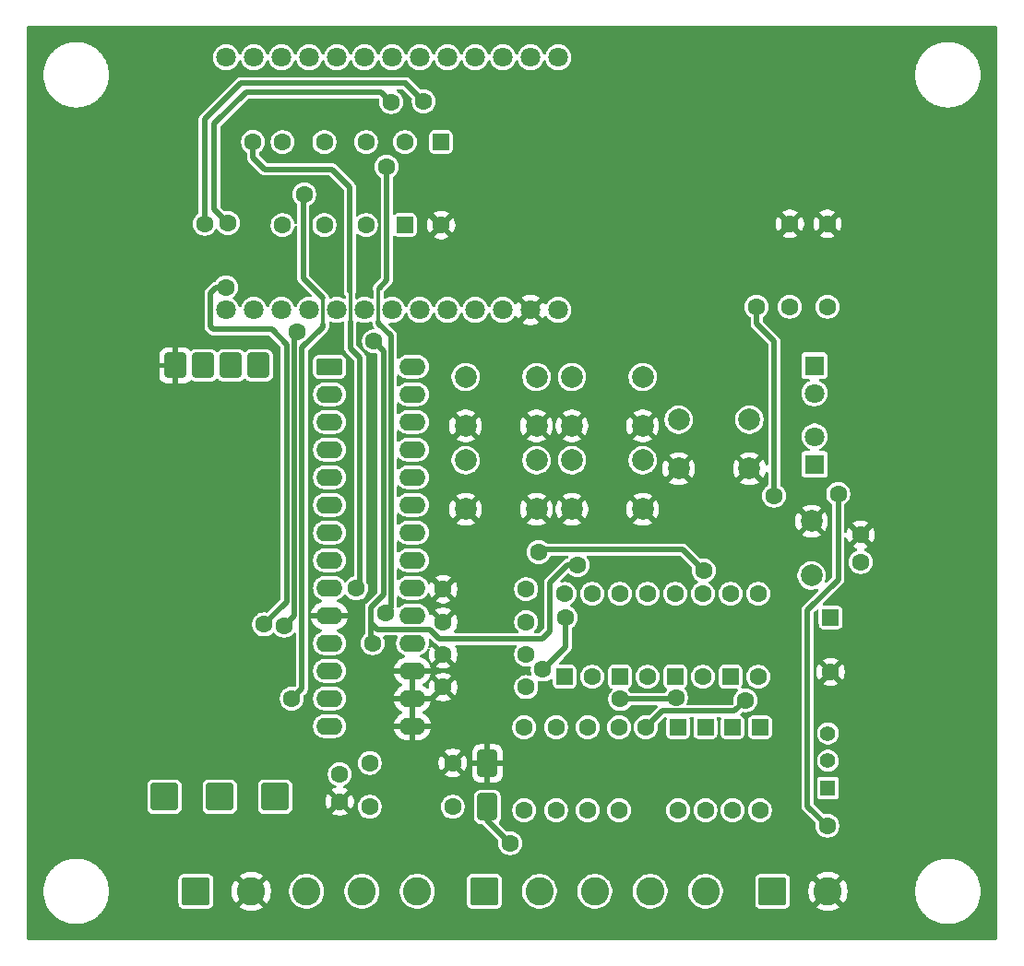
<source format=gbr>
%TF.GenerationSoftware,KiCad,Pcbnew,9.0.3*%
%TF.CreationDate,2026-01-26T07:37:58-05:00*%
%TF.ProjectId,MASTER,4d415354-4552-42e6-9b69-6361645f7063,rev?*%
%TF.SameCoordinates,Original*%
%TF.FileFunction,Copper,L1,Top*%
%TF.FilePolarity,Positive*%
%FSLAX46Y46*%
G04 Gerber Fmt 4.6, Leading zero omitted, Abs format (unit mm)*
G04 Created by KiCad (PCBNEW 9.0.3) date 2026-01-26 07:37:58*
%MOMM*%
%LPD*%
G01*
G04 APERTURE LIST*
G04 Aperture macros list*
%AMRoundRect*
0 Rectangle with rounded corners*
0 $1 Rounding radius*
0 $2 $3 $4 $5 $6 $7 $8 $9 X,Y pos of 4 corners*
0 Add a 4 corners polygon primitive as box body*
4,1,4,$2,$3,$4,$5,$6,$7,$8,$9,$2,$3,0*
0 Add four circle primitives for the rounded corners*
1,1,$1+$1,$2,$3*
1,1,$1+$1,$4,$5*
1,1,$1+$1,$6,$7*
1,1,$1+$1,$8,$9*
0 Add four rect primitives between the rounded corners*
20,1,$1+$1,$2,$3,$4,$5,0*
20,1,$1+$1,$4,$5,$6,$7,0*
20,1,$1+$1,$6,$7,$8,$9,0*
20,1,$1+$1,$8,$9,$2,$3,0*%
G04 Aperture macros list end*
%TA.AperFunction,ComponentPad*%
%ADD10C,2.000000*%
%TD*%
%TA.AperFunction,ComponentPad*%
%ADD11C,1.600000*%
%TD*%
%TA.AperFunction,ComponentPad*%
%ADD12RoundRect,0.250000X-1.050000X-1.050000X1.050000X-1.050000X1.050000X1.050000X-1.050000X1.050000X0*%
%TD*%
%TA.AperFunction,ComponentPad*%
%ADD13C,2.600000*%
%TD*%
%TA.AperFunction,ComponentPad*%
%ADD14RoundRect,0.250000X-0.550000X0.550000X-0.550000X-0.550000X0.550000X-0.550000X0.550000X0.550000X0*%
%TD*%
%TA.AperFunction,ComponentPad*%
%ADD15C,1.800000*%
%TD*%
%TA.AperFunction,SMDPad,CuDef*%
%ADD16RoundRect,0.250000X-0.650000X1.000000X-0.650000X-1.000000X0.650000X-1.000000X0.650000X1.000000X0*%
%TD*%
%TA.AperFunction,ComponentPad*%
%ADD17R,1.408000X1.408000*%
%TD*%
%TA.AperFunction,ComponentPad*%
%ADD18C,1.408000*%
%TD*%
%TA.AperFunction,ComponentPad*%
%ADD19R,1.800000X1.800000*%
%TD*%
%TA.AperFunction,ComponentPad*%
%ADD20RoundRect,0.250000X0.550000X-0.550000X0.550000X0.550000X-0.550000X0.550000X-0.550000X-0.550000X0*%
%TD*%
%TA.AperFunction,ComponentPad*%
%ADD21RoundRect,0.250000X-0.950000X-0.550000X0.950000X-0.550000X0.950000X0.550000X-0.950000X0.550000X0*%
%TD*%
%TA.AperFunction,ComponentPad*%
%ADD22O,2.400000X1.600000*%
%TD*%
%TA.AperFunction,ComponentPad*%
%ADD23RoundRect,0.250000X-0.750000X0.900000X-0.750000X-0.900000X0.750000X-0.900000X0.750000X0.900000X0*%
%TD*%
%TA.AperFunction,ComponentPad*%
%ADD24RoundRect,0.250000X-1.020000X1.020000X-1.020000X-1.020000X1.020000X-1.020000X1.020000X1.020000X0*%
%TD*%
%TA.AperFunction,ViaPad*%
%ADD25C,1.600000*%
%TD*%
%TA.AperFunction,Conductor*%
%ADD26C,0.500000*%
%TD*%
%TA.AperFunction,Conductor*%
%ADD27C,0.300000*%
%TD*%
%TA.AperFunction,Conductor*%
%ADD28C,0.200000*%
%TD*%
G04 APERTURE END LIST*
D10*
%TO.P,SW4,1,1*%
%TO.N,Button_4*%
X79665000Y-73325000D03*
X86165000Y-73325000D03*
%TO.P,SW4,2,2*%
%TO.N,GND*%
X79665000Y-77825000D03*
X86165000Y-77825000D03*
%TD*%
D11*
%TO.P,R11,1*%
%TO.N,Net-(D8-K)*%
X81123300Y-97865000D03*
%TO.P,R11,2*%
%TO.N,BAT*%
X81123300Y-105485000D03*
%TD*%
D10*
%TO.P,C4,1*%
%TO.N,+5V*%
X101665000Y-83925000D03*
%TO.P,C4,2*%
%TO.N,GND*%
X101665000Y-78925000D03*
%TD*%
D11*
%TO.P,R12,1*%
%TO.N,GND*%
X67855000Y-88175000D03*
%TO.P,R12,2*%
%TO.N,IN_3*%
X75475000Y-88175000D03*
%TD*%
D12*
%TO.P,DIGITAL_INPUTS1,1,Pin_1*%
%TO.N,BAT*%
X71620000Y-112925000D03*
D13*
%TO.P,DIGITAL_INPUTS1,2,Pin_2*%
%TO.N,D_IN_1*%
X76700000Y-112925000D03*
%TO.P,DIGITAL_INPUTS1,3,Pin_3*%
%TO.N,D_IN_2*%
X81780000Y-112925000D03*
%TO.P,DIGITAL_INPUTS1,4,Pin_4*%
%TO.N,D_IN_3*%
X86860000Y-112925000D03*
%TO.P,DIGITAL_INPUTS1,5,Pin_5*%
%TO.N,D_IN_4*%
X91940000Y-112925000D03*
%TD*%
D12*
%TO.P,MODBUS_OUT1,1,Pin_1*%
%TO.N,+5V*%
X45160000Y-112925000D03*
D13*
%TO.P,MODBUS_OUT1,2,Pin_2*%
%TO.N,GND*%
X50240000Y-112925000D03*
%TO.P,MODBUS_OUT1,3,Pin_3*%
%TO.N,GND_T*%
X55320000Y-112925000D03*
%TO.P,MODBUS_OUT1,4,Pin_4*%
%TO.N,B-*%
X60400000Y-112925000D03*
%TO.P,MODBUS_OUT1,5,Pin_5*%
%TO.N,A+*%
X65480000Y-112925000D03*
%TD*%
D11*
%TO.P,R8,1*%
%TO.N,GND*%
X67855000Y-94175000D03*
%TO.P,R8,2*%
%TO.N,IN_1*%
X75475000Y-94175000D03*
%TD*%
%TO.P,C1,1*%
%TO.N,Net-(C1-Pad1)*%
X58355000Y-102175000D03*
%TO.P,C1,2*%
%TO.N,GND*%
X58355000Y-104675000D03*
%TD*%
D14*
%TO.P,C3,1*%
%TO.N,+5V*%
X103415000Y-87772300D03*
D11*
%TO.P,C3,2*%
%TO.N,GND*%
X103415000Y-92772300D03*
%TD*%
D15*
%TO.P,ESP32,1,21*%
%TO.N,SDA*%
X47930000Y-59525000D03*
%TO.P,ESP32,2,TXD*%
%TO.N,unconnected-(ESP32-TXD-Pad2)*%
X50470000Y-59525000D03*
%TO.P,ESP32,3,RXD*%
%TO.N,unconnected-(ESP32-RXD-Pad3)*%
X53010000Y-59525000D03*
%TO.P,ESP32,4,22*%
%TO.N,SCL*%
X55550000Y-59525000D03*
%TO.P,ESP32,5,23*%
%TO.N,unconnected-(ESP32-23-Pad5)*%
X58090000Y-59525000D03*
%TO.P,ESP32,6,19*%
%TO.N,unconnected-(ESP32-19-Pad6)*%
X60630000Y-59525000D03*
%TO.P,ESP32,7,LoRa2*%
%TO.N,unconnected-(ESP32-LoRa2-Pad7)*%
X63170000Y-59525000D03*
%TO.P,ESP32,8,LoRa1*%
%TO.N,unconnected-(ESP32-LoRa1-Pad8)*%
X65710000Y-59525000D03*
%TO.P,ESP32,9,26*%
%TO.N,unconnected-(ESP32-26-Pad9)*%
X68250000Y-59525000D03*
%TO.P,ESP32,10,GND*%
%TO.N,unconnected-(ESP32-GND-Pad10)*%
X70790000Y-59525000D03*
%TO.P,ESP32,11,3.3V*%
%TO.N,+3.3V*%
X73330000Y-59525000D03*
%TO.P,ESP32,12,GND*%
%TO.N,GND*%
X75870000Y-59525000D03*
%TO.P,ESP32,13,5V*%
%TO.N,+5V*%
X78410000Y-59525000D03*
%TO.P,ESP32,14,36*%
%TO.N,unconnected-(ESP32-36-Pad14)*%
X47930000Y-36325000D03*
%TO.P,ESP32,15,39*%
%TO.N,unconnected-(ESP32-39-Pad15)*%
X50470000Y-36325000D03*
%TO.P,ESP32,16,RST*%
%TO.N,unconnected-(ESP32-RST-Pad16)*%
X53010000Y-36325000D03*
%TO.P,ESP32,17,34*%
%TO.N,INTA*%
X55550000Y-36325000D03*
%TO.P,ESP32,18,35*%
%TO.N,INTB*%
X58090000Y-36325000D03*
%TO.P,ESP32,19,14*%
%TO.N,ADC_PIN_1*%
X60630000Y-36325000D03*
%TO.P,ESP32,20,12*%
%TO.N,TX*%
X63170000Y-36325000D03*
%TO.P,ESP32,21,13*%
%TO.N,RX*%
X65710000Y-36325000D03*
%TO.P,ESP32,22,15*%
%TO.N,unconnected-(ESP32-15-Pad22)*%
X68250000Y-36325000D03*
%TO.P,ESP32,23,02*%
%TO.N,unconnected-(ESP32-02-Pad23)*%
X70790000Y-36325000D03*
%TO.P,ESP32,24,00*%
%TO.N,unconnected-(ESP32-00-Pad24)*%
X73330000Y-36325000D03*
%TO.P,ESP32,25,04*%
%TO.N,LIBRE2*%
X75870000Y-36325000D03*
%TO.P,ESP32,26,25*%
%TO.N,LIBRE3*%
X78410000Y-36325000D03*
%TD*%
D10*
%TO.P,SW2,1,1*%
%TO.N,Button_2*%
X69915000Y-73325000D03*
X76415000Y-73325000D03*
%TO.P,SW2,2,2*%
%TO.N,GND*%
X69915000Y-77825000D03*
X76415000Y-77825000D03*
%TD*%
D12*
%TO.P,PWR_IN1,1,Pin_1*%
%TO.N,5V_IN*%
X98080000Y-112925000D03*
D13*
%TO.P,PWR_IN1,2,Pin_2*%
%TO.N,GND*%
X103160000Y-112925000D03*
%TD*%
D11*
%TO.P,R0,1*%
%TO.N,+3.3V*%
X53115000Y-51735000D03*
%TO.P,R0,2*%
%TO.N,INTA*%
X53115000Y-44115000D03*
%TD*%
%TO.P,R10,1*%
%TO.N,GND*%
X67855000Y-91175000D03*
%TO.P,R10,2*%
%TO.N,IN_2*%
X75475000Y-91175000D03*
%TD*%
D10*
%TO.P,SW1,1,1*%
%TO.N,Button_1*%
X69915000Y-65675000D03*
X76415000Y-65675000D03*
%TO.P,SW1,2,2*%
%TO.N,GND*%
X69915000Y-70175000D03*
X76415000Y-70175000D03*
%TD*%
D11*
%TO.P,R6,1*%
%TO.N,ADC_PIN_1*%
X60765000Y-44115000D03*
%TO.P,R6,2*%
%TO.N,Net-(C1-Pad1)*%
X60765000Y-51735000D03*
%TD*%
%TO.P,R2,1*%
%TO.N,GND*%
X99665000Y-51615000D03*
%TO.P,R2,2*%
%TO.N,Net-(D1-K)*%
X99665000Y-59235000D03*
%TD*%
D16*
%TO.P,D5,1,A1*%
%TO.N,GND*%
X71915000Y-101175000D03*
%TO.P,D5,2,A2*%
%TO.N,BAT*%
X71915000Y-105175000D03*
%TD*%
D11*
%TO.P,R4,1*%
%TO.N,Net-(C1-Pad1)*%
X61105000Y-105175000D03*
%TO.P,R4,2*%
%TO.N,BAT*%
X68725000Y-105175000D03*
%TD*%
D10*
%TO.P,SW5,1,1*%
%TO.N,Button_5*%
X89465000Y-69600000D03*
X95965000Y-69600000D03*
%TO.P,SW5,2,2*%
%TO.N,GND*%
X89465000Y-74100000D03*
X95965000Y-74100000D03*
%TD*%
D17*
%TO.P,S1,1*%
%TO.N,Net-(D1-A)*%
X103165000Y-103425000D03*
D18*
%TO.P,S1,2*%
%TO.N,5V_IN*%
X103165000Y-100925000D03*
%TO.P,S1,3*%
%TO.N,+5V*%
X103165000Y-98425000D03*
%TD*%
D11*
%TO.P,R1,1*%
%TO.N,+3.3V*%
X56940000Y-51735000D03*
%TO.P,R1,2*%
%TO.N,INTB*%
X56940000Y-44115000D03*
%TD*%
D14*
%TO.P,D7,1,K*%
%TO.N,Net-(D7-K)*%
X91915000Y-97865000D03*
D11*
%TO.P,D7,2,A*%
%TO.N,D_IN_2*%
X91915000Y-105485000D03*
%TD*%
D19*
%TO.P,D1,1,K*%
%TO.N,Net-(D1-K)*%
X101945000Y-73700000D03*
D15*
%TO.P,D1,2,A*%
%TO.N,Net-(D1-A)*%
X101945000Y-71160000D03*
%TD*%
D14*
%TO.P,D8,1,K*%
%TO.N,Net-(D8-K)*%
X94415000Y-97865000D03*
D11*
%TO.P,D8,2,A*%
%TO.N,D_IN_3*%
X94415000Y-105485000D03*
%TD*%
D20*
%TO.P,U5,1*%
%TO.N,Net-(D7-K)*%
X84060000Y-93230000D03*
D11*
%TO.P,U5,2*%
%TO.N,D_IN_2*%
X86600000Y-93230000D03*
%TO.P,U5,3*%
%TO.N,IN_2*%
X86600000Y-85610000D03*
%TO.P,U5,4*%
%TO.N,+3.3V*%
X84060000Y-85610000D03*
%TD*%
D14*
%TO.P,D4,1,K*%
%TO.N,ADC_PIN_1*%
X67665000Y-44115000D03*
D11*
%TO.P,D4,2,A*%
%TO.N,GND*%
X67665000Y-51735000D03*
%TD*%
D19*
%TO.P,D2,1,K*%
%TO.N,Net-(D2-K)*%
X101915000Y-64635000D03*
D15*
%TO.P,D2,2,A*%
%TO.N,+5V*%
X101915000Y-67175000D03*
%TD*%
D11*
%TO.P,C5,1*%
%TO.N,+5V*%
X106165000Y-82675000D03*
%TO.P,C5,2*%
%TO.N,GND*%
X106165000Y-80175000D03*
%TD*%
D21*
%TO.P,U1,1,GPB0*%
%TO.N,unconnected-(U1-GPB0-Pad1)*%
X57415000Y-64735000D03*
D22*
%TO.P,U1,2,GPB1*%
%TO.N,unconnected-(U1-GPB1-Pad2)*%
X57415000Y-67275000D03*
%TO.P,U1,3,GPB2*%
%TO.N,Button_6*%
X57415000Y-69815000D03*
%TO.P,U1,4,GPB3*%
%TO.N,Button_7*%
X57415000Y-72355000D03*
%TO.P,U1,5,GPB4*%
%TO.N,unconnected-(U1-GPB4-Pad5)*%
X57415000Y-74895000D03*
%TO.P,U1,6,GPB5*%
%TO.N,unconnected-(U1-GPB5-Pad6)*%
X57415000Y-77435000D03*
%TO.P,U1,7,GPB6*%
%TO.N,unconnected-(U1-GPB6-Pad7)*%
X57415000Y-79975000D03*
%TO.P,U1,8,GPB7*%
%TO.N,IN_2*%
X57415000Y-82515000D03*
%TO.P,U1,9,VDD*%
%TO.N,+3.3V*%
X57415000Y-85055000D03*
%TO.P,U1,10,VSS*%
%TO.N,GND*%
X57415000Y-87595000D03*
%TO.P,U1,11,NC*%
%TO.N,unconnected-(U1-NC-Pad11)*%
X57415000Y-90135000D03*
%TO.P,U1,12,SCK*%
%TO.N,SCL*%
X57415000Y-92675000D03*
%TO.P,U1,13,SDA*%
%TO.N,SDA*%
X57415000Y-95215000D03*
%TO.P,U1,14,NC*%
%TO.N,unconnected-(U1-NC-Pad14)*%
X57415000Y-97755000D03*
%TO.P,U1,15,A0*%
%TO.N,GND*%
X65035000Y-97755000D03*
%TO.P,U1,16,A1*%
X65035000Y-95215000D03*
%TO.P,U1,17,A2*%
X65035000Y-92675000D03*
%TO.P,U1,18,~{RESET}*%
%TO.N,+3.3V*%
X65035000Y-90135000D03*
%TO.P,U1,19,INTB*%
%TO.N,INTB*%
X65035000Y-87595000D03*
%TO.P,U1,20,INTA*%
%TO.N,INTA*%
X65035000Y-85055000D03*
%TO.P,U1,21,GPA0*%
%TO.N,IN_1*%
X65035000Y-82515000D03*
%TO.P,U1,22,GPA1*%
%TO.N,IN_3*%
X65035000Y-79975000D03*
%TO.P,U1,23,GPA2*%
%TO.N,IN_4*%
X65035000Y-77435000D03*
%TO.P,U1,24,GPA3*%
%TO.N,Button_4*%
X65035000Y-74895000D03*
%TO.P,U1,25,GPA4*%
%TO.N,Button_2*%
X65035000Y-72355000D03*
%TO.P,U1,26,GPA5*%
%TO.N,Button_3*%
X65035000Y-69815000D03*
%TO.P,U1,27,GPA6*%
%TO.N,Button_1*%
X65035000Y-67275000D03*
%TO.P,U1,28,GPA7*%
%TO.N,Button_5*%
X65035000Y-64735000D03*
%TD*%
D20*
%TO.P,U7,1*%
%TO.N,Net-(D9-K)*%
X94220000Y-93230000D03*
D11*
%TO.P,U7,2*%
%TO.N,D_IN_4*%
X96760000Y-93230000D03*
%TO.P,U7,3*%
%TO.N,IN_4*%
X96760000Y-85610000D03*
%TO.P,U7,4*%
%TO.N,+3.3V*%
X94220000Y-85610000D03*
%TD*%
%TO.P,R13,1*%
%TO.N,Net-(D9-K)*%
X84000000Y-97865000D03*
%TO.P,R13,2*%
%TO.N,BAT*%
X84000000Y-105485000D03*
%TD*%
D20*
%TO.P,U6,1*%
%TO.N,Net-(D8-K)*%
X89140000Y-93230000D03*
D11*
%TO.P,U6,2*%
%TO.N,D_IN_3*%
X91680000Y-93230000D03*
%TO.P,U6,3*%
%TO.N,IN_3*%
X91680000Y-85610000D03*
%TO.P,U6,4*%
%TO.N,+3.3V*%
X89140000Y-85610000D03*
%TD*%
D23*
%TO.P,U2,1,VCC*%
%TO.N,+3.3V*%
X50915000Y-64625000D03*
%TO.P,U2,2,TXD*%
%TO.N,TX*%
X48375000Y-64625000D03*
%TO.P,U2,3,RXD*%
%TO.N,RX*%
X45835000Y-64625000D03*
%TO.P,U2,4,GND*%
%TO.N,GND*%
X43295000Y-64625000D03*
D24*
%TO.P,U2,5,A*%
%TO.N,A+*%
X52415000Y-104225000D03*
%TO.P,U2,6,B*%
%TO.N,B-*%
X47335000Y-104225000D03*
%TO.P,U2,7,GND*%
%TO.N,GND_T*%
X42255000Y-104225000D03*
%TD*%
D11*
%TO.P,R9,1*%
%TO.N,Net-(D7-K)*%
X78206700Y-97865000D03*
%TO.P,R9,2*%
%TO.N,BAT*%
X78206700Y-105485000D03*
%TD*%
D14*
%TO.P,D9,1,K*%
%TO.N,Net-(D9-K)*%
X96915000Y-97865000D03*
D11*
%TO.P,D9,2,A*%
%TO.N,D_IN_4*%
X96915000Y-105485000D03*
%TD*%
D10*
%TO.P,SW3,1,1*%
%TO.N,Button_3*%
X79665000Y-65675000D03*
X86165000Y-65675000D03*
%TO.P,SW3,2,2*%
%TO.N,GND*%
X79665000Y-70175000D03*
X86165000Y-70175000D03*
%TD*%
D11*
%TO.P,R5,1*%
%TO.N,GND*%
X68725000Y-101125000D03*
%TO.P,R5,2*%
%TO.N,Net-(C1-Pad1)*%
X61105000Y-101125000D03*
%TD*%
D14*
%TO.P,D6,1,K*%
%TO.N,Net-(D6-K)*%
X89415000Y-97865000D03*
D11*
%TO.P,D6,2,A*%
%TO.N,D_IN_1*%
X89415000Y-105485000D03*
%TD*%
%TO.P,R14,1*%
%TO.N,GND*%
X67855000Y-85175000D03*
%TO.P,R14,2*%
%TO.N,IN_4*%
X75475000Y-85175000D03*
%TD*%
%TO.P,R3,1*%
%TO.N,GND*%
X103115000Y-51615000D03*
%TO.P,R3,2*%
%TO.N,Net-(D2-K)*%
X103115000Y-59235000D03*
%TD*%
%TO.P,R7,1*%
%TO.N,Net-(D6-K)*%
X75290000Y-97865000D03*
%TO.P,R7,2*%
%TO.N,BAT*%
X75290000Y-105485000D03*
%TD*%
D20*
%TO.P,U4,1*%
%TO.N,Net-(D6-K)*%
X78980000Y-93230000D03*
D11*
%TO.P,U4,2*%
%TO.N,D_IN_1*%
X81520000Y-93230000D03*
%TO.P,U4,3*%
%TO.N,IN_1*%
X81520000Y-85610000D03*
%TO.P,U4,4*%
%TO.N,+3.3V*%
X78980000Y-85610000D03*
%TD*%
D20*
%TO.P,D3,1,K*%
%TO.N,+3.3V*%
X64340000Y-51735000D03*
D11*
%TO.P,D3,2,A*%
%TO.N,ADC_PIN_1*%
X64340000Y-44115000D03*
%TD*%
D25*
%TO.N,Net-(C1-Pad1)*%
X55100000Y-48900000D03*
X53965000Y-95225000D03*
%TO.N,GND*%
X70865000Y-97625000D03*
X92665000Y-78025000D03*
%TO.N,Net-(D1-K)*%
X96615000Y-59225000D03*
X98215000Y-76575000D03*
%TO.N,Net-(D1-A)*%
X104100000Y-76400000D03*
X103100000Y-106900000D03*
%TO.N,+3.3V*%
X80190000Y-82950000D03*
X61505000Y-62415000D03*
X61375000Y-90125000D03*
%TO.N,BAT*%
X74000000Y-108500000D03*
%TO.N,Net-(D8-K)*%
X84115000Y-95275000D03*
X89215000Y-95125000D03*
%TO.N,Net-(D9-K)*%
X95594606Y-95376839D03*
X86455000Y-97865000D03*
%TO.N,INTB*%
X62655000Y-46365000D03*
X62565000Y-87400000D03*
%TO.N,SDA*%
X51418190Y-88416364D03*
X47910000Y-57440000D03*
%TO.N,RX*%
X66065000Y-40375000D03*
X45965000Y-51600000D03*
%TO.N,SCL*%
X53265000Y-88525000D03*
X54400000Y-61500000D03*
%TO.N,TX*%
X63065000Y-40425000D03*
X48085000Y-51535000D03*
%TO.N,INTA*%
X59879239Y-85110761D03*
X50400000Y-44100000D03*
%TO.N,IN_1*%
X77000000Y-92565669D03*
X79100000Y-87800000D03*
%TO.N,IN_3*%
X91765000Y-83475000D03*
X76615000Y-81775000D03*
%TD*%
D26*
%TO.N,Net-(C1-Pad1)*%
X56815000Y-58425000D02*
X55000000Y-56610000D01*
X53965000Y-95225000D02*
X54900000Y-94290000D01*
X54900000Y-63000000D02*
X56815000Y-61085000D01*
X55000000Y-56610000D02*
X55000000Y-49000000D01*
X55000000Y-49000000D02*
X55100000Y-48900000D01*
D27*
X56815000Y-61175000D02*
X56815000Y-58425000D01*
D26*
X54900000Y-94290000D02*
X54900000Y-63000000D01*
X56815000Y-61085000D02*
X56815000Y-60825000D01*
%TO.N,Net-(D1-K)*%
X96615000Y-60775000D02*
X96615000Y-59225000D01*
X98215000Y-62375000D02*
X96615000Y-60775000D01*
X98215000Y-76575000D02*
X98215000Y-62375000D01*
%TO.N,Net-(D1-A)*%
X104100000Y-84300000D02*
X104100000Y-76400000D01*
X101300000Y-87100000D02*
X104100000Y-84300000D01*
X103100000Y-106900000D02*
X101300000Y-105100000D01*
X101300000Y-105100000D02*
X101300000Y-87100000D01*
%TO.N,+3.3V*%
X62365000Y-63275000D02*
X61505000Y-62415000D01*
X61215000Y-88265000D02*
X61215000Y-86825000D01*
X61215000Y-86825000D02*
X62365000Y-85675000D01*
X77665000Y-89025000D02*
X76940000Y-89750000D01*
X61215000Y-89965000D02*
X61375000Y-90125000D01*
X61834000Y-88884000D02*
X61215000Y-88265000D01*
X67490000Y-89750000D02*
X66624000Y-88884000D01*
X80190000Y-82950000D02*
X79240000Y-82950000D01*
X61215000Y-88415000D02*
X61215000Y-89965000D01*
X79240000Y-82950000D02*
X77665000Y-84525000D01*
X62365000Y-85675000D02*
X62365000Y-63275000D01*
X66624000Y-88884000D02*
X61834000Y-88884000D01*
X77665000Y-84525000D02*
X77665000Y-89025000D01*
X76940000Y-89750000D02*
X67490000Y-89750000D01*
%TO.N,BAT*%
X73990000Y-108500000D02*
X74000000Y-108500000D01*
X71915000Y-106425000D02*
X73990000Y-108500000D01*
X71915000Y-105175000D02*
X71915000Y-106425000D01*
%TO.N,Net-(D8-K)*%
X89065000Y-95275000D02*
X89215000Y-95125000D01*
X84115000Y-95275000D02*
X89065000Y-95275000D01*
%TO.N,Net-(D9-K)*%
X95594606Y-95376839D02*
X94596445Y-96375000D01*
X94596445Y-96375000D02*
X87945000Y-96375000D01*
X87945000Y-96375000D02*
X86455000Y-97865000D01*
%TO.N,INTB*%
X62565000Y-87400000D02*
X63075000Y-86890000D01*
X61950100Y-57525000D02*
X62675000Y-56800100D01*
X61919000Y-60743278D02*
X63075000Y-61899278D01*
D27*
X61950100Y-57525000D02*
X61919000Y-57556100D01*
D26*
X61919000Y-60625000D02*
X61919000Y-60743278D01*
X63075000Y-86890000D02*
X63075000Y-63955000D01*
X63075000Y-63955000D02*
X63075000Y-63223478D01*
X63075000Y-63955000D02*
X63075000Y-61899278D01*
X62675000Y-56800100D02*
X62675000Y-46385000D01*
X62675000Y-46385000D02*
X62655000Y-46365000D01*
D27*
X61919000Y-57556100D02*
X61919000Y-60743278D01*
D26*
%TO.N,SDA*%
X52114119Y-61300000D02*
X46725000Y-61300000D01*
X51418190Y-88416364D02*
X53500000Y-86334554D01*
X46490000Y-61065000D02*
X46490000Y-58010000D01*
X53500000Y-62685881D02*
X52114119Y-61300000D01*
X46490000Y-58010000D02*
X47000000Y-57500000D01*
X46725000Y-61300000D02*
X46490000Y-61065000D01*
X47850000Y-57500000D02*
X47910000Y-57440000D01*
X53500000Y-86334554D02*
X53500000Y-62685881D01*
X47000000Y-57500000D02*
X47850000Y-57500000D01*
%TO.N,RX*%
X66065000Y-40375000D02*
X64415000Y-38725000D01*
X45965000Y-42000000D02*
X45965000Y-51600000D01*
X49265000Y-38700000D02*
X45965000Y-42000000D01*
X64415000Y-38725000D02*
X64415000Y-38700000D01*
X64415000Y-38700000D02*
X49265000Y-38700000D01*
%TO.N,SCL*%
X53265000Y-88525000D02*
X54200000Y-87590000D01*
X54200000Y-87590000D02*
X54200000Y-61700000D01*
X54200000Y-61700000D02*
X54400000Y-61500000D01*
%TO.N,TX*%
X46845000Y-42435000D02*
X46845000Y-50295000D01*
X49745000Y-39535000D02*
X46845000Y-42435000D01*
X46845000Y-50295000D02*
X48085000Y-51535000D01*
X63065000Y-40425000D02*
X62175000Y-39535000D01*
X62175000Y-39535000D02*
X49745000Y-39535000D01*
%TO.N,INTA*%
X57655818Y-46600000D02*
X51500000Y-46600000D01*
X51500000Y-46600000D02*
X50400000Y-45500000D01*
X59340000Y-60625000D02*
X59340000Y-63040000D01*
X60205000Y-84556522D02*
X59650761Y-85110761D01*
X59340000Y-63040000D02*
X60205000Y-63905000D01*
X59291000Y-48235182D02*
X57655818Y-46600000D01*
X59291000Y-57825000D02*
X59291000Y-48235182D01*
X60205000Y-63905000D02*
X60205000Y-84556522D01*
D28*
X59291000Y-57825000D02*
X59340000Y-57874000D01*
D26*
X50400000Y-45500000D02*
X50400000Y-44100000D01*
D27*
X59340000Y-57874000D02*
X59340000Y-60826000D01*
D26*
X59650761Y-85110761D02*
X59879239Y-85110761D01*
%TO.N,IN_1*%
X77065669Y-92565668D02*
X79100000Y-90531337D01*
X79100000Y-90531337D02*
X79100000Y-87800000D01*
X77000000Y-92565669D02*
X77065669Y-92565668D01*
%TO.N,IN_3*%
X76865000Y-81525000D02*
X89815000Y-81525000D01*
X89815000Y-81525000D02*
X91765000Y-83475000D01*
X76615000Y-81775000D02*
X76865000Y-81525000D01*
%TD*%
%TA.AperFunction,Conductor*%
%TO.N,GND*%
G36*
X65285000Y-97439314D02*
G01*
X65280606Y-97434920D01*
X65189394Y-97382259D01*
X65087661Y-97355000D01*
X64982339Y-97355000D01*
X64880606Y-97382259D01*
X64789394Y-97434920D01*
X64785000Y-97439314D01*
X64785000Y-95530686D01*
X64789394Y-95535080D01*
X64880606Y-95587741D01*
X64982339Y-95615000D01*
X65087661Y-95615000D01*
X65189394Y-95587741D01*
X65280606Y-95535080D01*
X65285000Y-95530686D01*
X65285000Y-97439314D01*
G37*
%TD.AperFunction*%
%TA.AperFunction,Conductor*%
G36*
X65285000Y-94899314D02*
G01*
X65280606Y-94894920D01*
X65189394Y-94842259D01*
X65087661Y-94815000D01*
X64982339Y-94815000D01*
X64880606Y-94842259D01*
X64789394Y-94894920D01*
X64785000Y-94899314D01*
X64785000Y-92990686D01*
X64789394Y-92995080D01*
X64880606Y-93047741D01*
X64982339Y-93075000D01*
X65087661Y-93075000D01*
X65189394Y-93047741D01*
X65280606Y-92995080D01*
X65285000Y-92990686D01*
X65285000Y-94899314D01*
G37*
%TD.AperFunction*%
%TA.AperFunction,Conductor*%
G36*
X66675177Y-89726587D02*
G01*
X66714609Y-89753134D01*
X67151985Y-90190510D01*
X67277515Y-90262984D01*
X67277519Y-90262985D01*
X67285028Y-90266096D01*
X67283983Y-90268616D01*
X67326995Y-90293441D01*
X67808554Y-90775000D01*
X67802339Y-90775000D01*
X67700606Y-90802259D01*
X67609394Y-90854920D01*
X67534920Y-90929394D01*
X67482259Y-91020606D01*
X67455000Y-91122339D01*
X67455000Y-91128553D01*
X66775524Y-90449077D01*
X66775523Y-90449077D01*
X66743143Y-90493645D01*
X66743141Y-90493648D01*
X66720004Y-90539057D01*
X66672029Y-90589852D01*
X66604208Y-90606647D01*
X66538073Y-90584109D01*
X66494623Y-90529393D01*
X66487651Y-90459872D01*
X66491584Y-90444459D01*
X66508402Y-90392701D01*
X66535500Y-90221611D01*
X66535500Y-90048389D01*
X66508402Y-89877299D01*
X66508400Y-89877293D01*
X66507265Y-89872564D01*
X66508803Y-89872194D01*
X66506996Y-89809313D01*
X66543066Y-89749474D01*
X66605762Y-89718635D01*
X66675177Y-89726587D01*
G37*
%TD.AperFunction*%
%TA.AperFunction,Conductor*%
G36*
X118607539Y-33445185D02*
G01*
X118653294Y-33497989D01*
X118664500Y-33549500D01*
X118664500Y-117300500D01*
X118644815Y-117367539D01*
X118592011Y-117413294D01*
X118540500Y-117424500D01*
X29789500Y-117424500D01*
X29722461Y-117404815D01*
X29676706Y-117352011D01*
X29665500Y-117300500D01*
X29665500Y-112925000D01*
X31164999Y-112925000D01*
X31165412Y-112989019D01*
X31165497Y-113002257D01*
X31173451Y-113156565D01*
X31173452Y-113156573D01*
X31173452Y-113156582D01*
X31189338Y-113310260D01*
X31213119Y-113462945D01*
X31213120Y-113462952D01*
X31244717Y-113614154D01*
X31284072Y-113763593D01*
X31331063Y-113910795D01*
X31385566Y-114055371D01*
X31425086Y-114145798D01*
X31447443Y-114196954D01*
X31472629Y-114247343D01*
X31516532Y-114335181D01*
X31592622Y-114469623D01*
X31592628Y-114469632D01*
X31675557Y-114600010D01*
X31675565Y-114600023D01*
X31742519Y-114694200D01*
X31764414Y-114724999D01*
X31765085Y-114725942D01*
X31860978Y-114847100D01*
X31962959Y-114963136D01*
X31962969Y-114963147D01*
X31962979Y-114963158D01*
X31962988Y-114963167D01*
X32070784Y-115073777D01*
X32070800Y-115073792D01*
X32070820Y-115073813D01*
X32184214Y-115178768D01*
X32184227Y-115178779D01*
X32302872Y-115277758D01*
X32426440Y-115370485D01*
X32426449Y-115370491D01*
X32554644Y-115456746D01*
X32660235Y-115520151D01*
X32687104Y-115536285D01*
X32687125Y-115536297D01*
X32823471Y-115608893D01*
X32823490Y-115608903D01*
X32823496Y-115608906D01*
X32963439Y-115674407D01*
X32963451Y-115674412D01*
X32963458Y-115674415D01*
X33072177Y-115718629D01*
X33106568Y-115732616D01*
X33252504Y-115783380D01*
X33400860Y-115826564D01*
X33551242Y-115862054D01*
X33703252Y-115889755D01*
X33856486Y-115909594D01*
X33856485Y-115909594D01*
X33878493Y-115911297D01*
X34010538Y-115921519D01*
X34165000Y-115925498D01*
X34319462Y-115921519D01*
X34473514Y-115909594D01*
X34626748Y-115889755D01*
X34778758Y-115862054D01*
X34929140Y-115826564D01*
X35077496Y-115783380D01*
X35223432Y-115732616D01*
X35366561Y-115674407D01*
X35506504Y-115608906D01*
X35642889Y-115536289D01*
X35775356Y-115456746D01*
X35903552Y-115370490D01*
X35903559Y-115370485D01*
X36027127Y-115277758D01*
X36027137Y-115277750D01*
X36145785Y-115178769D01*
X36259180Y-115073813D01*
X36367021Y-114963158D01*
X36469023Y-114847098D01*
X36564916Y-114725941D01*
X36654444Y-114600009D01*
X36737370Y-114469635D01*
X36743185Y-114459361D01*
X36813467Y-114335181D01*
X36813471Y-114335171D01*
X36813476Y-114335164D01*
X36882557Y-114196954D01*
X36944433Y-114055371D01*
X36998938Y-113910791D01*
X37045927Y-113763596D01*
X37085277Y-113614177D01*
X37116883Y-113462931D01*
X37140661Y-113310259D01*
X37143939Y-113278554D01*
X37156547Y-113156582D01*
X37156549Y-113156565D01*
X37164503Y-113002257D01*
X37164503Y-112847743D01*
X37156549Y-112693435D01*
X37144108Y-112573085D01*
X37140661Y-112539739D01*
X37122029Y-112420112D01*
X37116883Y-112387069D01*
X37116880Y-112387054D01*
X37116879Y-112387047D01*
X37085282Y-112235845D01*
X37085280Y-112235837D01*
X37085277Y-112235823D01*
X37045927Y-112086404D01*
X36998938Y-111939209D01*
X36958483Y-111831898D01*
X43559500Y-111831898D01*
X43559500Y-114018102D01*
X43565126Y-114064954D01*
X43570122Y-114106561D01*
X43625639Y-114247343D01*
X43717077Y-114367922D01*
X43837656Y-114459360D01*
X43837657Y-114459360D01*
X43837658Y-114459361D01*
X43978436Y-114514877D01*
X44066898Y-114525500D01*
X44066903Y-114525500D01*
X46253097Y-114525500D01*
X46253102Y-114525500D01*
X46341564Y-114514877D01*
X46482342Y-114459361D01*
X46602922Y-114367922D01*
X46694361Y-114247342D01*
X46749877Y-114106564D01*
X46760500Y-114018102D01*
X46760500Y-112807014D01*
X48440000Y-112807014D01*
X48440000Y-113042985D01*
X48470799Y-113276914D01*
X48531870Y-113504837D01*
X48622160Y-113722819D01*
X48622165Y-113722828D01*
X48740144Y-113927171D01*
X48740145Y-113927172D01*
X48802721Y-114008723D01*
X49638958Y-113172487D01*
X49663978Y-113232890D01*
X49735112Y-113339351D01*
X49825649Y-113429888D01*
X49932110Y-113501022D01*
X49992511Y-113526041D01*
X49156275Y-114362277D01*
X49237827Y-114424854D01*
X49237828Y-114424855D01*
X49442171Y-114542834D01*
X49442180Y-114542839D01*
X49660163Y-114633129D01*
X49660161Y-114633129D01*
X49888085Y-114694200D01*
X50122014Y-114724999D01*
X50122029Y-114725000D01*
X50357971Y-114725000D01*
X50357985Y-114724999D01*
X50591914Y-114694200D01*
X50819837Y-114633129D01*
X51037819Y-114542839D01*
X51037828Y-114542834D01*
X51242181Y-114424850D01*
X51323723Y-114362279D01*
X51323723Y-114362276D01*
X50487487Y-113526041D01*
X50547890Y-113501022D01*
X50654351Y-113429888D01*
X50744888Y-113339351D01*
X50816022Y-113232890D01*
X50841041Y-113172487D01*
X51677276Y-114008723D01*
X51677279Y-114008723D01*
X51739850Y-113927181D01*
X51857834Y-113722828D01*
X51857839Y-113722819D01*
X51948129Y-113504837D01*
X52009200Y-113276914D01*
X52039999Y-113042985D01*
X52040000Y-113042971D01*
X52040000Y-112807028D01*
X52039999Y-112807019D01*
X52038948Y-112799038D01*
X53719500Y-112799038D01*
X53719500Y-113050961D01*
X53758910Y-113299785D01*
X53836760Y-113539383D01*
X53874870Y-113614177D01*
X53951003Y-113763596D01*
X53951132Y-113763848D01*
X54099201Y-113967649D01*
X54099205Y-113967654D01*
X54277345Y-114145794D01*
X54277350Y-114145798D01*
X54417116Y-114247343D01*
X54481155Y-114293870D01*
X54624184Y-114366747D01*
X54705616Y-114408239D01*
X54705618Y-114408239D01*
X54705621Y-114408241D01*
X54945215Y-114486090D01*
X55194038Y-114525500D01*
X55194039Y-114525500D01*
X55445961Y-114525500D01*
X55445962Y-114525500D01*
X55694785Y-114486090D01*
X55934379Y-114408241D01*
X56158845Y-114293870D01*
X56362656Y-114145793D01*
X56540793Y-113967656D01*
X56688870Y-113763845D01*
X56803241Y-113539379D01*
X56881090Y-113299785D01*
X56920500Y-113050962D01*
X56920500Y-112799038D01*
X58799500Y-112799038D01*
X58799500Y-113050961D01*
X58838910Y-113299785D01*
X58916760Y-113539383D01*
X58954870Y-113614177D01*
X59031003Y-113763596D01*
X59031132Y-113763848D01*
X59179201Y-113967649D01*
X59179205Y-113967654D01*
X59357345Y-114145794D01*
X59357350Y-114145798D01*
X59497116Y-114247343D01*
X59561155Y-114293870D01*
X59704184Y-114366747D01*
X59785616Y-114408239D01*
X59785618Y-114408239D01*
X59785621Y-114408241D01*
X60025215Y-114486090D01*
X60274038Y-114525500D01*
X60274039Y-114525500D01*
X60525961Y-114525500D01*
X60525962Y-114525500D01*
X60774785Y-114486090D01*
X61014379Y-114408241D01*
X61238845Y-114293870D01*
X61442656Y-114145793D01*
X61620793Y-113967656D01*
X61768870Y-113763845D01*
X61883241Y-113539379D01*
X61961090Y-113299785D01*
X62000500Y-113050962D01*
X62000500Y-112799038D01*
X63879500Y-112799038D01*
X63879500Y-113050961D01*
X63918910Y-113299785D01*
X63996760Y-113539383D01*
X64034870Y-113614177D01*
X64111003Y-113763596D01*
X64111132Y-113763848D01*
X64259201Y-113967649D01*
X64259205Y-113967654D01*
X64437345Y-114145794D01*
X64437350Y-114145798D01*
X64577116Y-114247343D01*
X64641155Y-114293870D01*
X64784184Y-114366747D01*
X64865616Y-114408239D01*
X64865618Y-114408239D01*
X64865621Y-114408241D01*
X65105215Y-114486090D01*
X65354038Y-114525500D01*
X65354039Y-114525500D01*
X65605961Y-114525500D01*
X65605962Y-114525500D01*
X65854785Y-114486090D01*
X66094379Y-114408241D01*
X66318845Y-114293870D01*
X66522656Y-114145793D01*
X66700793Y-113967656D01*
X66848870Y-113763845D01*
X66963241Y-113539379D01*
X67041090Y-113299785D01*
X67080500Y-113050962D01*
X67080500Y-112799038D01*
X67041090Y-112550215D01*
X66963241Y-112310621D01*
X66963239Y-112310618D01*
X66963239Y-112310616D01*
X66869773Y-112127180D01*
X66848870Y-112086155D01*
X66742108Y-111939209D01*
X66714404Y-111901077D01*
X66714403Y-111901076D01*
X66700796Y-111882347D01*
X66650347Y-111831898D01*
X70019500Y-111831898D01*
X70019500Y-114018102D01*
X70025126Y-114064954D01*
X70030122Y-114106561D01*
X70085639Y-114247343D01*
X70177077Y-114367922D01*
X70297656Y-114459360D01*
X70297657Y-114459360D01*
X70297658Y-114459361D01*
X70438436Y-114514877D01*
X70526898Y-114525500D01*
X70526903Y-114525500D01*
X72713097Y-114525500D01*
X72713102Y-114525500D01*
X72801564Y-114514877D01*
X72942342Y-114459361D01*
X73062922Y-114367922D01*
X73154361Y-114247342D01*
X73209877Y-114106564D01*
X73220500Y-114018102D01*
X73220500Y-112799038D01*
X75099500Y-112799038D01*
X75099500Y-113050961D01*
X75138910Y-113299785D01*
X75216760Y-113539383D01*
X75254870Y-113614177D01*
X75331003Y-113763596D01*
X75331132Y-113763848D01*
X75479201Y-113967649D01*
X75479205Y-113967654D01*
X75657345Y-114145794D01*
X75657350Y-114145798D01*
X75797116Y-114247343D01*
X75861155Y-114293870D01*
X76004184Y-114366747D01*
X76085616Y-114408239D01*
X76085618Y-114408239D01*
X76085621Y-114408241D01*
X76325215Y-114486090D01*
X76574038Y-114525500D01*
X76574039Y-114525500D01*
X76825961Y-114525500D01*
X76825962Y-114525500D01*
X77074785Y-114486090D01*
X77314379Y-114408241D01*
X77538845Y-114293870D01*
X77742656Y-114145793D01*
X77920793Y-113967656D01*
X78068870Y-113763845D01*
X78183241Y-113539379D01*
X78261090Y-113299785D01*
X78300500Y-113050962D01*
X78300500Y-112799038D01*
X80179500Y-112799038D01*
X80179500Y-113050961D01*
X80218910Y-113299785D01*
X80296760Y-113539383D01*
X80334870Y-113614177D01*
X80411003Y-113763596D01*
X80411132Y-113763848D01*
X80559201Y-113967649D01*
X80559205Y-113967654D01*
X80737345Y-114145794D01*
X80737350Y-114145798D01*
X80877116Y-114247343D01*
X80941155Y-114293870D01*
X81084184Y-114366747D01*
X81165616Y-114408239D01*
X81165618Y-114408239D01*
X81165621Y-114408241D01*
X81405215Y-114486090D01*
X81654038Y-114525500D01*
X81654039Y-114525500D01*
X81905961Y-114525500D01*
X81905962Y-114525500D01*
X82154785Y-114486090D01*
X82394379Y-114408241D01*
X82618845Y-114293870D01*
X82822656Y-114145793D01*
X83000793Y-113967656D01*
X83148870Y-113763845D01*
X83263241Y-113539379D01*
X83341090Y-113299785D01*
X83380500Y-113050962D01*
X83380500Y-112799038D01*
X85259500Y-112799038D01*
X85259500Y-113050961D01*
X85298910Y-113299785D01*
X85376760Y-113539383D01*
X85414870Y-113614177D01*
X85491003Y-113763596D01*
X85491132Y-113763848D01*
X85639201Y-113967649D01*
X85639205Y-113967654D01*
X85817345Y-114145794D01*
X85817350Y-114145798D01*
X85957116Y-114247343D01*
X86021155Y-114293870D01*
X86164184Y-114366747D01*
X86245616Y-114408239D01*
X86245618Y-114408239D01*
X86245621Y-114408241D01*
X86485215Y-114486090D01*
X86734038Y-114525500D01*
X86734039Y-114525500D01*
X86985961Y-114525500D01*
X86985962Y-114525500D01*
X87234785Y-114486090D01*
X87474379Y-114408241D01*
X87698845Y-114293870D01*
X87902656Y-114145793D01*
X88080793Y-113967656D01*
X88228870Y-113763845D01*
X88343241Y-113539379D01*
X88421090Y-113299785D01*
X88460500Y-113050962D01*
X88460500Y-112799038D01*
X90339500Y-112799038D01*
X90339500Y-113050961D01*
X90378910Y-113299785D01*
X90456760Y-113539383D01*
X90494870Y-113614177D01*
X90571003Y-113763596D01*
X90571132Y-113763848D01*
X90719201Y-113967649D01*
X90719205Y-113967654D01*
X90897345Y-114145794D01*
X90897350Y-114145798D01*
X91037116Y-114247343D01*
X91101155Y-114293870D01*
X91244184Y-114366747D01*
X91325616Y-114408239D01*
X91325618Y-114408239D01*
X91325621Y-114408241D01*
X91565215Y-114486090D01*
X91814038Y-114525500D01*
X91814039Y-114525500D01*
X92065961Y-114525500D01*
X92065962Y-114525500D01*
X92314785Y-114486090D01*
X92554379Y-114408241D01*
X92778845Y-114293870D01*
X92982656Y-114145793D01*
X93160793Y-113967656D01*
X93308870Y-113763845D01*
X93423241Y-113539379D01*
X93501090Y-113299785D01*
X93540500Y-113050962D01*
X93540500Y-112799038D01*
X93501090Y-112550215D01*
X93423241Y-112310621D01*
X93423239Y-112310618D01*
X93423239Y-112310616D01*
X93329773Y-112127180D01*
X93308870Y-112086155D01*
X93202108Y-111939209D01*
X93174404Y-111901077D01*
X93174403Y-111901076D01*
X93160796Y-111882347D01*
X93110347Y-111831898D01*
X96479500Y-111831898D01*
X96479500Y-114018102D01*
X96485126Y-114064954D01*
X96490122Y-114106561D01*
X96545639Y-114247343D01*
X96637077Y-114367922D01*
X96757656Y-114459360D01*
X96757657Y-114459360D01*
X96757658Y-114459361D01*
X96898436Y-114514877D01*
X96986898Y-114525500D01*
X96986903Y-114525500D01*
X99173097Y-114525500D01*
X99173102Y-114525500D01*
X99261564Y-114514877D01*
X99402342Y-114459361D01*
X99522922Y-114367922D01*
X99614361Y-114247342D01*
X99669877Y-114106564D01*
X99680500Y-114018102D01*
X99680500Y-112807014D01*
X101360000Y-112807014D01*
X101360000Y-113042985D01*
X101390799Y-113276914D01*
X101451870Y-113504837D01*
X101542160Y-113722819D01*
X101542165Y-113722828D01*
X101660144Y-113927171D01*
X101660145Y-113927172D01*
X101722721Y-114008723D01*
X102558958Y-113172487D01*
X102583978Y-113232890D01*
X102655112Y-113339351D01*
X102745649Y-113429888D01*
X102852110Y-113501022D01*
X102912511Y-113526041D01*
X102076275Y-114362277D01*
X102157827Y-114424854D01*
X102157828Y-114424855D01*
X102362171Y-114542834D01*
X102362180Y-114542839D01*
X102580163Y-114633129D01*
X102580161Y-114633129D01*
X102808085Y-114694200D01*
X103042014Y-114724999D01*
X103042029Y-114725000D01*
X103277971Y-114725000D01*
X103277985Y-114724999D01*
X103511914Y-114694200D01*
X103739837Y-114633129D01*
X103957819Y-114542839D01*
X103957828Y-114542834D01*
X104162181Y-114424850D01*
X104243723Y-114362279D01*
X104243723Y-114362276D01*
X103407487Y-113526041D01*
X103467890Y-113501022D01*
X103574351Y-113429888D01*
X103664888Y-113339351D01*
X103736022Y-113232890D01*
X103761041Y-113172487D01*
X104597276Y-114008723D01*
X104597279Y-114008723D01*
X104659850Y-113927181D01*
X104777834Y-113722828D01*
X104777839Y-113722819D01*
X104868129Y-113504837D01*
X104929200Y-113276914D01*
X104959999Y-113042985D01*
X104960000Y-113042971D01*
X104960000Y-112925000D01*
X111164999Y-112925000D01*
X111165412Y-112989019D01*
X111165497Y-113002257D01*
X111173451Y-113156565D01*
X111173452Y-113156573D01*
X111173452Y-113156582D01*
X111189338Y-113310260D01*
X111213119Y-113462945D01*
X111213120Y-113462952D01*
X111244717Y-113614154D01*
X111284072Y-113763593D01*
X111331063Y-113910795D01*
X111385566Y-114055371D01*
X111425086Y-114145798D01*
X111447443Y-114196954D01*
X111472629Y-114247343D01*
X111516532Y-114335181D01*
X111592622Y-114469623D01*
X111592628Y-114469632D01*
X111675557Y-114600010D01*
X111675565Y-114600023D01*
X111742519Y-114694200D01*
X111764414Y-114724999D01*
X111765085Y-114725942D01*
X111860978Y-114847100D01*
X111962959Y-114963136D01*
X111962969Y-114963147D01*
X111962979Y-114963158D01*
X111962988Y-114963167D01*
X112070784Y-115073777D01*
X112070800Y-115073792D01*
X112070820Y-115073813D01*
X112184214Y-115178768D01*
X112184227Y-115178779D01*
X112302872Y-115277758D01*
X112426440Y-115370485D01*
X112426449Y-115370491D01*
X112554644Y-115456746D01*
X112660235Y-115520151D01*
X112687104Y-115536285D01*
X112687125Y-115536297D01*
X112823471Y-115608893D01*
X112823490Y-115608903D01*
X112823496Y-115608906D01*
X112963439Y-115674407D01*
X112963451Y-115674412D01*
X112963458Y-115674415D01*
X113072177Y-115718629D01*
X113106568Y-115732616D01*
X113252504Y-115783380D01*
X113400860Y-115826564D01*
X113551242Y-115862054D01*
X113703252Y-115889755D01*
X113856486Y-115909594D01*
X113856485Y-115909594D01*
X113878493Y-115911297D01*
X114010538Y-115921519D01*
X114165000Y-115925498D01*
X114319462Y-115921519D01*
X114473514Y-115909594D01*
X114626748Y-115889755D01*
X114778758Y-115862054D01*
X114929140Y-115826564D01*
X115077496Y-115783380D01*
X115223432Y-115732616D01*
X115366561Y-115674407D01*
X115506504Y-115608906D01*
X115642889Y-115536289D01*
X115775356Y-115456746D01*
X115903552Y-115370490D01*
X115903559Y-115370485D01*
X116027127Y-115277758D01*
X116027137Y-115277750D01*
X116145785Y-115178769D01*
X116259180Y-115073813D01*
X116367021Y-114963158D01*
X116469023Y-114847098D01*
X116564916Y-114725941D01*
X116654444Y-114600009D01*
X116737370Y-114469635D01*
X116743185Y-114459361D01*
X116813467Y-114335181D01*
X116813471Y-114335171D01*
X116813476Y-114335164D01*
X116882557Y-114196954D01*
X116944433Y-114055371D01*
X116998938Y-113910791D01*
X117045927Y-113763596D01*
X117085277Y-113614177D01*
X117116883Y-113462931D01*
X117140661Y-113310259D01*
X117143939Y-113278554D01*
X117156547Y-113156582D01*
X117156549Y-113156565D01*
X117164503Y-113002257D01*
X117164503Y-112847743D01*
X117156549Y-112693435D01*
X117144108Y-112573085D01*
X117140661Y-112539739D01*
X117122029Y-112420112D01*
X117116883Y-112387069D01*
X117116880Y-112387054D01*
X117116879Y-112387047D01*
X117085282Y-112235845D01*
X117085280Y-112235837D01*
X117085277Y-112235823D01*
X117045927Y-112086404D01*
X116998938Y-111939209D01*
X116944433Y-111794629D01*
X116882557Y-111653046D01*
X116813476Y-111514836D01*
X116813475Y-111514835D01*
X116813467Y-111514818D01*
X116737377Y-111380376D01*
X116737371Y-111380367D01*
X116737370Y-111380365D01*
X116654444Y-111249991D01*
X116654438Y-111249982D01*
X116654434Y-111249976D01*
X116606585Y-111182672D01*
X116564916Y-111124059D01*
X116469023Y-111002902D01*
X116469021Y-111002899D01*
X116367040Y-110886863D01*
X116367031Y-110886853D01*
X116367021Y-110886842D01*
X116343056Y-110862252D01*
X116259215Y-110776222D01*
X116259199Y-110776206D01*
X116259180Y-110776187D01*
X116145785Y-110671231D01*
X116145772Y-110671220D01*
X116027127Y-110572241D01*
X115903559Y-110479514D01*
X115903550Y-110479508D01*
X115775373Y-110393265D01*
X115775357Y-110393255D01*
X115775356Y-110393254D01*
X115722560Y-110361551D01*
X115642895Y-110313714D01*
X115642874Y-110313702D01*
X115506528Y-110241106D01*
X115506509Y-110241096D01*
X115366570Y-110175597D01*
X115366541Y-110175584D01*
X115223448Y-110117390D01*
X115223439Y-110117387D01*
X115223432Y-110117384D01*
X115077496Y-110066620D01*
X115045199Y-110057219D01*
X114929145Y-110023437D01*
X114929140Y-110023436D01*
X114778758Y-109987946D01*
X114778748Y-109987944D01*
X114778739Y-109987942D01*
X114626744Y-109960244D01*
X114473506Y-109940405D01*
X114473514Y-109940405D01*
X114319455Y-109928480D01*
X114165000Y-109924503D01*
X114010544Y-109928480D01*
X113856489Y-109940405D01*
X113703255Y-109960244D01*
X113551260Y-109987942D01*
X113551246Y-109987945D01*
X113551242Y-109987946D01*
X113428571Y-110016896D01*
X113400864Y-110023435D01*
X113400854Y-110023437D01*
X113252500Y-110066621D01*
X113106551Y-110117390D01*
X112963458Y-110175584D01*
X112963429Y-110175597D01*
X112823490Y-110241096D01*
X112823471Y-110241106D01*
X112687125Y-110313702D01*
X112687104Y-110313714D01*
X112554642Y-110393255D01*
X112554626Y-110393265D01*
X112426449Y-110479508D01*
X112426440Y-110479514D01*
X112302872Y-110572241D01*
X112184227Y-110671220D01*
X112184214Y-110671231D01*
X112070815Y-110776192D01*
X112070784Y-110776222D01*
X111962988Y-110886832D01*
X111962959Y-110886863D01*
X111860978Y-111002899D01*
X111765085Y-111124057D01*
X111675565Y-111249976D01*
X111675557Y-111249989D01*
X111592628Y-111380367D01*
X111592622Y-111380376D01*
X111516532Y-111514818D01*
X111447438Y-111653057D01*
X111385566Y-111794628D01*
X111331063Y-111939204D01*
X111284072Y-112086406D01*
X111244717Y-112235845D01*
X111213120Y-112387047D01*
X111213119Y-112387054D01*
X111189338Y-112539739D01*
X111173452Y-112693417D01*
X111173452Y-112693425D01*
X111173451Y-112693435D01*
X111167596Y-112807019D01*
X111165497Y-112847742D01*
X111164999Y-112925000D01*
X104960000Y-112925000D01*
X104960000Y-112807028D01*
X104959999Y-112807014D01*
X104929200Y-112573085D01*
X104868129Y-112345162D01*
X104777839Y-112127180D01*
X104777834Y-112127171D01*
X104659855Y-111922828D01*
X104659854Y-111922827D01*
X104597277Y-111841275D01*
X103761041Y-112677511D01*
X103736022Y-112617110D01*
X103664888Y-112510649D01*
X103574351Y-112420112D01*
X103467890Y-112348978D01*
X103407488Y-112323958D01*
X104243723Y-111487721D01*
X104162172Y-111425145D01*
X104162171Y-111425144D01*
X103957828Y-111307165D01*
X103957819Y-111307160D01*
X103739836Y-111216870D01*
X103739838Y-111216870D01*
X103511914Y-111155799D01*
X103277985Y-111125000D01*
X103042014Y-111125000D01*
X102808085Y-111155799D01*
X102580162Y-111216870D01*
X102362180Y-111307160D01*
X102362171Y-111307165D01*
X102157828Y-111425144D01*
X102157818Y-111425150D01*
X102076275Y-111487720D01*
X102076275Y-111487721D01*
X102912512Y-112323958D01*
X102852110Y-112348978D01*
X102745649Y-112420112D01*
X102655112Y-112510649D01*
X102583978Y-112617110D01*
X102558958Y-112677511D01*
X101722721Y-111841275D01*
X101722720Y-111841275D01*
X101660150Y-111922818D01*
X101660144Y-111922828D01*
X101542165Y-112127171D01*
X101542160Y-112127180D01*
X101451870Y-112345162D01*
X101390799Y-112573085D01*
X101360000Y-112807014D01*
X99680500Y-112807014D01*
X99680500Y-111831898D01*
X99669877Y-111743436D01*
X99614361Y-111602658D01*
X99614360Y-111602657D01*
X99614360Y-111602656D01*
X99522922Y-111482077D01*
X99402343Y-111390639D01*
X99261561Y-111335122D01*
X99215926Y-111329642D01*
X99173102Y-111324500D01*
X96986898Y-111324500D01*
X96947853Y-111329188D01*
X96898438Y-111335122D01*
X96757656Y-111390639D01*
X96637077Y-111482077D01*
X96545639Y-111602656D01*
X96490122Y-111743438D01*
X96484188Y-111792853D01*
X96479500Y-111831898D01*
X93110347Y-111831898D01*
X92982654Y-111704205D01*
X92982649Y-111704201D01*
X92778848Y-111556132D01*
X92778847Y-111556131D01*
X92778845Y-111556130D01*
X92644583Y-111487720D01*
X92554383Y-111441760D01*
X92314785Y-111363910D01*
X92133032Y-111335123D01*
X92065962Y-111324500D01*
X91814038Y-111324500D01*
X91746974Y-111335122D01*
X91565214Y-111363910D01*
X91325616Y-111441760D01*
X91101151Y-111556132D01*
X90897350Y-111704201D01*
X90897345Y-111704205D01*
X90719205Y-111882345D01*
X90719201Y-111882350D01*
X90571132Y-112086151D01*
X90456760Y-112310616D01*
X90378910Y-112550214D01*
X90339500Y-112799038D01*
X88460500Y-112799038D01*
X88421090Y-112550215D01*
X88343241Y-112310621D01*
X88343239Y-112310618D01*
X88343239Y-112310616D01*
X88249773Y-112127180D01*
X88228870Y-112086155D01*
X88122108Y-111939209D01*
X88080798Y-111882350D01*
X88080794Y-111882345D01*
X87902654Y-111704205D01*
X87902649Y-111704201D01*
X87698848Y-111556132D01*
X87698847Y-111556131D01*
X87698845Y-111556130D01*
X87564583Y-111487720D01*
X87474383Y-111441760D01*
X87234785Y-111363910D01*
X87053032Y-111335123D01*
X86985962Y-111324500D01*
X86734038Y-111324500D01*
X86666974Y-111335122D01*
X86485214Y-111363910D01*
X86245616Y-111441760D01*
X86021151Y-111556132D01*
X85817350Y-111704201D01*
X85817345Y-111704205D01*
X85639205Y-111882345D01*
X85639201Y-111882350D01*
X85491132Y-112086151D01*
X85376760Y-112310616D01*
X85298910Y-112550214D01*
X85259500Y-112799038D01*
X83380500Y-112799038D01*
X83341090Y-112550215D01*
X83263241Y-112310621D01*
X83263239Y-112310618D01*
X83263239Y-112310616D01*
X83169773Y-112127180D01*
X83148870Y-112086155D01*
X83042108Y-111939209D01*
X83000798Y-111882350D01*
X83000794Y-111882345D01*
X82822654Y-111704205D01*
X82822649Y-111704201D01*
X82618848Y-111556132D01*
X82618847Y-111556131D01*
X82618845Y-111556130D01*
X82484583Y-111487720D01*
X82394383Y-111441760D01*
X82154785Y-111363910D01*
X81973032Y-111335123D01*
X81905962Y-111324500D01*
X81654038Y-111324500D01*
X81586974Y-111335122D01*
X81405214Y-111363910D01*
X81165616Y-111441760D01*
X80941151Y-111556132D01*
X80737350Y-111704201D01*
X80737345Y-111704205D01*
X80559205Y-111882345D01*
X80559201Y-111882350D01*
X80411132Y-112086151D01*
X80296760Y-112310616D01*
X80218910Y-112550214D01*
X80179500Y-112799038D01*
X78300500Y-112799038D01*
X78261090Y-112550215D01*
X78183241Y-112310621D01*
X78183239Y-112310618D01*
X78183239Y-112310616D01*
X78089773Y-112127180D01*
X78068870Y-112086155D01*
X77962108Y-111939209D01*
X77920798Y-111882350D01*
X77920794Y-111882345D01*
X77742654Y-111704205D01*
X77742649Y-111704201D01*
X77538848Y-111556132D01*
X77538847Y-111556131D01*
X77538845Y-111556130D01*
X77404583Y-111487720D01*
X77314383Y-111441760D01*
X77074785Y-111363910D01*
X76893032Y-111335123D01*
X76825962Y-111324500D01*
X76574038Y-111324500D01*
X76506974Y-111335122D01*
X76325214Y-111363910D01*
X76085616Y-111441760D01*
X75861151Y-111556132D01*
X75657350Y-111704201D01*
X75657345Y-111704205D01*
X75479205Y-111882345D01*
X75479201Y-111882350D01*
X75331132Y-112086151D01*
X75216760Y-112310616D01*
X75138910Y-112550214D01*
X75099500Y-112799038D01*
X73220500Y-112799038D01*
X73220500Y-111831898D01*
X73209877Y-111743436D01*
X73154361Y-111602658D01*
X73154360Y-111602657D01*
X73154360Y-111602656D01*
X73062922Y-111482077D01*
X72942343Y-111390639D01*
X72801561Y-111335122D01*
X72755926Y-111329642D01*
X72713102Y-111324500D01*
X70526898Y-111324500D01*
X70487853Y-111329188D01*
X70438438Y-111335122D01*
X70297656Y-111390639D01*
X70177077Y-111482077D01*
X70085639Y-111602656D01*
X70030122Y-111743438D01*
X70024188Y-111792853D01*
X70019500Y-111831898D01*
X66650347Y-111831898D01*
X66522654Y-111704205D01*
X66522649Y-111704201D01*
X66318848Y-111556132D01*
X66318847Y-111556131D01*
X66318845Y-111556130D01*
X66184583Y-111487720D01*
X66094383Y-111441760D01*
X65854785Y-111363910D01*
X65673032Y-111335123D01*
X65605962Y-111324500D01*
X65354038Y-111324500D01*
X65286974Y-111335122D01*
X65105214Y-111363910D01*
X64865616Y-111441760D01*
X64641151Y-111556132D01*
X64437350Y-111704201D01*
X64437345Y-111704205D01*
X64259205Y-111882345D01*
X64259201Y-111882350D01*
X64111132Y-112086151D01*
X63996760Y-112310616D01*
X63918910Y-112550214D01*
X63879500Y-112799038D01*
X62000500Y-112799038D01*
X61961090Y-112550215D01*
X61883241Y-112310621D01*
X61883239Y-112310618D01*
X61883239Y-112310616D01*
X61789773Y-112127180D01*
X61768870Y-112086155D01*
X61662108Y-111939209D01*
X61620798Y-111882350D01*
X61620794Y-111882345D01*
X61442654Y-111704205D01*
X61442649Y-111704201D01*
X61238848Y-111556132D01*
X61238847Y-111556131D01*
X61238845Y-111556130D01*
X61104583Y-111487720D01*
X61014383Y-111441760D01*
X60774785Y-111363910D01*
X60593032Y-111335123D01*
X60525962Y-111324500D01*
X60274038Y-111324500D01*
X60206974Y-111335122D01*
X60025214Y-111363910D01*
X59785616Y-111441760D01*
X59561151Y-111556132D01*
X59357350Y-111704201D01*
X59357345Y-111704205D01*
X59179205Y-111882345D01*
X59179201Y-111882350D01*
X59031132Y-112086151D01*
X58916760Y-112310616D01*
X58838910Y-112550214D01*
X58799500Y-112799038D01*
X56920500Y-112799038D01*
X56881090Y-112550215D01*
X56803241Y-112310621D01*
X56803239Y-112310618D01*
X56803239Y-112310616D01*
X56709773Y-112127180D01*
X56688870Y-112086155D01*
X56582108Y-111939209D01*
X56540798Y-111882350D01*
X56540794Y-111882345D01*
X56362654Y-111704205D01*
X56362649Y-111704201D01*
X56158848Y-111556132D01*
X56158847Y-111556131D01*
X56158845Y-111556130D01*
X56024583Y-111487720D01*
X55934383Y-111441760D01*
X55694785Y-111363910D01*
X55513032Y-111335123D01*
X55445962Y-111324500D01*
X55194038Y-111324500D01*
X55126974Y-111335122D01*
X54945214Y-111363910D01*
X54705616Y-111441760D01*
X54481151Y-111556132D01*
X54277350Y-111704201D01*
X54277345Y-111704205D01*
X54099205Y-111882345D01*
X54099201Y-111882350D01*
X53951132Y-112086151D01*
X53836760Y-112310616D01*
X53758910Y-112550214D01*
X53719500Y-112799038D01*
X52038948Y-112799038D01*
X52009201Y-112573085D01*
X51948129Y-112345162D01*
X51857839Y-112127180D01*
X51857834Y-112127171D01*
X51739855Y-111922828D01*
X51739854Y-111922827D01*
X51677277Y-111841275D01*
X50841041Y-112677511D01*
X50816022Y-112617110D01*
X50744888Y-112510649D01*
X50654351Y-112420112D01*
X50547890Y-112348978D01*
X50487488Y-112323958D01*
X51323723Y-111487721D01*
X51242172Y-111425145D01*
X51242171Y-111425144D01*
X51037828Y-111307165D01*
X51037819Y-111307160D01*
X50819836Y-111216870D01*
X50819838Y-111216870D01*
X50591914Y-111155799D01*
X50357985Y-111125000D01*
X50122014Y-111125000D01*
X49888085Y-111155799D01*
X49660162Y-111216870D01*
X49442180Y-111307160D01*
X49442171Y-111307165D01*
X49237828Y-111425144D01*
X49237818Y-111425150D01*
X49156275Y-111487720D01*
X49156275Y-111487721D01*
X49992512Y-112323958D01*
X49932110Y-112348978D01*
X49825649Y-112420112D01*
X49735112Y-112510649D01*
X49663978Y-112617110D01*
X49638958Y-112677511D01*
X48802721Y-111841275D01*
X48802720Y-111841275D01*
X48740150Y-111922818D01*
X48740144Y-111922828D01*
X48622165Y-112127171D01*
X48622160Y-112127180D01*
X48531870Y-112345162D01*
X48470799Y-112573085D01*
X48440000Y-112807014D01*
X46760500Y-112807014D01*
X46760500Y-111831898D01*
X46749877Y-111743436D01*
X46694361Y-111602658D01*
X46694360Y-111602657D01*
X46694360Y-111602656D01*
X46602922Y-111482077D01*
X46482343Y-111390639D01*
X46341561Y-111335122D01*
X46295926Y-111329642D01*
X46253102Y-111324500D01*
X44066898Y-111324500D01*
X44027853Y-111329188D01*
X43978438Y-111335122D01*
X43837656Y-111390639D01*
X43717077Y-111482077D01*
X43625639Y-111602656D01*
X43570122Y-111743438D01*
X43564188Y-111792853D01*
X43559500Y-111831898D01*
X36958483Y-111831898D01*
X36944433Y-111794629D01*
X36882557Y-111653046D01*
X36813476Y-111514836D01*
X36813475Y-111514835D01*
X36813467Y-111514818D01*
X36737377Y-111380376D01*
X36737371Y-111380367D01*
X36737370Y-111380365D01*
X36654444Y-111249991D01*
X36654438Y-111249982D01*
X36654434Y-111249976D01*
X36606585Y-111182672D01*
X36564916Y-111124059D01*
X36469023Y-111002902D01*
X36469021Y-111002899D01*
X36367040Y-110886863D01*
X36367031Y-110886853D01*
X36367021Y-110886842D01*
X36343056Y-110862252D01*
X36259215Y-110776222D01*
X36259199Y-110776206D01*
X36259180Y-110776187D01*
X36145785Y-110671231D01*
X36145772Y-110671220D01*
X36027127Y-110572241D01*
X35903559Y-110479514D01*
X35903550Y-110479508D01*
X35775373Y-110393265D01*
X35775357Y-110393255D01*
X35775356Y-110393254D01*
X35722560Y-110361551D01*
X35642895Y-110313714D01*
X35642874Y-110313702D01*
X35506528Y-110241106D01*
X35506509Y-110241096D01*
X35366570Y-110175597D01*
X35366541Y-110175584D01*
X35223448Y-110117390D01*
X35223439Y-110117387D01*
X35223432Y-110117384D01*
X35077496Y-110066620D01*
X35045199Y-110057219D01*
X34929145Y-110023437D01*
X34929140Y-110023436D01*
X34778758Y-109987946D01*
X34778748Y-109987944D01*
X34778739Y-109987942D01*
X34626744Y-109960244D01*
X34473506Y-109940405D01*
X34473514Y-109940405D01*
X34319455Y-109928480D01*
X34165000Y-109924503D01*
X34010544Y-109928480D01*
X33856489Y-109940405D01*
X33703255Y-109960244D01*
X33551260Y-109987942D01*
X33551246Y-109987945D01*
X33551242Y-109987946D01*
X33428571Y-110016896D01*
X33400864Y-110023435D01*
X33400854Y-110023437D01*
X33252500Y-110066621D01*
X33106551Y-110117390D01*
X32963458Y-110175584D01*
X32963429Y-110175597D01*
X32823490Y-110241096D01*
X32823471Y-110241106D01*
X32687125Y-110313702D01*
X32687104Y-110313714D01*
X32554642Y-110393255D01*
X32554626Y-110393265D01*
X32426449Y-110479508D01*
X32426440Y-110479514D01*
X32302872Y-110572241D01*
X32184227Y-110671220D01*
X32184214Y-110671231D01*
X32070815Y-110776192D01*
X32070784Y-110776222D01*
X31962988Y-110886832D01*
X31962959Y-110886863D01*
X31860978Y-111002899D01*
X31765085Y-111124057D01*
X31675565Y-111249976D01*
X31675557Y-111249989D01*
X31592628Y-111380367D01*
X31592622Y-111380376D01*
X31516532Y-111514818D01*
X31447438Y-111653057D01*
X31385566Y-111794628D01*
X31331063Y-111939204D01*
X31284072Y-112086406D01*
X31244717Y-112235845D01*
X31213120Y-112387047D01*
X31213119Y-112387054D01*
X31189338Y-112539739D01*
X31173452Y-112693417D01*
X31173452Y-112693425D01*
X31173451Y-112693435D01*
X31167596Y-112807019D01*
X31165497Y-112847742D01*
X31164999Y-112925000D01*
X29665500Y-112925000D01*
X29665500Y-103161898D01*
X40684500Y-103161898D01*
X40684500Y-105288102D01*
X40687428Y-105312485D01*
X40695122Y-105376561D01*
X40750639Y-105517343D01*
X40842077Y-105637922D01*
X40962656Y-105729360D01*
X40962657Y-105729360D01*
X40962658Y-105729361D01*
X41103436Y-105784877D01*
X41191898Y-105795500D01*
X41191903Y-105795500D01*
X43318097Y-105795500D01*
X43318102Y-105795500D01*
X43406564Y-105784877D01*
X43547342Y-105729361D01*
X43667922Y-105637922D01*
X43759361Y-105517342D01*
X43814877Y-105376564D01*
X43825500Y-105288102D01*
X43825500Y-103161898D01*
X45764500Y-103161898D01*
X45764500Y-105288102D01*
X45767428Y-105312485D01*
X45775122Y-105376561D01*
X45830639Y-105517343D01*
X45922077Y-105637922D01*
X46042656Y-105729360D01*
X46042657Y-105729360D01*
X46042658Y-105729361D01*
X46183436Y-105784877D01*
X46271898Y-105795500D01*
X46271903Y-105795500D01*
X48398097Y-105795500D01*
X48398102Y-105795500D01*
X48486564Y-105784877D01*
X48627342Y-105729361D01*
X48747922Y-105637922D01*
X48839361Y-105517342D01*
X48894877Y-105376564D01*
X48905500Y-105288102D01*
X48905500Y-103161898D01*
X50844500Y-103161898D01*
X50844500Y-105288102D01*
X50847428Y-105312485D01*
X50855122Y-105376561D01*
X50910639Y-105517343D01*
X51002077Y-105637922D01*
X51122656Y-105729360D01*
X51122657Y-105729360D01*
X51122658Y-105729361D01*
X51263436Y-105784877D01*
X51351898Y-105795500D01*
X51351903Y-105795500D01*
X53478097Y-105795500D01*
X53478102Y-105795500D01*
X53566564Y-105784877D01*
X53707342Y-105729361D01*
X53827922Y-105637922D01*
X53827923Y-105637921D01*
X53832192Y-105632292D01*
X53832192Y-105632290D01*
X53919361Y-105517342D01*
X53974877Y-105376564D01*
X53985500Y-105288102D01*
X53985500Y-104572682D01*
X57055000Y-104572682D01*
X57055000Y-104777317D01*
X57087009Y-104979417D01*
X57150244Y-105174031D01*
X57243141Y-105356350D01*
X57243147Y-105356359D01*
X57275523Y-105400921D01*
X57275524Y-105400922D01*
X57955000Y-104721446D01*
X57955000Y-104727661D01*
X57982259Y-104829394D01*
X58034920Y-104920606D01*
X58109394Y-104995080D01*
X58200606Y-105047741D01*
X58302339Y-105075000D01*
X58308553Y-105075000D01*
X57629076Y-105754474D01*
X57673650Y-105786859D01*
X57855968Y-105879755D01*
X58050582Y-105942990D01*
X58252683Y-105975000D01*
X58457317Y-105975000D01*
X58659417Y-105942990D01*
X58854031Y-105879755D01*
X59036349Y-105786859D01*
X59080921Y-105754474D01*
X58401447Y-105075000D01*
X58407661Y-105075000D01*
X58509394Y-105047741D01*
X58600606Y-104995080D01*
X58675080Y-104920606D01*
X58727741Y-104829394D01*
X58755000Y-104727661D01*
X58755000Y-104721447D01*
X59434474Y-105400921D01*
X59466859Y-105356349D01*
X59559754Y-105174031D01*
X59587582Y-105088389D01*
X60004500Y-105088389D01*
X60004500Y-105261610D01*
X60026564Y-105400922D01*
X60031598Y-105432701D01*
X60085127Y-105597445D01*
X60163768Y-105751788D01*
X60265586Y-105891928D01*
X60388072Y-106014414D01*
X60528212Y-106116232D01*
X60682555Y-106194873D01*
X60847299Y-106248402D01*
X61018389Y-106275500D01*
X61018390Y-106275500D01*
X61191610Y-106275500D01*
X61191611Y-106275500D01*
X61362701Y-106248402D01*
X61527445Y-106194873D01*
X61681788Y-106116232D01*
X61821928Y-106014414D01*
X61944414Y-105891928D01*
X62046232Y-105751788D01*
X62124873Y-105597445D01*
X62178402Y-105432701D01*
X62205500Y-105261611D01*
X62205500Y-105088389D01*
X67624500Y-105088389D01*
X67624500Y-105261610D01*
X67646564Y-105400922D01*
X67651598Y-105432701D01*
X67705127Y-105597445D01*
X67783768Y-105751788D01*
X67885586Y-105891928D01*
X68008072Y-106014414D01*
X68148212Y-106116232D01*
X68302555Y-106194873D01*
X68467299Y-106248402D01*
X68638389Y-106275500D01*
X68638390Y-106275500D01*
X68811610Y-106275500D01*
X68811611Y-106275500D01*
X68982701Y-106248402D01*
X69147445Y-106194873D01*
X69301788Y-106116232D01*
X69441928Y-106014414D01*
X69564414Y-105891928D01*
X69666232Y-105751788D01*
X69744873Y-105597445D01*
X69798402Y-105432701D01*
X69825500Y-105261611D01*
X69825500Y-105088389D01*
X69798402Y-104917299D01*
X69744873Y-104752555D01*
X69666232Y-104598212D01*
X69564414Y-104458072D01*
X69441928Y-104335586D01*
X69301788Y-104233768D01*
X69301787Y-104233767D01*
X69147447Y-104155128D01*
X69147446Y-104155127D01*
X69147445Y-104155127D01*
X69075954Y-104131898D01*
X70714500Y-104131898D01*
X70714500Y-106218102D01*
X70718139Y-106248402D01*
X70725122Y-106306561D01*
X70780639Y-106447343D01*
X70872077Y-106567922D01*
X70992656Y-106659360D01*
X70992657Y-106659360D01*
X70992658Y-106659361D01*
X71133436Y-106714877D01*
X71221898Y-106725500D01*
X71385613Y-106725500D01*
X71452652Y-106745185D01*
X71473294Y-106761819D01*
X72885638Y-108174163D01*
X72919123Y-108235486D01*
X72920430Y-108281242D01*
X72899500Y-108413389D01*
X72899500Y-108586611D01*
X72926598Y-108757701D01*
X72980127Y-108922445D01*
X73058768Y-109076788D01*
X73160586Y-109216928D01*
X73283072Y-109339414D01*
X73423212Y-109441232D01*
X73577555Y-109519873D01*
X73742299Y-109573402D01*
X73913389Y-109600500D01*
X73913390Y-109600500D01*
X74086610Y-109600500D01*
X74086611Y-109600500D01*
X74257701Y-109573402D01*
X74422445Y-109519873D01*
X74576788Y-109441232D01*
X74716928Y-109339414D01*
X74839414Y-109216928D01*
X74941232Y-109076788D01*
X75019873Y-108922445D01*
X75073402Y-108757701D01*
X75100500Y-108586611D01*
X75100500Y-108413389D01*
X75073402Y-108242299D01*
X75019873Y-108077555D01*
X74941232Y-107923212D01*
X74839414Y-107783072D01*
X74716928Y-107660586D01*
X74576788Y-107558768D01*
X74422445Y-107480127D01*
X74257701Y-107426598D01*
X74257699Y-107426597D01*
X74257698Y-107426597D01*
X74126271Y-107405781D01*
X74086611Y-107399500D01*
X73913389Y-107399500D01*
X73763975Y-107423164D01*
X73694682Y-107414209D01*
X73656897Y-107388372D01*
X72981987Y-106713462D01*
X72948502Y-106652139D01*
X72953486Y-106582447D01*
X72970864Y-106550856D01*
X73049360Y-106447343D01*
X73049359Y-106447343D01*
X73049361Y-106447342D01*
X73104877Y-106306564D01*
X73115500Y-106218102D01*
X73115500Y-105398389D01*
X74189500Y-105398389D01*
X74189500Y-105571611D01*
X74216598Y-105742701D01*
X74270127Y-105907445D01*
X74348768Y-106061788D01*
X74450586Y-106201928D01*
X74573072Y-106324414D01*
X74713212Y-106426232D01*
X74867555Y-106504873D01*
X75032299Y-106558402D01*
X75203389Y-106585500D01*
X75203390Y-106585500D01*
X75376610Y-106585500D01*
X75376611Y-106585500D01*
X75547701Y-106558402D01*
X75712445Y-106504873D01*
X75866788Y-106426232D01*
X76006928Y-106324414D01*
X76129414Y-106201928D01*
X76231232Y-106061788D01*
X76309873Y-105907445D01*
X76363402Y-105742701D01*
X76390500Y-105571611D01*
X76390500Y-105398389D01*
X77106200Y-105398389D01*
X77106200Y-105571611D01*
X77133298Y-105742701D01*
X77186827Y-105907445D01*
X77265468Y-106061788D01*
X77367286Y-106201928D01*
X77489772Y-106324414D01*
X77629912Y-106426232D01*
X77784255Y-106504873D01*
X77948999Y-106558402D01*
X78120089Y-106585500D01*
X78120090Y-106585500D01*
X78293310Y-106585500D01*
X78293311Y-106585500D01*
X78464401Y-106558402D01*
X78629145Y-106504873D01*
X78783488Y-106426232D01*
X78923628Y-106324414D01*
X79046114Y-106201928D01*
X79147932Y-106061788D01*
X79226573Y-105907445D01*
X79280102Y-105742701D01*
X79307200Y-105571611D01*
X79307200Y-105398389D01*
X80022800Y-105398389D01*
X80022800Y-105571611D01*
X80049898Y-105742701D01*
X80103427Y-105907445D01*
X80182068Y-106061788D01*
X80283886Y-106201928D01*
X80406372Y-106324414D01*
X80546512Y-106426232D01*
X80700855Y-106504873D01*
X80865599Y-106558402D01*
X81036689Y-106585500D01*
X81036690Y-106585500D01*
X81209910Y-106585500D01*
X81209911Y-106585500D01*
X81381001Y-106558402D01*
X81545745Y-106504873D01*
X81700088Y-106426232D01*
X81840228Y-106324414D01*
X81962714Y-106201928D01*
X82064532Y-106061788D01*
X82143173Y-105907445D01*
X82196702Y-105742701D01*
X82223800Y-105571611D01*
X82223800Y-105398389D01*
X82899500Y-105398389D01*
X82899500Y-105571611D01*
X82926598Y-105742701D01*
X82980127Y-105907445D01*
X83058768Y-106061788D01*
X83160586Y-106201928D01*
X83283072Y-106324414D01*
X83423212Y-106426232D01*
X83577555Y-106504873D01*
X83742299Y-106558402D01*
X83913389Y-106585500D01*
X83913390Y-106585500D01*
X84086610Y-106585500D01*
X84086611Y-106585500D01*
X84257701Y-106558402D01*
X84422445Y-106504873D01*
X84576788Y-106426232D01*
X84716928Y-106324414D01*
X84839414Y-106201928D01*
X84941232Y-106061788D01*
X85019873Y-105907445D01*
X85073402Y-105742701D01*
X85100500Y-105571611D01*
X85100500Y-105398389D01*
X88314500Y-105398389D01*
X88314500Y-105571611D01*
X88341598Y-105742701D01*
X88395127Y-105907445D01*
X88473768Y-106061788D01*
X88575586Y-106201928D01*
X88698072Y-106324414D01*
X88838212Y-106426232D01*
X88992555Y-106504873D01*
X89157299Y-106558402D01*
X89328389Y-106585500D01*
X89328390Y-106585500D01*
X89501610Y-106585500D01*
X89501611Y-106585500D01*
X89672701Y-106558402D01*
X89837445Y-106504873D01*
X89991788Y-106426232D01*
X90131928Y-106324414D01*
X90254414Y-106201928D01*
X90356232Y-106061788D01*
X90434873Y-105907445D01*
X90488402Y-105742701D01*
X90515500Y-105571611D01*
X90515500Y-105398389D01*
X90814500Y-105398389D01*
X90814500Y-105571611D01*
X90841598Y-105742701D01*
X90895127Y-105907445D01*
X90973768Y-106061788D01*
X91075586Y-106201928D01*
X91198072Y-106324414D01*
X91338212Y-106426232D01*
X91492555Y-106504873D01*
X91657299Y-106558402D01*
X91828389Y-106585500D01*
X91828390Y-106585500D01*
X92001610Y-106585500D01*
X92001611Y-106585500D01*
X92172701Y-106558402D01*
X92337445Y-106504873D01*
X92491788Y-106426232D01*
X92631928Y-106324414D01*
X92754414Y-106201928D01*
X92856232Y-106061788D01*
X92934873Y-105907445D01*
X92988402Y-105742701D01*
X93015500Y-105571611D01*
X93015500Y-105398389D01*
X93314500Y-105398389D01*
X93314500Y-105571611D01*
X93341598Y-105742701D01*
X93395127Y-105907445D01*
X93473768Y-106061788D01*
X93575586Y-106201928D01*
X93698072Y-106324414D01*
X93838212Y-106426232D01*
X93992555Y-106504873D01*
X94157299Y-106558402D01*
X94328389Y-106585500D01*
X94328390Y-106585500D01*
X94501610Y-106585500D01*
X94501611Y-106585500D01*
X94672701Y-106558402D01*
X94837445Y-106504873D01*
X94991788Y-106426232D01*
X95131928Y-106324414D01*
X95254414Y-106201928D01*
X95356232Y-106061788D01*
X95434873Y-105907445D01*
X95488402Y-105742701D01*
X95515500Y-105571611D01*
X95515500Y-105398389D01*
X95814500Y-105398389D01*
X95814500Y-105571611D01*
X95841598Y-105742701D01*
X95895127Y-105907445D01*
X95973768Y-106061788D01*
X96075586Y-106201928D01*
X96198072Y-106324414D01*
X96338212Y-106426232D01*
X96492555Y-106504873D01*
X96657299Y-106558402D01*
X96828389Y-106585500D01*
X96828390Y-106585500D01*
X97001610Y-106585500D01*
X97001611Y-106585500D01*
X97172701Y-106558402D01*
X97337445Y-106504873D01*
X97491788Y-106426232D01*
X97631928Y-106324414D01*
X97754414Y-106201928D01*
X97856232Y-106061788D01*
X97934873Y-105907445D01*
X97988402Y-105742701D01*
X98015500Y-105571611D01*
X98015500Y-105398389D01*
X97988402Y-105227299D01*
X97934873Y-105062555D01*
X97856232Y-104908212D01*
X97754414Y-104768072D01*
X97631928Y-104645586D01*
X97491788Y-104543768D01*
X97337445Y-104465127D01*
X97172701Y-104411598D01*
X97172699Y-104411597D01*
X97172698Y-104411597D01*
X97041271Y-104390781D01*
X97001611Y-104384500D01*
X96828389Y-104384500D01*
X96788728Y-104390781D01*
X96657302Y-104411597D01*
X96492552Y-104465128D01*
X96338211Y-104543768D01*
X96258256Y-104601859D01*
X96198072Y-104645586D01*
X96198070Y-104645588D01*
X96198069Y-104645588D01*
X96075588Y-104768069D01*
X96075588Y-104768070D01*
X96075586Y-104768072D01*
X96037413Y-104820613D01*
X95973768Y-104908211D01*
X95895128Y-105062552D01*
X95841597Y-105227302D01*
X95828106Y-105312485D01*
X95814500Y-105398389D01*
X95515500Y-105398389D01*
X95488402Y-105227299D01*
X95434873Y-105062555D01*
X95356232Y-104908212D01*
X95254414Y-104768072D01*
X95131928Y-104645586D01*
X94991788Y-104543768D01*
X94837445Y-104465127D01*
X94672701Y-104411598D01*
X94672699Y-104411597D01*
X94672698Y-104411597D01*
X94541271Y-104390781D01*
X94501611Y-104384500D01*
X94328389Y-104384500D01*
X94288728Y-104390781D01*
X94157302Y-104411597D01*
X93992552Y-104465128D01*
X93838211Y-104543768D01*
X93758256Y-104601859D01*
X93698072Y-104645586D01*
X93698070Y-104645588D01*
X93698069Y-104645588D01*
X93575588Y-104768069D01*
X93575588Y-104768070D01*
X93575586Y-104768072D01*
X93537413Y-104820613D01*
X93473768Y-104908211D01*
X93395128Y-105062552D01*
X93341597Y-105227302D01*
X93328106Y-105312485D01*
X93314500Y-105398389D01*
X93015500Y-105398389D01*
X92988402Y-105227299D01*
X92934873Y-105062555D01*
X92856232Y-104908212D01*
X92754414Y-104768072D01*
X92631928Y-104645586D01*
X92491788Y-104543768D01*
X92337445Y-104465127D01*
X92172701Y-104411598D01*
X92172699Y-104411597D01*
X92172698Y-104411597D01*
X92041271Y-104390781D01*
X92001611Y-104384500D01*
X91828389Y-104384500D01*
X91788728Y-104390781D01*
X91657302Y-104411597D01*
X91492552Y-104465128D01*
X91338211Y-104543768D01*
X91258256Y-104601859D01*
X91198072Y-104645586D01*
X91198070Y-104645588D01*
X91198069Y-104645588D01*
X91075588Y-104768069D01*
X91075588Y-104768070D01*
X91075586Y-104768072D01*
X91037413Y-104820613D01*
X90973768Y-104908211D01*
X90895128Y-105062552D01*
X90841597Y-105227302D01*
X90828106Y-105312485D01*
X90814500Y-105398389D01*
X90515500Y-105398389D01*
X90488402Y-105227299D01*
X90434873Y-105062555D01*
X90356232Y-104908212D01*
X90254414Y-104768072D01*
X90131928Y-104645586D01*
X89991788Y-104543768D01*
X89837445Y-104465127D01*
X89672701Y-104411598D01*
X89672699Y-104411597D01*
X89672698Y-104411597D01*
X89541271Y-104390781D01*
X89501611Y-104384500D01*
X89328389Y-104384500D01*
X89288728Y-104390781D01*
X89157302Y-104411597D01*
X88992552Y-104465128D01*
X88838211Y-104543768D01*
X88758256Y-104601859D01*
X88698072Y-104645586D01*
X88698070Y-104645588D01*
X88698069Y-104645588D01*
X88575588Y-104768069D01*
X88575588Y-104768070D01*
X88575586Y-104768072D01*
X88537413Y-104820613D01*
X88473768Y-104908211D01*
X88395128Y-105062552D01*
X88341597Y-105227302D01*
X88328106Y-105312485D01*
X88314500Y-105398389D01*
X85100500Y-105398389D01*
X85073402Y-105227299D01*
X85019873Y-105062555D01*
X84941232Y-104908212D01*
X84839414Y-104768072D01*
X84716928Y-104645586D01*
X84576788Y-104543768D01*
X84422445Y-104465127D01*
X84257701Y-104411598D01*
X84257699Y-104411597D01*
X84257698Y-104411597D01*
X84126271Y-104390781D01*
X84086611Y-104384500D01*
X83913389Y-104384500D01*
X83873728Y-104390781D01*
X83742302Y-104411597D01*
X83577552Y-104465128D01*
X83423211Y-104543768D01*
X83343256Y-104601859D01*
X83283072Y-104645586D01*
X83283070Y-104645588D01*
X83283069Y-104645588D01*
X83160588Y-104768069D01*
X83160588Y-104768070D01*
X83160586Y-104768072D01*
X83122413Y-104820613D01*
X83058768Y-104908211D01*
X82980128Y-105062552D01*
X82926597Y-105227302D01*
X82913106Y-105312485D01*
X82899500Y-105398389D01*
X82223800Y-105398389D01*
X82196702Y-105227299D01*
X82143173Y-105062555D01*
X82064532Y-104908212D01*
X81962714Y-104768072D01*
X81840228Y-104645586D01*
X81700088Y-104543768D01*
X81545745Y-104465127D01*
X81381001Y-104411598D01*
X81380999Y-104411597D01*
X81380998Y-104411597D01*
X81249571Y-104390781D01*
X81209911Y-104384500D01*
X81036689Y-104384500D01*
X80997028Y-104390781D01*
X80865602Y-104411597D01*
X80700852Y-104465128D01*
X80546511Y-104543768D01*
X80466556Y-104601859D01*
X80406372Y-104645586D01*
X80406370Y-104645588D01*
X80406369Y-104645588D01*
X80283888Y-104768069D01*
X80283888Y-104768070D01*
X80283886Y-104768072D01*
X80245713Y-104820613D01*
X80182068Y-104908211D01*
X80103428Y-105062552D01*
X80049897Y-105227302D01*
X80036406Y-105312485D01*
X80022800Y-105398389D01*
X79307200Y-105398389D01*
X79280102Y-105227299D01*
X79226573Y-105062555D01*
X79147932Y-104908212D01*
X79046114Y-104768072D01*
X78923628Y-104645586D01*
X78783488Y-104543768D01*
X78629145Y-104465127D01*
X78464401Y-104411598D01*
X78464399Y-104411597D01*
X78464398Y-104411597D01*
X78332971Y-104390781D01*
X78293311Y-104384500D01*
X78120089Y-104384500D01*
X78080428Y-104390781D01*
X77949002Y-104411597D01*
X77784252Y-104465128D01*
X77629911Y-104543768D01*
X77549956Y-104601859D01*
X77489772Y-104645586D01*
X77489770Y-104645588D01*
X77489769Y-104645588D01*
X77367288Y-104768069D01*
X77367288Y-104768070D01*
X77367286Y-104768072D01*
X77329113Y-104820613D01*
X77265468Y-104908211D01*
X77186828Y-105062552D01*
X77133297Y-105227302D01*
X77119806Y-105312485D01*
X77106200Y-105398389D01*
X76390500Y-105398389D01*
X76363402Y-105227299D01*
X76309873Y-105062555D01*
X76231232Y-104908212D01*
X76129414Y-104768072D01*
X76006928Y-104645586D01*
X75866788Y-104543768D01*
X75712445Y-104465127D01*
X75547701Y-104411598D01*
X75547699Y-104411597D01*
X75547698Y-104411597D01*
X75416271Y-104390781D01*
X75376611Y-104384500D01*
X75203389Y-104384500D01*
X75163728Y-104390781D01*
X75032302Y-104411597D01*
X74867552Y-104465128D01*
X74713211Y-104543768D01*
X74633256Y-104601859D01*
X74573072Y-104645586D01*
X74573070Y-104645588D01*
X74573069Y-104645588D01*
X74450588Y-104768069D01*
X74450588Y-104768070D01*
X74450586Y-104768072D01*
X74412413Y-104820613D01*
X74348768Y-104908211D01*
X74270128Y-105062552D01*
X74216597Y-105227302D01*
X74203106Y-105312485D01*
X74189500Y-105398389D01*
X73115500Y-105398389D01*
X73115500Y-104131898D01*
X73104877Y-104043436D01*
X73049361Y-103902658D01*
X73049360Y-103902657D01*
X73049360Y-103902656D01*
X72957922Y-103782077D01*
X72837343Y-103690639D01*
X72696561Y-103635122D01*
X72650926Y-103629642D01*
X72608102Y-103624500D01*
X71221898Y-103624500D01*
X71182853Y-103629188D01*
X71133438Y-103635122D01*
X70992656Y-103690639D01*
X70872077Y-103782077D01*
X70780639Y-103902656D01*
X70725122Y-104043438D01*
X70719188Y-104092853D01*
X70714500Y-104131898D01*
X69075954Y-104131898D01*
X68982701Y-104101598D01*
X68982699Y-104101597D01*
X68982698Y-104101597D01*
X68851271Y-104080781D01*
X68811611Y-104074500D01*
X68638389Y-104074500D01*
X68598728Y-104080781D01*
X68467302Y-104101597D01*
X68302552Y-104155128D01*
X68148211Y-104233768D01*
X68091461Y-104275000D01*
X68008072Y-104335586D01*
X68008070Y-104335588D01*
X68008069Y-104335588D01*
X67885588Y-104458069D01*
X67885588Y-104458070D01*
X67885586Y-104458072D01*
X67841859Y-104518256D01*
X67783768Y-104598211D01*
X67705128Y-104752552D01*
X67651597Y-104917302D01*
X67624500Y-105088389D01*
X62205500Y-105088389D01*
X62178402Y-104917299D01*
X62124873Y-104752555D01*
X62046232Y-104598212D01*
X61944414Y-104458072D01*
X61821928Y-104335586D01*
X61681788Y-104233768D01*
X61527445Y-104155127D01*
X61362701Y-104101598D01*
X61362699Y-104101597D01*
X61362698Y-104101597D01*
X61231271Y-104080781D01*
X61191611Y-104074500D01*
X61018389Y-104074500D01*
X60978728Y-104080781D01*
X60847302Y-104101597D01*
X60682552Y-104155128D01*
X60528211Y-104233768D01*
X60471461Y-104275000D01*
X60388072Y-104335586D01*
X60388070Y-104335588D01*
X60388069Y-104335588D01*
X60265588Y-104458069D01*
X60265588Y-104458070D01*
X60265586Y-104458072D01*
X60221859Y-104518256D01*
X60163768Y-104598211D01*
X60085128Y-104752552D01*
X60031597Y-104917302D01*
X60004500Y-105088389D01*
X59587582Y-105088389D01*
X59601616Y-105045198D01*
X59622990Y-104979417D01*
X59655000Y-104777317D01*
X59655000Y-104572682D01*
X59622990Y-104370582D01*
X59559755Y-104175968D01*
X59466859Y-103993650D01*
X59434474Y-103949077D01*
X59434474Y-103949076D01*
X58755000Y-104628551D01*
X58755000Y-104622339D01*
X58727741Y-104520606D01*
X58675080Y-104429394D01*
X58600606Y-104354920D01*
X58509394Y-104302259D01*
X58407661Y-104275000D01*
X58401446Y-104275000D01*
X59080922Y-103595524D01*
X59080921Y-103595523D01*
X59036359Y-103563147D01*
X59036350Y-103563141D01*
X58854031Y-103470244D01*
X58754938Y-103438047D01*
X58697263Y-103398609D01*
X58670065Y-103334250D01*
X58681980Y-103265404D01*
X58729224Y-103213928D01*
X58754937Y-103202186D01*
X58777445Y-103194873D01*
X58931788Y-103116232D01*
X59071928Y-103014414D01*
X59194414Y-102891928D01*
X59296232Y-102751788D01*
X59374873Y-102597445D01*
X59428402Y-102432701D01*
X59455500Y-102261611D01*
X59455500Y-102088389D01*
X59428402Y-101917299D01*
X59374873Y-101752555D01*
X59296232Y-101598212D01*
X59194414Y-101458072D01*
X59071928Y-101335586D01*
X58931788Y-101233768D01*
X58777445Y-101155127D01*
X58612701Y-101101598D01*
X58612699Y-101101597D01*
X58612698Y-101101597D01*
X58481271Y-101080781D01*
X58441611Y-101074500D01*
X58268389Y-101074500D01*
X58228728Y-101080781D01*
X58097302Y-101101597D01*
X57932552Y-101155128D01*
X57778211Y-101233768D01*
X57715413Y-101279394D01*
X57638072Y-101335586D01*
X57638070Y-101335588D01*
X57638069Y-101335588D01*
X57515588Y-101458069D01*
X57515588Y-101458070D01*
X57515586Y-101458072D01*
X57500706Y-101478553D01*
X57413768Y-101598211D01*
X57335128Y-101752552D01*
X57281597Y-101917302D01*
X57254500Y-102088389D01*
X57254500Y-102261610D01*
X57279665Y-102420501D01*
X57281598Y-102432701D01*
X57319137Y-102548234D01*
X57335128Y-102597447D01*
X57364198Y-102654500D01*
X57413768Y-102751788D01*
X57515586Y-102891928D01*
X57638072Y-103014414D01*
X57778212Y-103116232D01*
X57932555Y-103194873D01*
X57955061Y-103202185D01*
X58012736Y-103241622D01*
X58039934Y-103305981D01*
X58028019Y-103374827D01*
X57980775Y-103426303D01*
X57955061Y-103438047D01*
X57855968Y-103470244D01*
X57673644Y-103563143D01*
X57629077Y-103595523D01*
X57629077Y-103595524D01*
X58308554Y-104275000D01*
X58302339Y-104275000D01*
X58200606Y-104302259D01*
X58109394Y-104354920D01*
X58034920Y-104429394D01*
X57982259Y-104520606D01*
X57955000Y-104622339D01*
X57955000Y-104628553D01*
X57275524Y-103949077D01*
X57275523Y-103949077D01*
X57243143Y-103993644D01*
X57150244Y-104175968D01*
X57087009Y-104370582D01*
X57055000Y-104572682D01*
X53985500Y-104572682D01*
X53985500Y-103161898D01*
X53974877Y-103073436D01*
X53919361Y-102932658D01*
X53919360Y-102932657D01*
X53919360Y-102932656D01*
X53827922Y-102812077D01*
X53707343Y-102720639D01*
X53611192Y-102682722D01*
X53566564Y-102665123D01*
X53566563Y-102665122D01*
X53566561Y-102665122D01*
X53520926Y-102659642D01*
X53478102Y-102654500D01*
X51351898Y-102654500D01*
X51312853Y-102659188D01*
X51263438Y-102665122D01*
X51122656Y-102720639D01*
X51002077Y-102812077D01*
X50910639Y-102932656D01*
X50855122Y-103073438D01*
X50849984Y-103116231D01*
X50844500Y-103161898D01*
X48905500Y-103161898D01*
X48894877Y-103073436D01*
X48839361Y-102932658D01*
X48839360Y-102932657D01*
X48839360Y-102932656D01*
X48747922Y-102812077D01*
X48627343Y-102720639D01*
X48531192Y-102682722D01*
X48486564Y-102665123D01*
X48486563Y-102665122D01*
X48486561Y-102665122D01*
X48440926Y-102659642D01*
X48398102Y-102654500D01*
X46271898Y-102654500D01*
X46232853Y-102659188D01*
X46183438Y-102665122D01*
X46042656Y-102720639D01*
X45922077Y-102812077D01*
X45830639Y-102932656D01*
X45775122Y-103073438D01*
X45769984Y-103116231D01*
X45764500Y-103161898D01*
X43825500Y-103161898D01*
X43814877Y-103073436D01*
X43759361Y-102932658D01*
X43759360Y-102932657D01*
X43759360Y-102932656D01*
X43667922Y-102812077D01*
X43547343Y-102720639D01*
X43451192Y-102682722D01*
X43406564Y-102665123D01*
X43406563Y-102665122D01*
X43406561Y-102665122D01*
X43360926Y-102659642D01*
X43318102Y-102654500D01*
X41191898Y-102654500D01*
X41152853Y-102659188D01*
X41103438Y-102665122D01*
X40962656Y-102720639D01*
X40842077Y-102812077D01*
X40750639Y-102932656D01*
X40695122Y-103073438D01*
X40689984Y-103116231D01*
X40684500Y-103161898D01*
X29665500Y-103161898D01*
X29665500Y-101038389D01*
X60004500Y-101038389D01*
X60004500Y-101211610D01*
X60024135Y-101335586D01*
X60031598Y-101382701D01*
X60085127Y-101547445D01*
X60163768Y-101701788D01*
X60265586Y-101841928D01*
X60388072Y-101964414D01*
X60528212Y-102066232D01*
X60682555Y-102144873D01*
X60847299Y-102198402D01*
X61018389Y-102225500D01*
X61018390Y-102225500D01*
X61191610Y-102225500D01*
X61191611Y-102225500D01*
X61362701Y-102198402D01*
X61527445Y-102144873D01*
X61681788Y-102066232D01*
X61821928Y-101964414D01*
X61944414Y-101841928D01*
X62046232Y-101701788D01*
X62124873Y-101547445D01*
X62178402Y-101382701D01*
X62205500Y-101211611D01*
X62205500Y-101038389D01*
X62203012Y-101022682D01*
X67425000Y-101022682D01*
X67425000Y-101227317D01*
X67457009Y-101429417D01*
X67520244Y-101624031D01*
X67613141Y-101806350D01*
X67613147Y-101806359D01*
X67645523Y-101850921D01*
X67645524Y-101850922D01*
X68325000Y-101171446D01*
X68325000Y-101177661D01*
X68352259Y-101279394D01*
X68404920Y-101370606D01*
X68479394Y-101445080D01*
X68570606Y-101497741D01*
X68672339Y-101525000D01*
X68678553Y-101525000D01*
X67999076Y-102204474D01*
X68043650Y-102236859D01*
X68225968Y-102329755D01*
X68420582Y-102392990D01*
X68622683Y-102425000D01*
X68827317Y-102425000D01*
X69029417Y-102392990D01*
X69224031Y-102329755D01*
X69406349Y-102236859D01*
X69422690Y-102224986D01*
X70515001Y-102224986D01*
X70525494Y-102327697D01*
X70580641Y-102494119D01*
X70580643Y-102494124D01*
X70672684Y-102643345D01*
X70796654Y-102767315D01*
X70945875Y-102859356D01*
X70945880Y-102859358D01*
X71112302Y-102914505D01*
X71112309Y-102914506D01*
X71215019Y-102924999D01*
X71664999Y-102924999D01*
X72165000Y-102924999D01*
X72614972Y-102924999D01*
X72614986Y-102924998D01*
X72717697Y-102914505D01*
X72884119Y-102859358D01*
X72884124Y-102859356D01*
X73033345Y-102767315D01*
X73157315Y-102643345D01*
X73249356Y-102494124D01*
X73249358Y-102494119D01*
X73304505Y-102327697D01*
X73304506Y-102327690D01*
X73314999Y-102224986D01*
X73315000Y-102224973D01*
X73315000Y-101425000D01*
X72165000Y-101425000D01*
X72165000Y-102924999D01*
X71664999Y-102924999D01*
X71665000Y-102924998D01*
X71665000Y-101425000D01*
X70515001Y-101425000D01*
X70515001Y-102224986D01*
X69422690Y-102224986D01*
X69450921Y-102204474D01*
X68771447Y-101525000D01*
X68777661Y-101525000D01*
X68879394Y-101497741D01*
X68970606Y-101445080D01*
X69045080Y-101370606D01*
X69097741Y-101279394D01*
X69125000Y-101177661D01*
X69125000Y-101171447D01*
X69804474Y-101850921D01*
X69836859Y-101806349D01*
X69929755Y-101624031D01*
X69992990Y-101429417D01*
X70004897Y-101354240D01*
X70025000Y-101227317D01*
X70025000Y-101022682D01*
X69992990Y-100820582D01*
X69929755Y-100625968D01*
X69836859Y-100443650D01*
X69804474Y-100399077D01*
X69804474Y-100399076D01*
X69125000Y-101078551D01*
X69125000Y-101072339D01*
X69097741Y-100970606D01*
X69045080Y-100879394D01*
X68970606Y-100804920D01*
X68879394Y-100752259D01*
X68777661Y-100725000D01*
X68771446Y-100725000D01*
X69371433Y-100125013D01*
X70515000Y-100125013D01*
X70515000Y-100925000D01*
X71665000Y-100925000D01*
X72165000Y-100925000D01*
X73314999Y-100925000D01*
X73314999Y-100125028D01*
X73314998Y-100125013D01*
X73304505Y-100022302D01*
X73249358Y-99855880D01*
X73249356Y-99855875D01*
X73157315Y-99706654D01*
X73033345Y-99582684D01*
X72884124Y-99490643D01*
X72884119Y-99490641D01*
X72717697Y-99435494D01*
X72717690Y-99435493D01*
X72614986Y-99425000D01*
X72165000Y-99425000D01*
X72165000Y-100925000D01*
X71665000Y-100925000D01*
X71665000Y-99425000D01*
X71215028Y-99425000D01*
X71215012Y-99425001D01*
X71112302Y-99435494D01*
X70945880Y-99490641D01*
X70945875Y-99490643D01*
X70796654Y-99582684D01*
X70672684Y-99706654D01*
X70580643Y-99855875D01*
X70580641Y-99855880D01*
X70525494Y-100022302D01*
X70525493Y-100022309D01*
X70515000Y-100125013D01*
X69371433Y-100125013D01*
X69450922Y-100045524D01*
X69450921Y-100045523D01*
X69406359Y-100013147D01*
X69406350Y-100013141D01*
X69224031Y-99920244D01*
X69029417Y-99857009D01*
X68827317Y-99825000D01*
X68622683Y-99825000D01*
X68420582Y-99857009D01*
X68225968Y-99920244D01*
X68043644Y-100013143D01*
X67999077Y-100045523D01*
X67999077Y-100045524D01*
X68678554Y-100725000D01*
X68672339Y-100725000D01*
X68570606Y-100752259D01*
X68479394Y-100804920D01*
X68404920Y-100879394D01*
X68352259Y-100970606D01*
X68325000Y-101072339D01*
X68325000Y-101078553D01*
X67645524Y-100399077D01*
X67645523Y-100399077D01*
X67613143Y-100443644D01*
X67520244Y-100625968D01*
X67457009Y-100820582D01*
X67425000Y-101022682D01*
X62203012Y-101022682D01*
X62178402Y-100867299D01*
X62124873Y-100702555D01*
X62046232Y-100548212D01*
X61944414Y-100408072D01*
X61821928Y-100285586D01*
X61681788Y-100183768D01*
X61681789Y-100183768D01*
X61681787Y-100183767D01*
X61527447Y-100105128D01*
X61527446Y-100105127D01*
X61527445Y-100105127D01*
X61362701Y-100051598D01*
X61362699Y-100051597D01*
X61362698Y-100051597D01*
X61231271Y-100030781D01*
X61191611Y-100024500D01*
X61018389Y-100024500D01*
X60978728Y-100030781D01*
X60847302Y-100051597D01*
X60682552Y-100105128D01*
X60528211Y-100183768D01*
X60448256Y-100241859D01*
X60388072Y-100285586D01*
X60388070Y-100285588D01*
X60388069Y-100285588D01*
X60265588Y-100408069D01*
X60265588Y-100408070D01*
X60265586Y-100408072D01*
X60239737Y-100443650D01*
X60163768Y-100548211D01*
X60085128Y-100702552D01*
X60031597Y-100867302D01*
X60004500Y-101038389D01*
X29665500Y-101038389D01*
X29665500Y-97668389D01*
X55914500Y-97668389D01*
X55914500Y-97841611D01*
X55941598Y-98012701D01*
X55995127Y-98177445D01*
X56073768Y-98331788D01*
X56175586Y-98471928D01*
X56298072Y-98594414D01*
X56438212Y-98696232D01*
X56592555Y-98774873D01*
X56757299Y-98828402D01*
X56928389Y-98855500D01*
X56928390Y-98855500D01*
X57901610Y-98855500D01*
X57901611Y-98855500D01*
X58072701Y-98828402D01*
X58237445Y-98774873D01*
X58391788Y-98696232D01*
X58531928Y-98594414D01*
X58654414Y-98471928D01*
X58756232Y-98331788D01*
X58834873Y-98177445D01*
X58888402Y-98012701D01*
X58915500Y-97841611D01*
X58915500Y-97668389D01*
X58888402Y-97497299D01*
X58834873Y-97332555D01*
X58756232Y-97178212D01*
X58654414Y-97038072D01*
X58531928Y-96915586D01*
X58391788Y-96813768D01*
X58237445Y-96735127D01*
X58072701Y-96681598D01*
X58072699Y-96681597D01*
X58072698Y-96681597D01*
X57941271Y-96660781D01*
X57901611Y-96654500D01*
X56928389Y-96654500D01*
X56888728Y-96660781D01*
X56757302Y-96681597D01*
X56592552Y-96735128D01*
X56438211Y-96813768D01*
X56358256Y-96871859D01*
X56298072Y-96915586D01*
X56298070Y-96915588D01*
X56298069Y-96915588D01*
X56175588Y-97038069D01*
X56175588Y-97038070D01*
X56175586Y-97038072D01*
X56157244Y-97063318D01*
X56073768Y-97178211D01*
X55995128Y-97332552D01*
X55941597Y-97497302D01*
X55935654Y-97534827D01*
X55914500Y-97668389D01*
X29665500Y-97668389D01*
X29665500Y-63675013D01*
X41795000Y-63675013D01*
X41795000Y-64375000D01*
X42979314Y-64375000D01*
X42974920Y-64379394D01*
X42922259Y-64470606D01*
X42895000Y-64572339D01*
X42895000Y-64677661D01*
X42922259Y-64779394D01*
X42974920Y-64870606D01*
X42979314Y-64875000D01*
X41795001Y-64875000D01*
X41795001Y-65574986D01*
X41805494Y-65677697D01*
X41860641Y-65844119D01*
X41860643Y-65844124D01*
X41952684Y-65993345D01*
X42076654Y-66117315D01*
X42225875Y-66209356D01*
X42225880Y-66209358D01*
X42392302Y-66264505D01*
X42392309Y-66264506D01*
X42495019Y-66274999D01*
X43044999Y-66274999D01*
X43045000Y-66274998D01*
X43045000Y-64940686D01*
X43049394Y-64945080D01*
X43140606Y-64997741D01*
X43242339Y-65025000D01*
X43347661Y-65025000D01*
X43449394Y-64997741D01*
X43540606Y-64945080D01*
X43545000Y-64940686D01*
X43545000Y-66274999D01*
X44094972Y-66274999D01*
X44094986Y-66274998D01*
X44197697Y-66264505D01*
X44364119Y-66209358D01*
X44364124Y-66209356D01*
X44513342Y-66117317D01*
X44627373Y-66003286D01*
X44688696Y-65969801D01*
X44758388Y-65974785D01*
X44789982Y-65992165D01*
X44812656Y-66009360D01*
X44812657Y-66009360D01*
X44812658Y-66009361D01*
X44953436Y-66064877D01*
X45041898Y-66075500D01*
X45041903Y-66075500D01*
X46628097Y-66075500D01*
X46628102Y-66075500D01*
X46716564Y-66064877D01*
X46857342Y-66009361D01*
X46977922Y-65917922D01*
X47006196Y-65880637D01*
X47062388Y-65839114D01*
X47132109Y-65834562D01*
X47193223Y-65868426D01*
X47203805Y-65880638D01*
X47232078Y-65917922D01*
X47352656Y-66009360D01*
X47352657Y-66009360D01*
X47352658Y-66009361D01*
X47493436Y-66064877D01*
X47581898Y-66075500D01*
X47581903Y-66075500D01*
X49168097Y-66075500D01*
X49168102Y-66075500D01*
X49256564Y-66064877D01*
X49397342Y-66009361D01*
X49517922Y-65917922D01*
X49546196Y-65880637D01*
X49602388Y-65839114D01*
X49672109Y-65834562D01*
X49733223Y-65868426D01*
X49743805Y-65880638D01*
X49772078Y-65917922D01*
X49892656Y-66009360D01*
X49892657Y-66009360D01*
X49892658Y-66009361D01*
X50033436Y-66064877D01*
X50121898Y-66075500D01*
X50121903Y-66075500D01*
X51708097Y-66075500D01*
X51708102Y-66075500D01*
X51796564Y-66064877D01*
X51937342Y-66009361D01*
X52057922Y-65917922D01*
X52149361Y-65797342D01*
X52204877Y-65656564D01*
X52215500Y-65568102D01*
X52215500Y-63681898D01*
X52204877Y-63593436D01*
X52149361Y-63452658D01*
X52149360Y-63452657D01*
X52149360Y-63452656D01*
X52057922Y-63332077D01*
X51937343Y-63240639D01*
X51796561Y-63185122D01*
X51750926Y-63179642D01*
X51708102Y-63174500D01*
X50121898Y-63174500D01*
X50082853Y-63179188D01*
X50033438Y-63185122D01*
X49892656Y-63240639D01*
X49772079Y-63332076D01*
X49743804Y-63369363D01*
X49687611Y-63410886D01*
X49617890Y-63415437D01*
X49556776Y-63381572D01*
X49546196Y-63369363D01*
X49517922Y-63332078D01*
X49517920Y-63332077D01*
X49517920Y-63332076D01*
X49397343Y-63240639D01*
X49256561Y-63185122D01*
X49210926Y-63179642D01*
X49168102Y-63174500D01*
X47581898Y-63174500D01*
X47542853Y-63179188D01*
X47493438Y-63185122D01*
X47352656Y-63240639D01*
X47232079Y-63332076D01*
X47203804Y-63369363D01*
X47147611Y-63410886D01*
X47077890Y-63415437D01*
X47016776Y-63381572D01*
X47006196Y-63369363D01*
X46977922Y-63332078D01*
X46977920Y-63332077D01*
X46977920Y-63332076D01*
X46857343Y-63240639D01*
X46716561Y-63185122D01*
X46670926Y-63179642D01*
X46628102Y-63174500D01*
X45041898Y-63174500D01*
X45002853Y-63179188D01*
X44953438Y-63185122D01*
X44812656Y-63240639D01*
X44789980Y-63257836D01*
X44724669Y-63282659D01*
X44656305Y-63268231D01*
X44627374Y-63246713D01*
X44513345Y-63132684D01*
X44364124Y-63040643D01*
X44364119Y-63040641D01*
X44197697Y-62985494D01*
X44197690Y-62985493D01*
X44094986Y-62975000D01*
X43545000Y-62975000D01*
X43545000Y-64309314D01*
X43540606Y-64304920D01*
X43449394Y-64252259D01*
X43347661Y-64225000D01*
X43242339Y-64225000D01*
X43140606Y-64252259D01*
X43049394Y-64304920D01*
X43045000Y-64309314D01*
X43045000Y-62975000D01*
X42495028Y-62975000D01*
X42495012Y-62975001D01*
X42392302Y-62985494D01*
X42225880Y-63040641D01*
X42225875Y-63040643D01*
X42076654Y-63132684D01*
X41952684Y-63256654D01*
X41860643Y-63405875D01*
X41860641Y-63405880D01*
X41805494Y-63572302D01*
X41805493Y-63572309D01*
X41795000Y-63675013D01*
X29665500Y-63675013D01*
X29665500Y-57937525D01*
X45939500Y-57937525D01*
X45939500Y-57937527D01*
X45939500Y-61137474D01*
X45976749Y-61276490D01*
X45977015Y-61277484D01*
X45977017Y-61277489D01*
X46049485Y-61403008D01*
X46049489Y-61403013D01*
X46049490Y-61403015D01*
X46386985Y-61740510D01*
X46512515Y-61812984D01*
X46652525Y-61850500D01*
X51834732Y-61850500D01*
X51901771Y-61870185D01*
X51922413Y-61886819D01*
X52913181Y-62877587D01*
X52946666Y-62938910D01*
X52949500Y-62965268D01*
X52949500Y-86055166D01*
X52929815Y-86122205D01*
X52913181Y-86142847D01*
X51752658Y-87303369D01*
X51691335Y-87336854D01*
X51645579Y-87338161D01*
X51629333Y-87335588D01*
X51611922Y-87332830D01*
X51504801Y-87315864D01*
X51331579Y-87315864D01*
X51291918Y-87322145D01*
X51160492Y-87342961D01*
X50995742Y-87396492D01*
X50841401Y-87475132D01*
X50763949Y-87531405D01*
X50701262Y-87576950D01*
X50701260Y-87576952D01*
X50701259Y-87576952D01*
X50578778Y-87699433D01*
X50578778Y-87699434D01*
X50578776Y-87699436D01*
X50568639Y-87713389D01*
X50476958Y-87839575D01*
X50398318Y-87993916D01*
X50344787Y-88158666D01*
X50317690Y-88329753D01*
X50317690Y-88502974D01*
X50344782Y-88674031D01*
X50344788Y-88674065D01*
X50398317Y-88838809D01*
X50476958Y-88993152D01*
X50578776Y-89133292D01*
X50701262Y-89255778D01*
X50841402Y-89357596D01*
X50995745Y-89436237D01*
X51160489Y-89489766D01*
X51331579Y-89516864D01*
X51331580Y-89516864D01*
X51504800Y-89516864D01*
X51504801Y-89516864D01*
X51675891Y-89489766D01*
X51840635Y-89436237D01*
X51994978Y-89357596D01*
X52135118Y-89255778D01*
X52206524Y-89184371D01*
X52267843Y-89150889D01*
X52337535Y-89155873D01*
X52393469Y-89197744D01*
X52394497Y-89199138D01*
X52425586Y-89241928D01*
X52548072Y-89364414D01*
X52688212Y-89466232D01*
X52842555Y-89544873D01*
X53007299Y-89598402D01*
X53178389Y-89625500D01*
X53178390Y-89625500D01*
X53351610Y-89625500D01*
X53351611Y-89625500D01*
X53522701Y-89598402D01*
X53687445Y-89544873D01*
X53841788Y-89466232D01*
X53981928Y-89364414D01*
X54104414Y-89241928D01*
X54125182Y-89213342D01*
X54180511Y-89170677D01*
X54250125Y-89164698D01*
X54311920Y-89197303D01*
X54346277Y-89258142D01*
X54349500Y-89286228D01*
X54349500Y-94010613D01*
X54340854Y-94040057D01*
X54334330Y-94070044D01*
X54330577Y-94075056D01*
X54329815Y-94077652D01*
X54313178Y-94098297D01*
X54299466Y-94112008D01*
X54238142Y-94145491D01*
X54192390Y-94146797D01*
X54112443Y-94134134D01*
X54051611Y-94124500D01*
X53878389Y-94124500D01*
X53838728Y-94130781D01*
X53707302Y-94151597D01*
X53542552Y-94205128D01*
X53388211Y-94283768D01*
X53325413Y-94329394D01*
X53248072Y-94385586D01*
X53248070Y-94385588D01*
X53248069Y-94385588D01*
X53125588Y-94508069D01*
X53125588Y-94508070D01*
X53125586Y-94508072D01*
X53096422Y-94548213D01*
X53023768Y-94648211D01*
X52945128Y-94802552D01*
X52891597Y-94967302D01*
X52864500Y-95138389D01*
X52864500Y-95311610D01*
X52890013Y-95472697D01*
X52891598Y-95482701D01*
X52943987Y-95643938D01*
X52945128Y-95647447D01*
X52970603Y-95697445D01*
X53023768Y-95801788D01*
X53125586Y-95941928D01*
X53248072Y-96064414D01*
X53388212Y-96166232D01*
X53542555Y-96244873D01*
X53707299Y-96298402D01*
X53878389Y-96325500D01*
X53878390Y-96325500D01*
X54051610Y-96325500D01*
X54051611Y-96325500D01*
X54222701Y-96298402D01*
X54387445Y-96244873D01*
X54541788Y-96166232D01*
X54681928Y-96064414D01*
X54804414Y-95941928D01*
X54906232Y-95801788D01*
X54984873Y-95647445D01*
X55038402Y-95482701D01*
X55065500Y-95311611D01*
X55065500Y-95138389D01*
X55063916Y-95128389D01*
X55914500Y-95128389D01*
X55914500Y-95301610D01*
X55940132Y-95463450D01*
X55941598Y-95472701D01*
X55995127Y-95637445D01*
X56073768Y-95791788D01*
X56175586Y-95931928D01*
X56298072Y-96054414D01*
X56438212Y-96156232D01*
X56592555Y-96234873D01*
X56757299Y-96288402D01*
X56928389Y-96315500D01*
X56928390Y-96315500D01*
X57901610Y-96315500D01*
X57901611Y-96315500D01*
X58072701Y-96288402D01*
X58237445Y-96234873D01*
X58391788Y-96156232D01*
X58531928Y-96054414D01*
X58654414Y-95931928D01*
X58756232Y-95791788D01*
X58834873Y-95637445D01*
X58888402Y-95472701D01*
X58915500Y-95301611D01*
X58915500Y-95128389D01*
X58888402Y-94957299D01*
X58834873Y-94792555D01*
X58756232Y-94638212D01*
X58654414Y-94498072D01*
X58531928Y-94375586D01*
X58391788Y-94273768D01*
X58237445Y-94195127D01*
X58072701Y-94141598D01*
X58072699Y-94141597D01*
X58072698Y-94141597D01*
X57941271Y-94120781D01*
X57901611Y-94114500D01*
X56928389Y-94114500D01*
X56888728Y-94120781D01*
X56757302Y-94141597D01*
X56592552Y-94195128D01*
X56438211Y-94273768D01*
X56374720Y-94319898D01*
X56298072Y-94375586D01*
X56298070Y-94375588D01*
X56298069Y-94375588D01*
X56175588Y-94498069D01*
X56175588Y-94498070D01*
X56175586Y-94498072D01*
X56146994Y-94537425D01*
X56073768Y-94638211D01*
X55995128Y-94792552D01*
X55941597Y-94957302D01*
X55914500Y-95128389D01*
X55063916Y-95128389D01*
X55043202Y-94997605D01*
X55052156Y-94928314D01*
X55077989Y-94890533D01*
X55340510Y-94628014D01*
X55412984Y-94502485D01*
X55450500Y-94362474D01*
X55450500Y-94217526D01*
X55450500Y-92588389D01*
X55914500Y-92588389D01*
X55914500Y-92761610D01*
X55940646Y-92926694D01*
X55941598Y-92932701D01*
X55995127Y-93097445D01*
X56073768Y-93251788D01*
X56175586Y-93391928D01*
X56298072Y-93514414D01*
X56438212Y-93616232D01*
X56592555Y-93694873D01*
X56757299Y-93748402D01*
X56928389Y-93775500D01*
X56928390Y-93775500D01*
X57901610Y-93775500D01*
X57901611Y-93775500D01*
X58072701Y-93748402D01*
X58237445Y-93694873D01*
X58391788Y-93616232D01*
X58531928Y-93514414D01*
X58654414Y-93391928D01*
X58756232Y-93251788D01*
X58834873Y-93097445D01*
X58888402Y-92932701D01*
X58889354Y-92926694D01*
X58898564Y-92868540D01*
X58898564Y-92868539D01*
X58908224Y-92807552D01*
X58915500Y-92761611D01*
X58915500Y-92588389D01*
X58888402Y-92417299D01*
X58834873Y-92252555D01*
X58756232Y-92098212D01*
X58654414Y-91958072D01*
X58531928Y-91835586D01*
X58391788Y-91733768D01*
X58237445Y-91655127D01*
X58072701Y-91601598D01*
X58072699Y-91601597D01*
X58072698Y-91601597D01*
X57941271Y-91580781D01*
X57901611Y-91574500D01*
X56928389Y-91574500D01*
X56888728Y-91580781D01*
X56757302Y-91601597D01*
X56592552Y-91655128D01*
X56438211Y-91733768D01*
X56358256Y-91791859D01*
X56298072Y-91835586D01*
X56298070Y-91835588D01*
X56298069Y-91835588D01*
X56175588Y-91958069D01*
X56175588Y-91958070D01*
X56175586Y-91958072D01*
X56153949Y-91987853D01*
X56073768Y-92098211D01*
X55995128Y-92252552D01*
X55941597Y-92417302D01*
X55914500Y-92588389D01*
X55450500Y-92588389D01*
X55450500Y-82428389D01*
X55914500Y-82428389D01*
X55914500Y-82601610D01*
X55939841Y-82761611D01*
X55941598Y-82772701D01*
X55995127Y-82937445D01*
X56073768Y-83091788D01*
X56175586Y-83231928D01*
X56298072Y-83354414D01*
X56438212Y-83456232D01*
X56592555Y-83534873D01*
X56757299Y-83588402D01*
X56928389Y-83615500D01*
X56928390Y-83615500D01*
X57901610Y-83615500D01*
X57901611Y-83615500D01*
X58072701Y-83588402D01*
X58237445Y-83534873D01*
X58391788Y-83456232D01*
X58531928Y-83354414D01*
X58654414Y-83231928D01*
X58756232Y-83091788D01*
X58834873Y-82937445D01*
X58888402Y-82772701D01*
X58915500Y-82601611D01*
X58915500Y-82428389D01*
X58888402Y-82257299D01*
X58834873Y-82092555D01*
X58756232Y-81938212D01*
X58654414Y-81798072D01*
X58531928Y-81675586D01*
X58391788Y-81573768D01*
X58237445Y-81495127D01*
X58072701Y-81441598D01*
X58072699Y-81441597D01*
X58072698Y-81441597D01*
X57941271Y-81420781D01*
X57901611Y-81414500D01*
X56928389Y-81414500D01*
X56888728Y-81420781D01*
X56757302Y-81441597D01*
X56592552Y-81495128D01*
X56438211Y-81573768D01*
X56437204Y-81574500D01*
X56298072Y-81675586D01*
X56298070Y-81675588D01*
X56298069Y-81675588D01*
X56175588Y-81798069D01*
X56175588Y-81798070D01*
X56175586Y-81798072D01*
X56148329Y-81835588D01*
X56073768Y-81938211D01*
X55995128Y-82092552D01*
X55941597Y-82257302D01*
X55914500Y-82428389D01*
X55450500Y-82428389D01*
X55450500Y-79888389D01*
X55914500Y-79888389D01*
X55914500Y-80061611D01*
X55917571Y-80081002D01*
X55940799Y-80227661D01*
X55941598Y-80232701D01*
X55995127Y-80397445D01*
X56073768Y-80551788D01*
X56175586Y-80691928D01*
X56298072Y-80814414D01*
X56438212Y-80916232D01*
X56592555Y-80994873D01*
X56757299Y-81048402D01*
X56928389Y-81075500D01*
X56928390Y-81075500D01*
X57901610Y-81075500D01*
X57901611Y-81075500D01*
X58072701Y-81048402D01*
X58237445Y-80994873D01*
X58391788Y-80916232D01*
X58531928Y-80814414D01*
X58654414Y-80691928D01*
X58756232Y-80551788D01*
X58834873Y-80397445D01*
X58888402Y-80232701D01*
X58915500Y-80061611D01*
X58915500Y-79888389D01*
X58888402Y-79717299D01*
X58834873Y-79552555D01*
X58756232Y-79398212D01*
X58654414Y-79258072D01*
X58531928Y-79135586D01*
X58391788Y-79033768D01*
X58237445Y-78955127D01*
X58072701Y-78901598D01*
X58072699Y-78901597D01*
X58072698Y-78901597D01*
X57941271Y-78880781D01*
X57901611Y-78874500D01*
X56928389Y-78874500D01*
X56888728Y-78880781D01*
X56757302Y-78901597D01*
X56592552Y-78955128D01*
X56438211Y-79033768D01*
X56397775Y-79063147D01*
X56298072Y-79135586D01*
X56298070Y-79135588D01*
X56298069Y-79135588D01*
X56175588Y-79258069D01*
X56175588Y-79258070D01*
X56175586Y-79258072D01*
X56162381Y-79276247D01*
X56073768Y-79398211D01*
X55995128Y-79552552D01*
X55941597Y-79717302D01*
X55925103Y-79821446D01*
X55914500Y-79888389D01*
X55450500Y-79888389D01*
X55450500Y-77348389D01*
X55914500Y-77348389D01*
X55914500Y-77521610D01*
X55940009Y-77682673D01*
X55941598Y-77692701D01*
X55995127Y-77857445D01*
X56073768Y-78011788D01*
X56175586Y-78151928D01*
X56298072Y-78274414D01*
X56438212Y-78376232D01*
X56592555Y-78454873D01*
X56757299Y-78508402D01*
X56928389Y-78535500D01*
X56928390Y-78535500D01*
X57901610Y-78535500D01*
X57901611Y-78535500D01*
X58072701Y-78508402D01*
X58237445Y-78454873D01*
X58391788Y-78376232D01*
X58531928Y-78274414D01*
X58654414Y-78151928D01*
X58756232Y-78011788D01*
X58834873Y-77857445D01*
X58888402Y-77692701D01*
X58915500Y-77521611D01*
X58915500Y-77348389D01*
X58888402Y-77177299D01*
X58834873Y-77012555D01*
X58756232Y-76858212D01*
X58654414Y-76718072D01*
X58531928Y-76595586D01*
X58391788Y-76493768D01*
X58237445Y-76415127D01*
X58072701Y-76361598D01*
X58072699Y-76361597D01*
X58072698Y-76361597D01*
X57941271Y-76340781D01*
X57901611Y-76334500D01*
X56928389Y-76334500D01*
X56888728Y-76340781D01*
X56757302Y-76361597D01*
X56592552Y-76415128D01*
X56438211Y-76493768D01*
X56371711Y-76542084D01*
X56298072Y-76595586D01*
X56298070Y-76595588D01*
X56298069Y-76595588D01*
X56175588Y-76718069D01*
X56175588Y-76718070D01*
X56175586Y-76718072D01*
X56175582Y-76718078D01*
X56073768Y-76858211D01*
X55995128Y-77012552D01*
X55941597Y-77177302D01*
X55914500Y-77348389D01*
X55450500Y-77348389D01*
X55450500Y-74808389D01*
X55914500Y-74808389D01*
X55914500Y-74981610D01*
X55941597Y-75152697D01*
X55941597Y-75152699D01*
X55941598Y-75152701D01*
X55995127Y-75317445D01*
X56073768Y-75471788D01*
X56175586Y-75611928D01*
X56298072Y-75734414D01*
X56438212Y-75836232D01*
X56592555Y-75914873D01*
X56757299Y-75968402D01*
X56928389Y-75995500D01*
X56928390Y-75995500D01*
X57901610Y-75995500D01*
X57901611Y-75995500D01*
X58072701Y-75968402D01*
X58237445Y-75914873D01*
X58391788Y-75836232D01*
X58531928Y-75734414D01*
X58654414Y-75611928D01*
X58756232Y-75471788D01*
X58834873Y-75317445D01*
X58888402Y-75152701D01*
X58915500Y-74981611D01*
X58915500Y-74808389D01*
X58888402Y-74637299D01*
X58834873Y-74472555D01*
X58756232Y-74318212D01*
X58654414Y-74178072D01*
X58531928Y-74055586D01*
X58391788Y-73953768D01*
X58237445Y-73875127D01*
X58072701Y-73821598D01*
X58072699Y-73821597D01*
X58072698Y-73821597D01*
X57941271Y-73800781D01*
X57901611Y-73794500D01*
X56928389Y-73794500D01*
X56888728Y-73800781D01*
X56757302Y-73821597D01*
X56592552Y-73875128D01*
X56438211Y-73953768D01*
X56399427Y-73981947D01*
X56298072Y-74055586D01*
X56298070Y-74055588D01*
X56298069Y-74055588D01*
X56175588Y-74178069D01*
X56175588Y-74178070D01*
X56175586Y-74178072D01*
X56146539Y-74218052D01*
X56073768Y-74318211D01*
X55995128Y-74472552D01*
X55941597Y-74637302D01*
X55914500Y-74808389D01*
X55450500Y-74808389D01*
X55450500Y-72268389D01*
X55914500Y-72268389D01*
X55914500Y-72441610D01*
X55931317Y-72547793D01*
X55941598Y-72612701D01*
X55995127Y-72777445D01*
X56073768Y-72931788D01*
X56175586Y-73071928D01*
X56298072Y-73194414D01*
X56438212Y-73296232D01*
X56592555Y-73374873D01*
X56757299Y-73428402D01*
X56928389Y-73455500D01*
X56928390Y-73455500D01*
X57901610Y-73455500D01*
X57901611Y-73455500D01*
X58072701Y-73428402D01*
X58237445Y-73374873D01*
X58391788Y-73296232D01*
X58531928Y-73194414D01*
X58654414Y-73071928D01*
X58756232Y-72931788D01*
X58834873Y-72777445D01*
X58888402Y-72612701D01*
X58915500Y-72441611D01*
X58915500Y-72268389D01*
X58888402Y-72097299D01*
X58834873Y-71932555D01*
X58756232Y-71778212D01*
X58654414Y-71638072D01*
X58531928Y-71515586D01*
X58391788Y-71413768D01*
X58237445Y-71335127D01*
X58072701Y-71281598D01*
X58072699Y-71281597D01*
X58072698Y-71281597D01*
X57941271Y-71260781D01*
X57901611Y-71254500D01*
X56928389Y-71254500D01*
X56888728Y-71260781D01*
X56757302Y-71281597D01*
X56592552Y-71335128D01*
X56438211Y-71413768D01*
X56400568Y-71441118D01*
X56298072Y-71515586D01*
X56298070Y-71515588D01*
X56298069Y-71515588D01*
X56175588Y-71638069D01*
X56175588Y-71638070D01*
X56175586Y-71638072D01*
X56148756Y-71675000D01*
X56073768Y-71778211D01*
X55995128Y-71932552D01*
X55941597Y-72097302D01*
X55914500Y-72268389D01*
X55450500Y-72268389D01*
X55450500Y-69728389D01*
X55914500Y-69728389D01*
X55914500Y-69901610D01*
X55939102Y-70056947D01*
X55941598Y-70072701D01*
X55995127Y-70237445D01*
X56073768Y-70391788D01*
X56175586Y-70531928D01*
X56298072Y-70654414D01*
X56438212Y-70756232D01*
X56592555Y-70834873D01*
X56757299Y-70888402D01*
X56928389Y-70915500D01*
X56928390Y-70915500D01*
X57901610Y-70915500D01*
X57901611Y-70915500D01*
X58072701Y-70888402D01*
X58237445Y-70834873D01*
X58391788Y-70756232D01*
X58531928Y-70654414D01*
X58654414Y-70531928D01*
X58756232Y-70391788D01*
X58834873Y-70237445D01*
X58888402Y-70072701D01*
X58915500Y-69901611D01*
X58915500Y-69728389D01*
X58888402Y-69557299D01*
X58834873Y-69392555D01*
X58756232Y-69238212D01*
X58654414Y-69098072D01*
X58531928Y-68975586D01*
X58391788Y-68873768D01*
X58237445Y-68795127D01*
X58072701Y-68741598D01*
X58072699Y-68741597D01*
X58072698Y-68741597D01*
X57941271Y-68720781D01*
X57901611Y-68714500D01*
X56928389Y-68714500D01*
X56888728Y-68720781D01*
X56757302Y-68741597D01*
X56592552Y-68795128D01*
X56438211Y-68873768D01*
X56376801Y-68918386D01*
X56298072Y-68975586D01*
X56298070Y-68975588D01*
X56298069Y-68975588D01*
X56175588Y-69098069D01*
X56175588Y-69098070D01*
X56175586Y-69098072D01*
X56173618Y-69100781D01*
X56073768Y-69238211D01*
X55995128Y-69392552D01*
X55941597Y-69557302D01*
X55914500Y-69728389D01*
X55450500Y-69728389D01*
X55450500Y-67188389D01*
X55914500Y-67188389D01*
X55914500Y-67361611D01*
X55941598Y-67532701D01*
X55995127Y-67697445D01*
X56073768Y-67851788D01*
X56175586Y-67991928D01*
X56298072Y-68114414D01*
X56438212Y-68216232D01*
X56592555Y-68294873D01*
X56757299Y-68348402D01*
X56928389Y-68375500D01*
X56928390Y-68375500D01*
X57901610Y-68375500D01*
X57901611Y-68375500D01*
X58072701Y-68348402D01*
X58237445Y-68294873D01*
X58391788Y-68216232D01*
X58531928Y-68114414D01*
X58654414Y-67991928D01*
X58756232Y-67851788D01*
X58834873Y-67697445D01*
X58888402Y-67532701D01*
X58915500Y-67361611D01*
X58915500Y-67188389D01*
X58888402Y-67017299D01*
X58834873Y-66852555D01*
X58756232Y-66698212D01*
X58654414Y-66558072D01*
X58531928Y-66435586D01*
X58391788Y-66333768D01*
X58276444Y-66274998D01*
X58237447Y-66255128D01*
X58237446Y-66255127D01*
X58237445Y-66255127D01*
X58072701Y-66201598D01*
X58072699Y-66201597D01*
X58072698Y-66201597D01*
X57941271Y-66180781D01*
X57901611Y-66174500D01*
X56928389Y-66174500D01*
X56888728Y-66180781D01*
X56757302Y-66201597D01*
X56592552Y-66255128D01*
X56438211Y-66333768D01*
X56358256Y-66391859D01*
X56298072Y-66435586D01*
X56298070Y-66435588D01*
X56298069Y-66435588D01*
X56175588Y-66558069D01*
X56175588Y-66558070D01*
X56175586Y-66558072D01*
X56131859Y-66618256D01*
X56073768Y-66698211D01*
X55995128Y-66852552D01*
X55941597Y-67017302D01*
X55931586Y-67080513D01*
X55914500Y-67188389D01*
X55450500Y-67188389D01*
X55450500Y-64141898D01*
X55914500Y-64141898D01*
X55914500Y-65328102D01*
X55919587Y-65370465D01*
X55925122Y-65416561D01*
X55980639Y-65557343D01*
X56072077Y-65677922D01*
X56192656Y-65769360D01*
X56192657Y-65769360D01*
X56192658Y-65769361D01*
X56333436Y-65824877D01*
X56421898Y-65835500D01*
X56421903Y-65835500D01*
X58408097Y-65835500D01*
X58408102Y-65835500D01*
X58496564Y-65824877D01*
X58637342Y-65769361D01*
X58757922Y-65677922D01*
X58849361Y-65557342D01*
X58904877Y-65416564D01*
X58915500Y-65328102D01*
X58915500Y-64141898D01*
X58904877Y-64053436D01*
X58849361Y-63912658D01*
X58849360Y-63912657D01*
X58849360Y-63912656D01*
X58757922Y-63792077D01*
X58637343Y-63700639D01*
X58496561Y-63645122D01*
X58450926Y-63639642D01*
X58408102Y-63634500D01*
X56421898Y-63634500D01*
X56382853Y-63639188D01*
X56333438Y-63645122D01*
X56192656Y-63700639D01*
X56072077Y-63792077D01*
X55980639Y-63912656D01*
X55925122Y-64053438D01*
X55919927Y-64096706D01*
X55914500Y-64141898D01*
X55450500Y-64141898D01*
X55450500Y-63279387D01*
X55470185Y-63212348D01*
X55486819Y-63191706D01*
X56350136Y-62328389D01*
X57255510Y-61423015D01*
X57327984Y-61297485D01*
X57333927Y-61275303D01*
X57346731Y-61227524D01*
X57353600Y-61201884D01*
X57365500Y-61157475D01*
X57365500Y-60752525D01*
X57360214Y-60732797D01*
X57361875Y-60662952D01*
X57401036Y-60605088D01*
X57465264Y-60577582D01*
X57534166Y-60589167D01*
X57536283Y-60590220D01*
X57629163Y-60637545D01*
X57629165Y-60637545D01*
X57629168Y-60637547D01*
X57707356Y-60662952D01*
X57808881Y-60695940D01*
X57995514Y-60725500D01*
X57995519Y-60725500D01*
X58184486Y-60725500D01*
X58371118Y-60695940D01*
X58416230Y-60681282D01*
X58550832Y-60637547D01*
X58609204Y-60607804D01*
X58677873Y-60594908D01*
X58742614Y-60621184D01*
X58782872Y-60678290D01*
X58789500Y-60718289D01*
X58789500Y-63112475D01*
X58794713Y-63131929D01*
X58813628Y-63202524D01*
X58827014Y-63252480D01*
X58827016Y-63252485D01*
X58899489Y-63378013D01*
X58899491Y-63378016D01*
X59618181Y-64096706D01*
X59651666Y-64158029D01*
X59654500Y-64184387D01*
X59654500Y-83936558D01*
X59634815Y-84003597D01*
X59582011Y-84049352D01*
X59568825Y-84054486D01*
X59456794Y-84090888D01*
X59456791Y-84090889D01*
X59456789Y-84090890D01*
X59302450Y-84169529D01*
X59162308Y-84271349D01*
X59039827Y-84393830D01*
X59039820Y-84393839D01*
X58966799Y-84494342D01*
X58911469Y-84537008D01*
X58841856Y-84542986D01*
X58780061Y-84510379D01*
X58759205Y-84482101D01*
X58758777Y-84482364D01*
X58756236Y-84478218D01*
X58747774Y-84466571D01*
X58654414Y-84338072D01*
X58531928Y-84215586D01*
X58391788Y-84113768D01*
X58270144Y-84051788D01*
X58237447Y-84035128D01*
X58237446Y-84035127D01*
X58237445Y-84035127D01*
X58072701Y-83981598D01*
X58072699Y-83981597D01*
X58072698Y-83981597D01*
X57941271Y-83960781D01*
X57901611Y-83954500D01*
X56928389Y-83954500D01*
X56888728Y-83960781D01*
X56757302Y-83981597D01*
X56592552Y-84035128D01*
X56438211Y-84113768D01*
X56381286Y-84155127D01*
X56298072Y-84215586D01*
X56298070Y-84215588D01*
X56298069Y-84215588D01*
X56175588Y-84338069D01*
X56175588Y-84338070D01*
X56175586Y-84338072D01*
X56150591Y-84372475D01*
X56073768Y-84478211D01*
X55995128Y-84632552D01*
X55941597Y-84797302D01*
X55922644Y-84916971D01*
X55914500Y-84968389D01*
X55914500Y-85141611D01*
X55921776Y-85187552D01*
X55935993Y-85277317D01*
X55941598Y-85312701D01*
X55995127Y-85477445D01*
X56073768Y-85631788D01*
X56175586Y-85771928D01*
X56298072Y-85894414D01*
X56438212Y-85996232D01*
X56592555Y-86074873D01*
X56676613Y-86102185D01*
X56734289Y-86141623D01*
X56761487Y-86205981D01*
X56749572Y-86274828D01*
X56702328Y-86326303D01*
X56676614Y-86338047D01*
X56515968Y-86390244D01*
X56333650Y-86483140D01*
X56168105Y-86603417D01*
X56168104Y-86603417D01*
X56023417Y-86748104D01*
X56023417Y-86748105D01*
X55903140Y-86913650D01*
X55810244Y-87095970D01*
X55747009Y-87290586D01*
X55738391Y-87345000D01*
X57099314Y-87345000D01*
X57094920Y-87349394D01*
X57042259Y-87440606D01*
X57015000Y-87542339D01*
X57015000Y-87647661D01*
X57042259Y-87749394D01*
X57094920Y-87840606D01*
X57099314Y-87845000D01*
X55738391Y-87845000D01*
X55747009Y-87899413D01*
X55810244Y-88094029D01*
X55903140Y-88276349D01*
X56023417Y-88441894D01*
X56023417Y-88441895D01*
X56168104Y-88586582D01*
X56333650Y-88706859D01*
X56515970Y-88799755D01*
X56676613Y-88851952D01*
X56734289Y-88891390D01*
X56761487Y-88955748D01*
X56749572Y-89024595D01*
X56702328Y-89076070D01*
X56676615Y-89087814D01*
X56592549Y-89115129D01*
X56438211Y-89193768D01*
X56371924Y-89241929D01*
X56298072Y-89295586D01*
X56298070Y-89295588D01*
X56298069Y-89295588D01*
X56175588Y-89418069D01*
X56175588Y-89418070D01*
X56175586Y-89418072D01*
X56140596Y-89466231D01*
X56073768Y-89558211D01*
X55995128Y-89712552D01*
X55941597Y-89877302D01*
X55914500Y-90048389D01*
X55914500Y-90221610D01*
X55940013Y-90382697D01*
X55941598Y-90392701D01*
X55995127Y-90557445D01*
X56073768Y-90711788D01*
X56175586Y-90851928D01*
X56298072Y-90974414D01*
X56438212Y-91076232D01*
X56592555Y-91154873D01*
X56757299Y-91208402D01*
X56928389Y-91235500D01*
X56928390Y-91235500D01*
X57901610Y-91235500D01*
X57901611Y-91235500D01*
X58072701Y-91208402D01*
X58237445Y-91154873D01*
X58391788Y-91076232D01*
X58531928Y-90974414D01*
X58654414Y-90851928D01*
X58756232Y-90711788D01*
X58834873Y-90557445D01*
X58888402Y-90392701D01*
X58915500Y-90221611D01*
X58915500Y-90048389D01*
X58888402Y-89877299D01*
X58834873Y-89712555D01*
X58756232Y-89558212D01*
X58654414Y-89418072D01*
X58531928Y-89295586D01*
X58391788Y-89193768D01*
X58373351Y-89184374D01*
X58237449Y-89115128D01*
X58153385Y-89087814D01*
X58095710Y-89048376D01*
X58068512Y-88984017D01*
X58080427Y-88915171D01*
X58127672Y-88863695D01*
X58153386Y-88851952D01*
X58314029Y-88799755D01*
X58496349Y-88706859D01*
X58661894Y-88586582D01*
X58661895Y-88586582D01*
X58806582Y-88441895D01*
X58806582Y-88441894D01*
X58926859Y-88276349D01*
X59019755Y-88094029D01*
X59082990Y-87899413D01*
X59091609Y-87845000D01*
X57730686Y-87845000D01*
X57735080Y-87840606D01*
X57787741Y-87749394D01*
X57815000Y-87647661D01*
X57815000Y-87542339D01*
X57787741Y-87440606D01*
X57735080Y-87349394D01*
X57730686Y-87345000D01*
X59091609Y-87345000D01*
X59082990Y-87290586D01*
X59019755Y-87095970D01*
X58926859Y-86913650D01*
X58806582Y-86748105D01*
X58806582Y-86748104D01*
X58661895Y-86603417D01*
X58496349Y-86483140D01*
X58314031Y-86390244D01*
X58153385Y-86338047D01*
X58095710Y-86298609D01*
X58068512Y-86234250D01*
X58080427Y-86165404D01*
X58127671Y-86113928D01*
X58153381Y-86102187D01*
X58237445Y-86074873D01*
X58391788Y-85996232D01*
X58531928Y-85894414D01*
X58654414Y-85771928D01*
X58727438Y-85671418D01*
X58782768Y-85628753D01*
X58852381Y-85622774D01*
X58914176Y-85655380D01*
X58935034Y-85683658D01*
X58935462Y-85683397D01*
X58938002Y-85687542D01*
X58938006Y-85687548D01*
X58938007Y-85687549D01*
X59039825Y-85827689D01*
X59162311Y-85950175D01*
X59302451Y-86051993D01*
X59456794Y-86130634D01*
X59621538Y-86184163D01*
X59792628Y-86211261D01*
X59792629Y-86211261D01*
X59965849Y-86211261D01*
X59965850Y-86211261D01*
X60136940Y-86184163D01*
X60301684Y-86130634D01*
X60456027Y-86051993D01*
X60596167Y-85950175D01*
X60718653Y-85827689D01*
X60820471Y-85687549D01*
X60899112Y-85533206D01*
X60952641Y-85368462D01*
X60979739Y-85197372D01*
X60979739Y-85024150D01*
X60952641Y-84853060D01*
X60899112Y-84688316D01*
X60820471Y-84533973D01*
X60779181Y-84477143D01*
X60755702Y-84411337D01*
X60755500Y-84404258D01*
X60755500Y-63832527D01*
X60755500Y-63832525D01*
X60717984Y-63692515D01*
X60717982Y-63692512D01*
X60717983Y-63692512D01*
X60711854Y-63681897D01*
X60711852Y-63681895D01*
X60702103Y-63665009D01*
X60645510Y-63566985D01*
X59926819Y-62848294D01*
X59893334Y-62786971D01*
X59890500Y-62760613D01*
X59890500Y-60697908D01*
X59910185Y-60630869D01*
X59962989Y-60585114D01*
X60032147Y-60575170D01*
X60070791Y-60587421D01*
X60120040Y-60612515D01*
X60169163Y-60637545D01*
X60169165Y-60637545D01*
X60169168Y-60637547D01*
X60247356Y-60662952D01*
X60348881Y-60695940D01*
X60535514Y-60725500D01*
X60535519Y-60725500D01*
X60724486Y-60725500D01*
X60911118Y-60695940D01*
X60956230Y-60681282D01*
X61090832Y-60637547D01*
X61188205Y-60587932D01*
X61256874Y-60575037D01*
X61321615Y-60601313D01*
X61361872Y-60658420D01*
X61368500Y-60698418D01*
X61368500Y-60815753D01*
X61383746Y-60872651D01*
X61387138Y-60885309D01*
X61406016Y-60955763D01*
X61478489Y-61081291D01*
X61478491Y-61081294D01*
X61500102Y-61102905D01*
X61533587Y-61164228D01*
X61528603Y-61233920D01*
X61486731Y-61289853D01*
X61422161Y-61314203D01*
X61418388Y-61314500D01*
X61247302Y-61341597D01*
X61082552Y-61395128D01*
X60928211Y-61473768D01*
X60858988Y-61524062D01*
X60788072Y-61575586D01*
X60788070Y-61575588D01*
X60788069Y-61575588D01*
X60665588Y-61698069D01*
X60665588Y-61698070D01*
X60665586Y-61698072D01*
X60634753Y-61740510D01*
X60563768Y-61838211D01*
X60485128Y-61992552D01*
X60431599Y-62157296D01*
X60431597Y-62157301D01*
X60404500Y-62328389D01*
X60404500Y-62501610D01*
X60424522Y-62628029D01*
X60431598Y-62672701D01*
X60476851Y-62811975D01*
X60485128Y-62837447D01*
X60555214Y-62975000D01*
X60563768Y-62991788D01*
X60665586Y-63131928D01*
X60788072Y-63254414D01*
X60928212Y-63356232D01*
X61082555Y-63434873D01*
X61247299Y-63488402D01*
X61418389Y-63515500D01*
X61418390Y-63515500D01*
X61591609Y-63515500D01*
X61591611Y-63515500D01*
X61671104Y-63502909D01*
X61740395Y-63511863D01*
X61793847Y-63556859D01*
X61814487Y-63623610D01*
X61814500Y-63625382D01*
X61814500Y-85395613D01*
X61794815Y-85462652D01*
X61778181Y-85483294D01*
X60774491Y-86486983D01*
X60774489Y-86486985D01*
X60748112Y-86532673D01*
X60736963Y-86551985D01*
X60702016Y-86612515D01*
X60664500Y-86752525D01*
X60664500Y-86752527D01*
X60664500Y-89227796D01*
X60644815Y-89294835D01*
X60628181Y-89315477D01*
X60535588Y-89408069D01*
X60535588Y-89408070D01*
X60535586Y-89408072D01*
X60502083Y-89454185D01*
X60433768Y-89548211D01*
X60355128Y-89702552D01*
X60301597Y-89867302D01*
X60274500Y-90038389D01*
X60274500Y-90211610D01*
X60300059Y-90372989D01*
X60301598Y-90382701D01*
X60355127Y-90547445D01*
X60433768Y-90701788D01*
X60535586Y-90841928D01*
X60658072Y-90964414D01*
X60798212Y-91066232D01*
X60952555Y-91144873D01*
X61117299Y-91198402D01*
X61288389Y-91225500D01*
X61288390Y-91225500D01*
X61461610Y-91225500D01*
X61461611Y-91225500D01*
X61632701Y-91198402D01*
X61797445Y-91144873D01*
X61951788Y-91066232D01*
X62091928Y-90964414D01*
X62214414Y-90841928D01*
X62316232Y-90701788D01*
X62394873Y-90547445D01*
X62448402Y-90382701D01*
X62475500Y-90211611D01*
X62475500Y-90038389D01*
X62448402Y-89867299D01*
X62394873Y-89702555D01*
X62350156Y-89614793D01*
X62337261Y-89546126D01*
X62363537Y-89481385D01*
X62420644Y-89441128D01*
X62460642Y-89434500D01*
X63554453Y-89434500D01*
X63621492Y-89454185D01*
X63667247Y-89506989D01*
X63677191Y-89576147D01*
X63664938Y-89614795D01*
X63615128Y-89712552D01*
X63561597Y-89877302D01*
X63534500Y-90048389D01*
X63534500Y-90221610D01*
X63560013Y-90382697D01*
X63561598Y-90392701D01*
X63615127Y-90557445D01*
X63693768Y-90711788D01*
X63795586Y-90851928D01*
X63918072Y-90974414D01*
X64058212Y-91076232D01*
X64212555Y-91154873D01*
X64296613Y-91182185D01*
X64354289Y-91221623D01*
X64381487Y-91285981D01*
X64369572Y-91354828D01*
X64322328Y-91406303D01*
X64296614Y-91418047D01*
X64135968Y-91470244D01*
X63953650Y-91563140D01*
X63788105Y-91683417D01*
X63788104Y-91683417D01*
X63643417Y-91828104D01*
X63643417Y-91828105D01*
X63523140Y-91993650D01*
X63430244Y-92175970D01*
X63367009Y-92370586D01*
X63358391Y-92425000D01*
X64719314Y-92425000D01*
X64714920Y-92429394D01*
X64662259Y-92520606D01*
X64635000Y-92622339D01*
X64635000Y-92727661D01*
X64662259Y-92829394D01*
X64714920Y-92920606D01*
X64719314Y-92925000D01*
X63358391Y-92925000D01*
X63367009Y-92979413D01*
X63430244Y-93174029D01*
X63523140Y-93356349D01*
X63643417Y-93521894D01*
X63643417Y-93521895D01*
X63788104Y-93666582D01*
X63953650Y-93786859D01*
X64047179Y-93834515D01*
X64097975Y-93882490D01*
X64114770Y-93950311D01*
X64092232Y-94016446D01*
X64047179Y-94055485D01*
X63953650Y-94103140D01*
X63788105Y-94223417D01*
X63788104Y-94223417D01*
X63643417Y-94368104D01*
X63643417Y-94368105D01*
X63523140Y-94533650D01*
X63430244Y-94715970D01*
X63367009Y-94910586D01*
X63358391Y-94965000D01*
X64719314Y-94965000D01*
X64714920Y-94969394D01*
X64662259Y-95060606D01*
X64635000Y-95162339D01*
X64635000Y-95267661D01*
X64662259Y-95369394D01*
X64714920Y-95460606D01*
X64719314Y-95465000D01*
X63358391Y-95465000D01*
X63367009Y-95519413D01*
X63430244Y-95714029D01*
X63523140Y-95896349D01*
X63643417Y-96061894D01*
X63643417Y-96061895D01*
X63788104Y-96206582D01*
X63953650Y-96326859D01*
X64047179Y-96374515D01*
X64097975Y-96422490D01*
X64114770Y-96490311D01*
X64092232Y-96556446D01*
X64047179Y-96595485D01*
X63953650Y-96643140D01*
X63788105Y-96763417D01*
X63788104Y-96763417D01*
X63643417Y-96908104D01*
X63643417Y-96908105D01*
X63523140Y-97073650D01*
X63430244Y-97255970D01*
X63367009Y-97450586D01*
X63358391Y-97505000D01*
X64719314Y-97505000D01*
X64714920Y-97509394D01*
X64662259Y-97600606D01*
X64635000Y-97702339D01*
X64635000Y-97807661D01*
X64662259Y-97909394D01*
X64714920Y-98000606D01*
X64719314Y-98005000D01*
X63358391Y-98005000D01*
X63367009Y-98059413D01*
X63430244Y-98254029D01*
X63523140Y-98436349D01*
X63643417Y-98601894D01*
X63643417Y-98601895D01*
X63788104Y-98746582D01*
X63953650Y-98866859D01*
X64135968Y-98959755D01*
X64330582Y-99022990D01*
X64532683Y-99055000D01*
X64785000Y-99055000D01*
X64785000Y-98070686D01*
X64789394Y-98075080D01*
X64880606Y-98127741D01*
X64982339Y-98155000D01*
X65087661Y-98155000D01*
X65189394Y-98127741D01*
X65280606Y-98075080D01*
X65285000Y-98070686D01*
X65285000Y-99055000D01*
X65537317Y-99055000D01*
X65739417Y-99022990D01*
X65934031Y-98959755D01*
X66116349Y-98866859D01*
X66281894Y-98746582D01*
X66281895Y-98746582D01*
X66426582Y-98601895D01*
X66426582Y-98601894D01*
X66546859Y-98436349D01*
X66639755Y-98254029D01*
X66702990Y-98059413D01*
X66711609Y-98005000D01*
X65350686Y-98005000D01*
X65355080Y-98000606D01*
X65407741Y-97909394D01*
X65435000Y-97807661D01*
X65435000Y-97778389D01*
X74189500Y-97778389D01*
X74189500Y-97951610D01*
X74209055Y-98075080D01*
X74216598Y-98122701D01*
X74270127Y-98287445D01*
X74348768Y-98441788D01*
X74450586Y-98581928D01*
X74573072Y-98704414D01*
X74713212Y-98806232D01*
X74867555Y-98884873D01*
X75032299Y-98938402D01*
X75203389Y-98965500D01*
X75203390Y-98965500D01*
X75376610Y-98965500D01*
X75376611Y-98965500D01*
X75547701Y-98938402D01*
X75712445Y-98884873D01*
X75866788Y-98806232D01*
X76006928Y-98704414D01*
X76129414Y-98581928D01*
X76231232Y-98441788D01*
X76309873Y-98287445D01*
X76363402Y-98122701D01*
X76390500Y-97951611D01*
X76390500Y-97778389D01*
X77106200Y-97778389D01*
X77106200Y-97951610D01*
X77125755Y-98075080D01*
X77133298Y-98122701D01*
X77186827Y-98287445D01*
X77265468Y-98441788D01*
X77367286Y-98581928D01*
X77489772Y-98704414D01*
X77629912Y-98806232D01*
X77784255Y-98884873D01*
X77948999Y-98938402D01*
X78120089Y-98965500D01*
X78120090Y-98965500D01*
X78293310Y-98965500D01*
X78293311Y-98965500D01*
X78464401Y-98938402D01*
X78629145Y-98884873D01*
X78783488Y-98806232D01*
X78923628Y-98704414D01*
X79046114Y-98581928D01*
X79147932Y-98441788D01*
X79226573Y-98287445D01*
X79280102Y-98122701D01*
X79307200Y-97951611D01*
X79307200Y-97778389D01*
X80022800Y-97778389D01*
X80022800Y-97951610D01*
X80042355Y-98075080D01*
X80049898Y-98122701D01*
X80103427Y-98287445D01*
X80182068Y-98441788D01*
X80283886Y-98581928D01*
X80406372Y-98704414D01*
X80546512Y-98806232D01*
X80700855Y-98884873D01*
X80865599Y-98938402D01*
X81036689Y-98965500D01*
X81036690Y-98965500D01*
X81209910Y-98965500D01*
X81209911Y-98965500D01*
X81381001Y-98938402D01*
X81545745Y-98884873D01*
X81700088Y-98806232D01*
X81840228Y-98704414D01*
X81962714Y-98581928D01*
X82064532Y-98441788D01*
X82143173Y-98287445D01*
X82196702Y-98122701D01*
X82223800Y-97951611D01*
X82223800Y-97778389D01*
X82899500Y-97778389D01*
X82899500Y-97951610D01*
X82919055Y-98075080D01*
X82926598Y-98122701D01*
X82980127Y-98287445D01*
X83058768Y-98441788D01*
X83160586Y-98581928D01*
X83283072Y-98704414D01*
X83423212Y-98806232D01*
X83577555Y-98884873D01*
X83742299Y-98938402D01*
X83913389Y-98965500D01*
X83913390Y-98965500D01*
X84086610Y-98965500D01*
X84086611Y-98965500D01*
X84257701Y-98938402D01*
X84422445Y-98884873D01*
X84576788Y-98806232D01*
X84716928Y-98704414D01*
X84839414Y-98581928D01*
X84941232Y-98441788D01*
X85019873Y-98287445D01*
X85073402Y-98122701D01*
X85100500Y-97951611D01*
X85100500Y-97778389D01*
X85073402Y-97607299D01*
X85019873Y-97442555D01*
X84941232Y-97288212D01*
X84839414Y-97148072D01*
X84716928Y-97025586D01*
X84576788Y-96923768D01*
X84422445Y-96845127D01*
X84257701Y-96791598D01*
X84257699Y-96791597D01*
X84257698Y-96791597D01*
X84103323Y-96767147D01*
X84086611Y-96764500D01*
X83913389Y-96764500D01*
X83896677Y-96767147D01*
X83742302Y-96791597D01*
X83577552Y-96845128D01*
X83423211Y-96923768D01*
X83370839Y-96961819D01*
X83283072Y-97025586D01*
X83283070Y-97025588D01*
X83283069Y-97025588D01*
X83160588Y-97148069D01*
X83160588Y-97148070D01*
X83160586Y-97148072D01*
X83134891Y-97183438D01*
X83058768Y-97288211D01*
X82980128Y-97442552D01*
X82926597Y-97607302D01*
X82899500Y-97778389D01*
X82223800Y-97778389D01*
X82196702Y-97607299D01*
X82143173Y-97442555D01*
X82064532Y-97288212D01*
X81962714Y-97148072D01*
X81840228Y-97025586D01*
X81700088Y-96923768D01*
X81545745Y-96845127D01*
X81381001Y-96791598D01*
X81380999Y-96791597D01*
X81380998Y-96791597D01*
X81226623Y-96767147D01*
X81209911Y-96764500D01*
X81036689Y-96764500D01*
X81019977Y-96767147D01*
X80865602Y-96791597D01*
X80700852Y-96845128D01*
X80546511Y-96923768D01*
X80494139Y-96961819D01*
X80406372Y-97025586D01*
X80406370Y-97025588D01*
X80406369Y-97025588D01*
X80283888Y-97148069D01*
X80283888Y-97148070D01*
X80283886Y-97148072D01*
X80258191Y-97183438D01*
X80182068Y-97288211D01*
X80103428Y-97442552D01*
X80049897Y-97607302D01*
X80022800Y-97778389D01*
X79307200Y-97778389D01*
X79280102Y-97607299D01*
X79226573Y-97442555D01*
X79147932Y-97288212D01*
X79046114Y-97148072D01*
X78923628Y-97025586D01*
X78783488Y-96923768D01*
X78629145Y-96845127D01*
X78464401Y-96791598D01*
X78464399Y-96791597D01*
X78464398Y-96791597D01*
X78310023Y-96767147D01*
X78293311Y-96764500D01*
X78120089Y-96764500D01*
X78103377Y-96767147D01*
X77949002Y-96791597D01*
X77784252Y-96845128D01*
X77629911Y-96923768D01*
X77577539Y-96961819D01*
X77489772Y-97025586D01*
X77489770Y-97025588D01*
X77489769Y-97025588D01*
X77367288Y-97148069D01*
X77367288Y-97148070D01*
X77367286Y-97148072D01*
X77341591Y-97183438D01*
X77265468Y-97288211D01*
X77186828Y-97442552D01*
X77133297Y-97607302D01*
X77106200Y-97778389D01*
X76390500Y-97778389D01*
X76363402Y-97607299D01*
X76309873Y-97442555D01*
X76231232Y-97288212D01*
X76129414Y-97148072D01*
X76006928Y-97025586D01*
X75866788Y-96923768D01*
X75712445Y-96845127D01*
X75547701Y-96791598D01*
X75547699Y-96791597D01*
X75547698Y-96791597D01*
X75393323Y-96767147D01*
X75376611Y-96764500D01*
X75203389Y-96764500D01*
X75186677Y-96767147D01*
X75032302Y-96791597D01*
X74867552Y-96845128D01*
X74713211Y-96923768D01*
X74660839Y-96961819D01*
X74573072Y-97025586D01*
X74573070Y-97025588D01*
X74573069Y-97025588D01*
X74450588Y-97148069D01*
X74450588Y-97148070D01*
X74450586Y-97148072D01*
X74424891Y-97183438D01*
X74348768Y-97288211D01*
X74270128Y-97442552D01*
X74216597Y-97607302D01*
X74189500Y-97778389D01*
X65435000Y-97778389D01*
X65435000Y-97702339D01*
X65407741Y-97600606D01*
X65355080Y-97509394D01*
X65350686Y-97505000D01*
X66711609Y-97505000D01*
X66702990Y-97450586D01*
X66639755Y-97255970D01*
X66546859Y-97073650D01*
X66426582Y-96908105D01*
X66426582Y-96908104D01*
X66281895Y-96763417D01*
X66116349Y-96643140D01*
X66022820Y-96595485D01*
X65972024Y-96547511D01*
X65955229Y-96479690D01*
X65977766Y-96413555D01*
X66022820Y-96374515D01*
X66116349Y-96326859D01*
X66281894Y-96206582D01*
X66281895Y-96206582D01*
X66426582Y-96061895D01*
X66426582Y-96061894D01*
X66546859Y-95896349D01*
X66639755Y-95714029D01*
X66702990Y-95519413D01*
X66711609Y-95465000D01*
X65350686Y-95465000D01*
X65355080Y-95460606D01*
X65407741Y-95369394D01*
X65435000Y-95267661D01*
X65435000Y-95162339D01*
X65407741Y-95060606D01*
X65355080Y-94969394D01*
X65350686Y-94965000D01*
X66711447Y-94965000D01*
X66711447Y-94964999D01*
X66732478Y-94943818D01*
X66734105Y-94945433D01*
X66736166Y-94942407D01*
X66735103Y-94941344D01*
X66740706Y-94935740D01*
X66742534Y-94933057D01*
X66744022Y-94932424D01*
X67455000Y-94221446D01*
X67455000Y-94227661D01*
X67482259Y-94329394D01*
X67534920Y-94420606D01*
X67609394Y-94495080D01*
X67700606Y-94547741D01*
X67802339Y-94575000D01*
X67808553Y-94575000D01*
X67129076Y-95254474D01*
X67173650Y-95286859D01*
X67355968Y-95379755D01*
X67550582Y-95442990D01*
X67752683Y-95475000D01*
X67957317Y-95475000D01*
X68159417Y-95442990D01*
X68354031Y-95379755D01*
X68536349Y-95286859D01*
X68580921Y-95254474D01*
X67901447Y-94575000D01*
X67907661Y-94575000D01*
X68009394Y-94547741D01*
X68100606Y-94495080D01*
X68175080Y-94420606D01*
X68227741Y-94329394D01*
X68255000Y-94227661D01*
X68255000Y-94221447D01*
X68934474Y-94900921D01*
X68966859Y-94856349D01*
X69059755Y-94674031D01*
X69122990Y-94479417D01*
X69155000Y-94277317D01*
X69155000Y-94072682D01*
X69122990Y-93870582D01*
X69059755Y-93675968D01*
X68966859Y-93493650D01*
X68934474Y-93449077D01*
X68934474Y-93449076D01*
X68255000Y-94128551D01*
X68255000Y-94122339D01*
X68227741Y-94020606D01*
X68175080Y-93929394D01*
X68100606Y-93854920D01*
X68009394Y-93802259D01*
X67907661Y-93775000D01*
X67901446Y-93775000D01*
X68580922Y-93095524D01*
X68580921Y-93095523D01*
X68536359Y-93063147D01*
X68536350Y-93063141D01*
X68354031Y-92970244D01*
X68159417Y-92907009D01*
X67957317Y-92875000D01*
X67752683Y-92875000D01*
X67550582Y-92907009D01*
X67355968Y-92970244D01*
X67173644Y-93063143D01*
X67129077Y-93095523D01*
X67129077Y-93095524D01*
X67808554Y-93775000D01*
X67802339Y-93775000D01*
X67700606Y-93802259D01*
X67609394Y-93854920D01*
X67534920Y-93929394D01*
X67482259Y-94020606D01*
X67455000Y-94122339D01*
X67455000Y-94128553D01*
X66775942Y-93449495D01*
X66720422Y-93538235D01*
X66650245Y-93675965D01*
X66587009Y-93870582D01*
X66555000Y-94072682D01*
X66555000Y-94197160D01*
X66535315Y-94264199D01*
X66482511Y-94309954D01*
X66413353Y-94319898D01*
X66349797Y-94290873D01*
X66343319Y-94284841D01*
X66281895Y-94223417D01*
X66116349Y-94103140D01*
X66022820Y-94055485D01*
X65972024Y-94007511D01*
X65955229Y-93939690D01*
X65977766Y-93873555D01*
X66022820Y-93834515D01*
X66116349Y-93786859D01*
X66281894Y-93666582D01*
X66281895Y-93666582D01*
X66426582Y-93521895D01*
X66426587Y-93521889D01*
X66509567Y-93407676D01*
X66569578Y-93311759D01*
X66639755Y-93174029D01*
X66662359Y-93104465D01*
X66702990Y-92979413D01*
X66711609Y-92925000D01*
X65350686Y-92925000D01*
X65355080Y-92920606D01*
X65407741Y-92829394D01*
X65435000Y-92727661D01*
X65435000Y-92622339D01*
X65407741Y-92520606D01*
X65355080Y-92429394D01*
X65350686Y-92425000D01*
X66711609Y-92425000D01*
X66702990Y-92370586D01*
X66662358Y-92245533D01*
X66639755Y-92175970D01*
X66569576Y-92038236D01*
X66509567Y-91942322D01*
X66426587Y-91828110D01*
X66426582Y-91828104D01*
X66281895Y-91683417D01*
X66116349Y-91563140D01*
X65934031Y-91470244D01*
X65773385Y-91418047D01*
X65715710Y-91378609D01*
X65688512Y-91314250D01*
X65700427Y-91245404D01*
X65747671Y-91193928D01*
X65773381Y-91182187D01*
X65857445Y-91154873D01*
X66011788Y-91076232D01*
X66151928Y-90974414D01*
X66274414Y-90851928D01*
X66376232Y-90711788D01*
X66385107Y-90694368D01*
X66433079Y-90643572D01*
X66500900Y-90626775D01*
X66567035Y-90649310D01*
X66610489Y-90704024D01*
X66617463Y-90773545D01*
X66613524Y-90788979D01*
X66587010Y-90870578D01*
X66587010Y-90870581D01*
X66555000Y-91072682D01*
X66555000Y-91277317D01*
X66587009Y-91479417D01*
X66650245Y-91674034D01*
X66720422Y-91811763D01*
X66775942Y-91900504D01*
X67455000Y-91221446D01*
X67455000Y-91227661D01*
X67482259Y-91329394D01*
X67534920Y-91420606D01*
X67609394Y-91495080D01*
X67700606Y-91547741D01*
X67802339Y-91575000D01*
X67808553Y-91575000D01*
X67129076Y-92254474D01*
X67173650Y-92286859D01*
X67355968Y-92379755D01*
X67550582Y-92442990D01*
X67752683Y-92475000D01*
X67957317Y-92475000D01*
X68159417Y-92442990D01*
X68354031Y-92379755D01*
X68536349Y-92286859D01*
X68580921Y-92254474D01*
X67901447Y-91575000D01*
X67907661Y-91575000D01*
X68009394Y-91547741D01*
X68100606Y-91495080D01*
X68175080Y-91420606D01*
X68227741Y-91329394D01*
X68255000Y-91227661D01*
X68255000Y-91221446D01*
X68934474Y-91900921D01*
X68966859Y-91856349D01*
X69059755Y-91674031D01*
X69122990Y-91479417D01*
X69155000Y-91277317D01*
X69155000Y-91072682D01*
X69122990Y-90870582D01*
X69059755Y-90675968D01*
X68966855Y-90493642D01*
X68964314Y-90489495D01*
X68966292Y-90488282D01*
X68946085Y-90431425D01*
X68961996Y-90363390D01*
X69012162Y-90314758D01*
X69069892Y-90300500D01*
X74506705Y-90300500D01*
X74573744Y-90320185D01*
X74619499Y-90372989D01*
X74629443Y-90442147D01*
X74607023Y-90497386D01*
X74533768Y-90598211D01*
X74455128Y-90752552D01*
X74401597Y-90917302D01*
X74374500Y-91088389D01*
X74374500Y-91261610D01*
X74393030Y-91378609D01*
X74401598Y-91432701D01*
X74455127Y-91597445D01*
X74533768Y-91751788D01*
X74635586Y-91891928D01*
X74758072Y-92014414D01*
X74898212Y-92116232D01*
X75052555Y-92194873D01*
X75217299Y-92248402D01*
X75388389Y-92275500D01*
X75388390Y-92275500D01*
X75561610Y-92275500D01*
X75561611Y-92275500D01*
X75732701Y-92248402D01*
X75754620Y-92241279D01*
X75824458Y-92239284D01*
X75884291Y-92275364D01*
X75915120Y-92338065D01*
X75915409Y-92378608D01*
X75901270Y-92467882D01*
X75899500Y-92479058D01*
X75899500Y-92652280D01*
X75899648Y-92653212D01*
X75924092Y-92807552D01*
X75926598Y-92823370D01*
X75974989Y-92972302D01*
X75975354Y-92973423D01*
X75977349Y-93043264D01*
X75941269Y-93103097D01*
X75878568Y-93133925D01*
X75819106Y-93129672D01*
X75732702Y-93101598D01*
X75732698Y-93101597D01*
X75601271Y-93080781D01*
X75561611Y-93074500D01*
X75388389Y-93074500D01*
X75348728Y-93080781D01*
X75217302Y-93101597D01*
X75052552Y-93155128D01*
X74898211Y-93233768D01*
X74846511Y-93271331D01*
X74758072Y-93335586D01*
X74758070Y-93335588D01*
X74758069Y-93335588D01*
X74635588Y-93458069D01*
X74635588Y-93458070D01*
X74635586Y-93458072D01*
X74625130Y-93472464D01*
X74533768Y-93598211D01*
X74455128Y-93752552D01*
X74401597Y-93917302D01*
X74377506Y-94069411D01*
X74374500Y-94088389D01*
X74374500Y-94261611D01*
X74378009Y-94283768D01*
X74397696Y-94408069D01*
X74401598Y-94432701D01*
X74455127Y-94597445D01*
X74533768Y-94751788D01*
X74635586Y-94891928D01*
X74758072Y-95014414D01*
X74898212Y-95116232D01*
X75052555Y-95194873D01*
X75217299Y-95248402D01*
X75388389Y-95275500D01*
X75388390Y-95275500D01*
X75561610Y-95275500D01*
X75561611Y-95275500D01*
X75732701Y-95248402D01*
X75897445Y-95194873D01*
X76051788Y-95116232D01*
X76191928Y-95014414D01*
X76314414Y-94891928D01*
X76416232Y-94751788D01*
X76494873Y-94597445D01*
X76548402Y-94432701D01*
X76575500Y-94261611D01*
X76575500Y-94088389D01*
X76548402Y-93917299D01*
X76499644Y-93767241D01*
X76497650Y-93697405D01*
X76533730Y-93637572D01*
X76596430Y-93606743D01*
X76655893Y-93610995D01*
X76742299Y-93639071D01*
X76913389Y-93666169D01*
X76913390Y-93666169D01*
X77086610Y-93666169D01*
X77086611Y-93666169D01*
X77257701Y-93639071D01*
X77422445Y-93585542D01*
X77576788Y-93506901D01*
X77682615Y-93430012D01*
X77748420Y-93406533D01*
X77816474Y-93422358D01*
X77865169Y-93472464D01*
X77879500Y-93530331D01*
X77879500Y-93823102D01*
X77880871Y-93834515D01*
X77890122Y-93911561D01*
X77945639Y-94052343D01*
X78037077Y-94172922D01*
X78157656Y-94264360D01*
X78157657Y-94264360D01*
X78157658Y-94264361D01*
X78298436Y-94319877D01*
X78386898Y-94330500D01*
X78386903Y-94330500D01*
X79573097Y-94330500D01*
X79573102Y-94330500D01*
X79661564Y-94319877D01*
X79802342Y-94264361D01*
X79922922Y-94172922D01*
X80014361Y-94052342D01*
X80069877Y-93911564D01*
X80080500Y-93823102D01*
X80080500Y-93143389D01*
X80419500Y-93143389D01*
X80419500Y-93316610D01*
X80444184Y-93472464D01*
X80446598Y-93487701D01*
X80500127Y-93652445D01*
X80578768Y-93806788D01*
X80680586Y-93946928D01*
X80803072Y-94069414D01*
X80943212Y-94171232D01*
X81097555Y-94249873D01*
X81262299Y-94303402D01*
X81433389Y-94330500D01*
X81433390Y-94330500D01*
X81606610Y-94330500D01*
X81606611Y-94330500D01*
X81777701Y-94303402D01*
X81942445Y-94249873D01*
X82096788Y-94171232D01*
X82236928Y-94069414D01*
X82359414Y-93946928D01*
X82461232Y-93806788D01*
X82539873Y-93652445D01*
X82593402Y-93487701D01*
X82620500Y-93316611D01*
X82620500Y-93143389D01*
X82593402Y-92972299D01*
X82539873Y-92807555D01*
X82539870Y-92807549D01*
X82479716Y-92689488D01*
X82479715Y-92689487D01*
X82475945Y-92682088D01*
X82461232Y-92653212D01*
X82449379Y-92636898D01*
X82959500Y-92636898D01*
X82959500Y-93823102D01*
X82960871Y-93834515D01*
X82970122Y-93911561D01*
X83025639Y-94052343D01*
X83117077Y-94172922D01*
X83175897Y-94217526D01*
X83237658Y-94264361D01*
X83299631Y-94288800D01*
X83354774Y-94331704D01*
X83377968Y-94397612D01*
X83361848Y-94465597D01*
X83341823Y-94491835D01*
X83275585Y-94558073D01*
X83173768Y-94698211D01*
X83095128Y-94852552D01*
X83041597Y-95017302D01*
X83014500Y-95188389D01*
X83014500Y-95361610D01*
X83030629Y-95463449D01*
X83041598Y-95532701D01*
X83095127Y-95697445D01*
X83173768Y-95851788D01*
X83275586Y-95991928D01*
X83398072Y-96114414D01*
X83538212Y-96216232D01*
X83692555Y-96294873D01*
X83857299Y-96348402D01*
X84028389Y-96375500D01*
X84028390Y-96375500D01*
X84201610Y-96375500D01*
X84201611Y-96375500D01*
X84372701Y-96348402D01*
X84537445Y-96294873D01*
X84691788Y-96216232D01*
X84831928Y-96114414D01*
X84954414Y-95991928D01*
X85038195Y-95876614D01*
X85093526Y-95833949D01*
X85138513Y-95825500D01*
X87416613Y-95825500D01*
X87483652Y-95845185D01*
X87529407Y-95897989D01*
X87539351Y-95967147D01*
X87510326Y-96030703D01*
X87504294Y-96037181D01*
X86789468Y-96752005D01*
X86728145Y-96785490D01*
X86682389Y-96786797D01*
X86541611Y-96764500D01*
X86368389Y-96764500D01*
X86351677Y-96767147D01*
X86197302Y-96791597D01*
X86032552Y-96845128D01*
X85878211Y-96923768D01*
X85825839Y-96961819D01*
X85738072Y-97025586D01*
X85738070Y-97025588D01*
X85738069Y-97025588D01*
X85615588Y-97148069D01*
X85615588Y-97148070D01*
X85615586Y-97148072D01*
X85589891Y-97183438D01*
X85513768Y-97288211D01*
X85435128Y-97442552D01*
X85381597Y-97607302D01*
X85354500Y-97778389D01*
X85354500Y-97951610D01*
X85374055Y-98075080D01*
X85381598Y-98122701D01*
X85435127Y-98287445D01*
X85513768Y-98441788D01*
X85615586Y-98581928D01*
X85738072Y-98704414D01*
X85878212Y-98806232D01*
X86032555Y-98884873D01*
X86197299Y-98938402D01*
X86368389Y-98965500D01*
X86368390Y-98965500D01*
X86541610Y-98965500D01*
X86541611Y-98965500D01*
X86712701Y-98938402D01*
X86877445Y-98884873D01*
X87031788Y-98806232D01*
X87171928Y-98704414D01*
X87294414Y-98581928D01*
X87396232Y-98441788D01*
X87474873Y-98287445D01*
X87528402Y-98122701D01*
X87555500Y-97951611D01*
X87555500Y-97778389D01*
X87533202Y-97637606D01*
X87542156Y-97568315D01*
X87567991Y-97530532D01*
X88136706Y-96961819D01*
X88163633Y-96947115D01*
X88189452Y-96930523D01*
X88195652Y-96929631D01*
X88198029Y-96928334D01*
X88224387Y-96925500D01*
X88244647Y-96925500D01*
X88311686Y-96945185D01*
X88357441Y-96997989D01*
X88367385Y-97067147D01*
X88360002Y-97094990D01*
X88325122Y-97183438D01*
X88319188Y-97232853D01*
X88314500Y-97271898D01*
X88314500Y-98458102D01*
X88316161Y-98471930D01*
X88325122Y-98546561D01*
X88380639Y-98687343D01*
X88472077Y-98807922D01*
X88592656Y-98899360D01*
X88592657Y-98899360D01*
X88592658Y-98899361D01*
X88733436Y-98954877D01*
X88821898Y-98965500D01*
X88821903Y-98965500D01*
X90008097Y-98965500D01*
X90008102Y-98965500D01*
X90096564Y-98954877D01*
X90237342Y-98899361D01*
X90357922Y-98807922D01*
X90449361Y-98687342D01*
X90504877Y-98546564D01*
X90515500Y-98458102D01*
X90515500Y-97271898D01*
X90504877Y-97183436D01*
X90469997Y-97094989D01*
X90467139Y-97063318D01*
X90462615Y-97031853D01*
X90464021Y-97028773D01*
X90463717Y-97025403D01*
X90478430Y-96997221D01*
X90491640Y-96968297D01*
X90494487Y-96966466D01*
X90496054Y-96963467D01*
X90523666Y-96947715D01*
X90550418Y-96930523D01*
X90554944Y-96929872D01*
X90556743Y-96928846D01*
X90585353Y-96925500D01*
X90744647Y-96925500D01*
X90811686Y-96945185D01*
X90857441Y-96997989D01*
X90867385Y-97067147D01*
X90860002Y-97094990D01*
X90825122Y-97183438D01*
X90819188Y-97232853D01*
X90814500Y-97271898D01*
X90814500Y-98458102D01*
X90816161Y-98471930D01*
X90825122Y-98546561D01*
X90880639Y-98687343D01*
X90972077Y-98807922D01*
X91092656Y-98899360D01*
X91092657Y-98899360D01*
X91092658Y-98899361D01*
X91233436Y-98954877D01*
X91321898Y-98965500D01*
X91321903Y-98965500D01*
X92508097Y-98965500D01*
X92508102Y-98965500D01*
X92596564Y-98954877D01*
X92737342Y-98899361D01*
X92857922Y-98807922D01*
X92949361Y-98687342D01*
X93004877Y-98546564D01*
X93015500Y-98458102D01*
X93015500Y-97271898D01*
X93004877Y-97183436D01*
X92969997Y-97094989D01*
X92967139Y-97063318D01*
X92962615Y-97031853D01*
X92964021Y-97028773D01*
X92963717Y-97025403D01*
X92978430Y-96997221D01*
X92991640Y-96968297D01*
X92994487Y-96966466D01*
X92996054Y-96963467D01*
X93023666Y-96947715D01*
X93050418Y-96930523D01*
X93054944Y-96929872D01*
X93056743Y-96928846D01*
X93085353Y-96925500D01*
X93244647Y-96925500D01*
X93311686Y-96945185D01*
X93357441Y-96997989D01*
X93367385Y-97067147D01*
X93360002Y-97094990D01*
X93325122Y-97183438D01*
X93319188Y-97232853D01*
X93314500Y-97271898D01*
X93314500Y-98458102D01*
X93316161Y-98471930D01*
X93325122Y-98546561D01*
X93380639Y-98687343D01*
X93472077Y-98807922D01*
X93592656Y-98899360D01*
X93592657Y-98899360D01*
X93592658Y-98899361D01*
X93733436Y-98954877D01*
X93821898Y-98965500D01*
X93821903Y-98965500D01*
X95008097Y-98965500D01*
X95008102Y-98965500D01*
X95096564Y-98954877D01*
X95237342Y-98899361D01*
X95357922Y-98807922D01*
X95449361Y-98687342D01*
X95504877Y-98546564D01*
X95515500Y-98458102D01*
X95515500Y-97271898D01*
X95814500Y-97271898D01*
X95814500Y-98458102D01*
X95816161Y-98471930D01*
X95825122Y-98546561D01*
X95880639Y-98687343D01*
X95972077Y-98807922D01*
X96092656Y-98899360D01*
X96092657Y-98899360D01*
X96092658Y-98899361D01*
X96233436Y-98954877D01*
X96321898Y-98965500D01*
X96321903Y-98965500D01*
X97508097Y-98965500D01*
X97508102Y-98965500D01*
X97596564Y-98954877D01*
X97737342Y-98899361D01*
X97857922Y-98807922D01*
X97949361Y-98687342D01*
X98004877Y-98546564D01*
X98015500Y-98458102D01*
X98015500Y-97271898D01*
X98004877Y-97183436D01*
X97949361Y-97042658D01*
X97949360Y-97042657D01*
X97949360Y-97042656D01*
X97857922Y-96922077D01*
X97737343Y-96830639D01*
X97596561Y-96775122D01*
X97550926Y-96769642D01*
X97508102Y-96764500D01*
X96321898Y-96764500D01*
X96282853Y-96769188D01*
X96233438Y-96775122D01*
X96092656Y-96830639D01*
X95972077Y-96922077D01*
X95880639Y-97042656D01*
X95825122Y-97183438D01*
X95819188Y-97232853D01*
X95814500Y-97271898D01*
X95515500Y-97271898D01*
X95504877Y-97183436D01*
X95449361Y-97042658D01*
X95449360Y-97042657D01*
X95449360Y-97042656D01*
X95357922Y-96922077D01*
X95237341Y-96830638D01*
X95237339Y-96830637D01*
X95185142Y-96810053D01*
X95158468Y-96789299D01*
X95131365Y-96769010D01*
X95130944Y-96767883D01*
X95129998Y-96767147D01*
X95118776Y-96735260D01*
X95106948Y-96703546D01*
X95107203Y-96702372D01*
X95106805Y-96701240D01*
X95114609Y-96668328D01*
X95121800Y-96635273D01*
X95122747Y-96634006D01*
X95122926Y-96633255D01*
X95142945Y-96607024D01*
X95260138Y-96489830D01*
X95321457Y-96456348D01*
X95367211Y-96455041D01*
X95507995Y-96477339D01*
X95507996Y-96477339D01*
X95681216Y-96477339D01*
X95681217Y-96477339D01*
X95852307Y-96450241D01*
X96017051Y-96396712D01*
X96171394Y-96318071D01*
X96311534Y-96216253D01*
X96434020Y-96093767D01*
X96535838Y-95953627D01*
X96614479Y-95799284D01*
X96668008Y-95634540D01*
X96695106Y-95463450D01*
X96695106Y-95290228D01*
X96668008Y-95119138D01*
X96614479Y-94954394D01*
X96535838Y-94800051D01*
X96434020Y-94659911D01*
X96311534Y-94537425D01*
X96171394Y-94435607D01*
X96023564Y-94360284D01*
X96023554Y-94360279D01*
X96017054Y-94356967D01*
X95939303Y-94331704D01*
X95852307Y-94303437D01*
X95852305Y-94303436D01*
X95852304Y-94303436D01*
X95720877Y-94282620D01*
X95681217Y-94276339D01*
X95507995Y-94276339D01*
X95449612Y-94285586D01*
X95332093Y-94304199D01*
X95331764Y-94302122D01*
X95270743Y-94299015D01*
X95213962Y-94258300D01*
X95188207Y-94193350D01*
X95201654Y-94124787D01*
X95212873Y-94107051D01*
X95254361Y-94052342D01*
X95309877Y-93911564D01*
X95320500Y-93823102D01*
X95320500Y-93143389D01*
X95659500Y-93143389D01*
X95659500Y-93316610D01*
X95684184Y-93472464D01*
X95686598Y-93487701D01*
X95740127Y-93652445D01*
X95818768Y-93806788D01*
X95920586Y-93946928D01*
X96043072Y-94069414D01*
X96183212Y-94171232D01*
X96331063Y-94246565D01*
X96337550Y-94249871D01*
X96337552Y-94249871D01*
X96337555Y-94249873D01*
X96502299Y-94303402D01*
X96673389Y-94330500D01*
X96673390Y-94330500D01*
X96846610Y-94330500D01*
X96846611Y-94330500D01*
X97017701Y-94303402D01*
X97182445Y-94249873D01*
X97336788Y-94171232D01*
X97476928Y-94069414D01*
X97599414Y-93946928D01*
X97701232Y-93806788D01*
X97779873Y-93652445D01*
X97833402Y-93487701D01*
X97860500Y-93316611D01*
X97860500Y-93143389D01*
X97833402Y-92972299D01*
X97779873Y-92807555D01*
X97701232Y-92653212D01*
X97599414Y-92513072D01*
X97476928Y-92390586D01*
X97336788Y-92288768D01*
X97182445Y-92210127D01*
X97017701Y-92156598D01*
X97017699Y-92156597D01*
X97017698Y-92156597D01*
X96886271Y-92135781D01*
X96846611Y-92129500D01*
X96673389Y-92129500D01*
X96633728Y-92135781D01*
X96502302Y-92156597D01*
X96337552Y-92210128D01*
X96183211Y-92288768D01*
X96115361Y-92338065D01*
X96043072Y-92390586D01*
X96043070Y-92390588D01*
X96043069Y-92390588D01*
X95920588Y-92513069D01*
X95920588Y-92513070D01*
X95920586Y-92513072D01*
X95894891Y-92548438D01*
X95818768Y-92653211D01*
X95740128Y-92807552D01*
X95686597Y-92972302D01*
X95659500Y-93143389D01*
X95320500Y-93143389D01*
X95320500Y-92636898D01*
X95309877Y-92548436D01*
X95254361Y-92407658D01*
X95254360Y-92407657D01*
X95254360Y-92407656D01*
X95162922Y-92287077D01*
X95042343Y-92195639D01*
X94901561Y-92140122D01*
X94855926Y-92134642D01*
X94813102Y-92129500D01*
X93626898Y-92129500D01*
X93587853Y-92134188D01*
X93538438Y-92140122D01*
X93397656Y-92195639D01*
X93277077Y-92287077D01*
X93185639Y-92407656D01*
X93130122Y-92548438D01*
X93125325Y-92588389D01*
X93119500Y-92636898D01*
X93119500Y-93823102D01*
X93120871Y-93834515D01*
X93130122Y-93911561D01*
X93185639Y-94052343D01*
X93277077Y-94172922D01*
X93397656Y-94264360D01*
X93397657Y-94264360D01*
X93397658Y-94264361D01*
X93538436Y-94319877D01*
X93626898Y-94330500D01*
X93626903Y-94330500D01*
X94785241Y-94330500D01*
X94852280Y-94350185D01*
X94898035Y-94402989D01*
X94907979Y-94472147D01*
X94878954Y-94535703D01*
X94872922Y-94542181D01*
X94755194Y-94659908D01*
X94755194Y-94659909D01*
X94755192Y-94659911D01*
X94724209Y-94702555D01*
X94653374Y-94800050D01*
X94574734Y-94954391D01*
X94521203Y-95119141D01*
X94499769Y-95254474D01*
X94494106Y-95290228D01*
X94494106Y-95463450D01*
X94497155Y-95482701D01*
X94516403Y-95604228D01*
X94515701Y-95609652D01*
X94517614Y-95614779D01*
X94511271Y-95643938D01*
X94507448Y-95673522D01*
X94503617Y-95679124D01*
X94502763Y-95683052D01*
X94481612Y-95711307D01*
X94404739Y-95788181D01*
X94343416Y-95821666D01*
X94317057Y-95824500D01*
X90296057Y-95824500D01*
X90229018Y-95804815D01*
X90183263Y-95752011D01*
X90173319Y-95682853D01*
X90185572Y-95644206D01*
X90234870Y-95547450D01*
X90234873Y-95547445D01*
X90288402Y-95382701D01*
X90315500Y-95211611D01*
X90315500Y-95038389D01*
X90288402Y-94867299D01*
X90234873Y-94702555D01*
X90156232Y-94548212D01*
X90054414Y-94408072D01*
X90033530Y-94387188D01*
X90000045Y-94325865D01*
X90005029Y-94256173D01*
X90046287Y-94200703D01*
X90082922Y-94172922D01*
X90174361Y-94052342D01*
X90229877Y-93911564D01*
X90240500Y-93823102D01*
X90240500Y-93143389D01*
X90579500Y-93143389D01*
X90579500Y-93316610D01*
X90604184Y-93472464D01*
X90606598Y-93487701D01*
X90660127Y-93652445D01*
X90738768Y-93806788D01*
X90840586Y-93946928D01*
X90963072Y-94069414D01*
X91103212Y-94171232D01*
X91257555Y-94249873D01*
X91422299Y-94303402D01*
X91593389Y-94330500D01*
X91593390Y-94330500D01*
X91766610Y-94330500D01*
X91766611Y-94330500D01*
X91937701Y-94303402D01*
X92102445Y-94249873D01*
X92256788Y-94171232D01*
X92396928Y-94069414D01*
X92519414Y-93946928D01*
X92621232Y-93806788D01*
X92699873Y-93652445D01*
X92753402Y-93487701D01*
X92780500Y-93316611D01*
X92780500Y-93143389D01*
X92753402Y-92972299D01*
X92699873Y-92807555D01*
X92621232Y-92653212D01*
X92519414Y-92513072D01*
X92396928Y-92390586D01*
X92256788Y-92288768D01*
X92102445Y-92210127D01*
X91937701Y-92156598D01*
X91937699Y-92156597D01*
X91937698Y-92156597D01*
X91806271Y-92135781D01*
X91766611Y-92129500D01*
X91593389Y-92129500D01*
X91553728Y-92135781D01*
X91422302Y-92156597D01*
X91257552Y-92210128D01*
X91103211Y-92288768D01*
X91035361Y-92338065D01*
X90963072Y-92390586D01*
X90963070Y-92390588D01*
X90963069Y-92390588D01*
X90840588Y-92513069D01*
X90840588Y-92513070D01*
X90840586Y-92513072D01*
X90814891Y-92548438D01*
X90738768Y-92653211D01*
X90660128Y-92807552D01*
X90606597Y-92972302D01*
X90579500Y-93143389D01*
X90240500Y-93143389D01*
X90240500Y-92636898D01*
X90229877Y-92548436D01*
X90174361Y-92407658D01*
X90174360Y-92407657D01*
X90174360Y-92407656D01*
X90082922Y-92287077D01*
X89962343Y-92195639D01*
X89821561Y-92140122D01*
X89775926Y-92134642D01*
X89733102Y-92129500D01*
X88546898Y-92129500D01*
X88507853Y-92134188D01*
X88458438Y-92140122D01*
X88317656Y-92195639D01*
X88197077Y-92287077D01*
X88105639Y-92407656D01*
X88050122Y-92548438D01*
X88045325Y-92588389D01*
X88039500Y-92636898D01*
X88039500Y-93823102D01*
X88040871Y-93834515D01*
X88050122Y-93911561D01*
X88105639Y-94052343D01*
X88197077Y-94172922D01*
X88324416Y-94269486D01*
X88322430Y-94272104D01*
X88360286Y-94310923D01*
X88374279Y-94379377D01*
X88351034Y-94441865D01*
X88273766Y-94548213D01*
X88218443Y-94656794D01*
X88170469Y-94707591D01*
X88107958Y-94724500D01*
X85138513Y-94724500D01*
X85071474Y-94704815D01*
X85038195Y-94673386D01*
X85005230Y-94628014D01*
X84954414Y-94558072D01*
X84856097Y-94459755D01*
X84822612Y-94398432D01*
X84827596Y-94328740D01*
X84869468Y-94272807D01*
X84881788Y-94264781D01*
X84882556Y-94264199D01*
X85002922Y-94172922D01*
X85094361Y-94052342D01*
X85149877Y-93911564D01*
X85160500Y-93823102D01*
X85160500Y-93143389D01*
X85499500Y-93143389D01*
X85499500Y-93316610D01*
X85524184Y-93472464D01*
X85526598Y-93487701D01*
X85580127Y-93652445D01*
X85658768Y-93806788D01*
X85760586Y-93946928D01*
X85883072Y-94069414D01*
X86023212Y-94171232D01*
X86177555Y-94249873D01*
X86342299Y-94303402D01*
X86513389Y-94330500D01*
X86513390Y-94330500D01*
X86686610Y-94330500D01*
X86686611Y-94330500D01*
X86857701Y-94303402D01*
X87022445Y-94249873D01*
X87176788Y-94171232D01*
X87316928Y-94069414D01*
X87439414Y-93946928D01*
X87541232Y-93806788D01*
X87619873Y-93652445D01*
X87673402Y-93487701D01*
X87700500Y-93316611D01*
X87700500Y-93143389D01*
X87673402Y-92972299D01*
X87619873Y-92807555D01*
X87541232Y-92653212D01*
X87439414Y-92513072D01*
X87316928Y-92390586D01*
X87176788Y-92288768D01*
X87022445Y-92210127D01*
X86857701Y-92156598D01*
X86857699Y-92156597D01*
X86857698Y-92156597D01*
X86726271Y-92135781D01*
X86686611Y-92129500D01*
X86513389Y-92129500D01*
X86473728Y-92135781D01*
X86342302Y-92156597D01*
X86177552Y-92210128D01*
X86023211Y-92288768D01*
X85955361Y-92338065D01*
X85883072Y-92390586D01*
X85883070Y-92390588D01*
X85883069Y-92390588D01*
X85760588Y-92513069D01*
X85760588Y-92513070D01*
X85760586Y-92513072D01*
X85734891Y-92548438D01*
X85658768Y-92653211D01*
X85580128Y-92807552D01*
X85526597Y-92972302D01*
X85499500Y-93143389D01*
X85160500Y-93143389D01*
X85160500Y-92636898D01*
X85149877Y-92548436D01*
X85094361Y-92407658D01*
X85094360Y-92407657D01*
X85094360Y-92407656D01*
X85002922Y-92287077D01*
X84882343Y-92195639D01*
X84741561Y-92140122D01*
X84695926Y-92134642D01*
X84653102Y-92129500D01*
X83466898Y-92129500D01*
X83427853Y-92134188D01*
X83378438Y-92140122D01*
X83237656Y-92195639D01*
X83117077Y-92287077D01*
X83025639Y-92407656D01*
X82970122Y-92548438D01*
X82965325Y-92588389D01*
X82959500Y-92636898D01*
X82449379Y-92636898D01*
X82359414Y-92513072D01*
X82236928Y-92390586D01*
X82096788Y-92288768D01*
X81942445Y-92210127D01*
X81777701Y-92156598D01*
X81777699Y-92156597D01*
X81777698Y-92156597D01*
X81646271Y-92135781D01*
X81606611Y-92129500D01*
X81433389Y-92129500D01*
X81393728Y-92135781D01*
X81262302Y-92156597D01*
X81097552Y-92210128D01*
X80943211Y-92288768D01*
X80875361Y-92338065D01*
X80803072Y-92390586D01*
X80803070Y-92390588D01*
X80803069Y-92390588D01*
X80680588Y-92513069D01*
X80680588Y-92513070D01*
X80680586Y-92513072D01*
X80654891Y-92548438D01*
X80578768Y-92653211D01*
X80500128Y-92807552D01*
X80446597Y-92972302D01*
X80419500Y-93143389D01*
X80080500Y-93143389D01*
X80080500Y-92636898D01*
X80069877Y-92548436D01*
X80014361Y-92407658D01*
X80014360Y-92407657D01*
X80014360Y-92407656D01*
X79922922Y-92287077D01*
X79802343Y-92195639D01*
X79661561Y-92140122D01*
X79615926Y-92134642D01*
X79573102Y-92129500D01*
X78579723Y-92129500D01*
X78512684Y-92109815D01*
X78466929Y-92057011D01*
X78456985Y-91987853D01*
X78486010Y-91924297D01*
X78492042Y-91917819D01*
X78892373Y-91517488D01*
X79540510Y-90869352D01*
X79612984Y-90743822D01*
X79617101Y-90728458D01*
X79621569Y-90711786D01*
X79626235Y-90694369D01*
X79650500Y-90603812D01*
X79650500Y-88823512D01*
X79670185Y-88756473D01*
X79701615Y-88723194D01*
X79816928Y-88639414D01*
X79939414Y-88516928D01*
X80041232Y-88376788D01*
X80119873Y-88222445D01*
X80173402Y-88057701D01*
X80200500Y-87886611D01*
X80200500Y-87713389D01*
X80173402Y-87542299D01*
X80119873Y-87377555D01*
X80041232Y-87223212D01*
X79939414Y-87083072D01*
X79816928Y-86960586D01*
X79676788Y-86858768D01*
X79633039Y-86836477D01*
X79531839Y-86784913D01*
X79481043Y-86736938D01*
X79464248Y-86669118D01*
X79486785Y-86602983D01*
X79531840Y-86563943D01*
X79556788Y-86551232D01*
X79696928Y-86449414D01*
X79819414Y-86326928D01*
X79921232Y-86186788D01*
X79999873Y-86032445D01*
X80053402Y-85867701D01*
X80080500Y-85696611D01*
X80080500Y-85523389D01*
X80419500Y-85523389D01*
X80419500Y-85696610D01*
X80444801Y-85856359D01*
X80446598Y-85867701D01*
X80500127Y-86032445D01*
X80578768Y-86186788D01*
X80680586Y-86326928D01*
X80803072Y-86449414D01*
X80943212Y-86551232D01*
X81097555Y-86629873D01*
X81262299Y-86683402D01*
X81433389Y-86710500D01*
X81433390Y-86710500D01*
X81606610Y-86710500D01*
X81606611Y-86710500D01*
X81777701Y-86683402D01*
X81942445Y-86629873D01*
X82096788Y-86551232D01*
X82236928Y-86449414D01*
X82359414Y-86326928D01*
X82461232Y-86186788D01*
X82539873Y-86032445D01*
X82593402Y-85867701D01*
X82620500Y-85696611D01*
X82620500Y-85523389D01*
X82959500Y-85523389D01*
X82959500Y-85696610D01*
X82984801Y-85856359D01*
X82986598Y-85867701D01*
X83040127Y-86032445D01*
X83118768Y-86186788D01*
X83220586Y-86326928D01*
X83343072Y-86449414D01*
X83483212Y-86551232D01*
X83637555Y-86629873D01*
X83802299Y-86683402D01*
X83973389Y-86710500D01*
X83973390Y-86710500D01*
X84146610Y-86710500D01*
X84146611Y-86710500D01*
X84317701Y-86683402D01*
X84482445Y-86629873D01*
X84636788Y-86551232D01*
X84776928Y-86449414D01*
X84899414Y-86326928D01*
X85001232Y-86186788D01*
X85079873Y-86032445D01*
X85133402Y-85867701D01*
X85160500Y-85696611D01*
X85160500Y-85523389D01*
X85499500Y-85523389D01*
X85499500Y-85696610D01*
X85524801Y-85856359D01*
X85526598Y-85867701D01*
X85580127Y-86032445D01*
X85658768Y-86186788D01*
X85760586Y-86326928D01*
X85883072Y-86449414D01*
X86023212Y-86551232D01*
X86177555Y-86629873D01*
X86342299Y-86683402D01*
X86513389Y-86710500D01*
X86513390Y-86710500D01*
X86686610Y-86710500D01*
X86686611Y-86710500D01*
X86857701Y-86683402D01*
X87022445Y-86629873D01*
X87176788Y-86551232D01*
X87316928Y-86449414D01*
X87439414Y-86326928D01*
X87541232Y-86186788D01*
X87619873Y-86032445D01*
X87673402Y-85867701D01*
X87700500Y-85696611D01*
X87700500Y-85523389D01*
X88039500Y-85523389D01*
X88039500Y-85696610D01*
X88064801Y-85856359D01*
X88066598Y-85867701D01*
X88120127Y-86032445D01*
X88198768Y-86186788D01*
X88300586Y-86326928D01*
X88423072Y-86449414D01*
X88563212Y-86551232D01*
X88717555Y-86629873D01*
X88882299Y-86683402D01*
X89053389Y-86710500D01*
X89053390Y-86710500D01*
X89226610Y-86710500D01*
X89226611Y-86710500D01*
X89397701Y-86683402D01*
X89562445Y-86629873D01*
X89716788Y-86551232D01*
X89856928Y-86449414D01*
X89979414Y-86326928D01*
X90081232Y-86186788D01*
X90159873Y-86032445D01*
X90213402Y-85867701D01*
X90240500Y-85696611D01*
X90240500Y-85523389D01*
X90213402Y-85352299D01*
X90159873Y-85187555D01*
X90081232Y-85033212D01*
X89979414Y-84893072D01*
X89856928Y-84770586D01*
X89716788Y-84668768D01*
X89594795Y-84606610D01*
X89562447Y-84590128D01*
X89562446Y-84590127D01*
X89562445Y-84590127D01*
X89397701Y-84536598D01*
X89397699Y-84536597D01*
X89397698Y-84536597D01*
X89266271Y-84515781D01*
X89226611Y-84509500D01*
X89053389Y-84509500D01*
X89013728Y-84515781D01*
X88882302Y-84536597D01*
X88717552Y-84590128D01*
X88563211Y-84668768D01*
X88522804Y-84698126D01*
X88423072Y-84770586D01*
X88423070Y-84770588D01*
X88423069Y-84770588D01*
X88300588Y-84893069D01*
X88300588Y-84893070D01*
X88300586Y-84893072D01*
X88256859Y-84953256D01*
X88198768Y-85033211D01*
X88120128Y-85187552D01*
X88066597Y-85352302D01*
X88039500Y-85523389D01*
X87700500Y-85523389D01*
X87673402Y-85352299D01*
X87619873Y-85187555D01*
X87541232Y-85033212D01*
X87439414Y-84893072D01*
X87316928Y-84770586D01*
X87176788Y-84668768D01*
X87054795Y-84606610D01*
X87022447Y-84590128D01*
X87022446Y-84590127D01*
X87022445Y-84590127D01*
X86857701Y-84536598D01*
X86857699Y-84536597D01*
X86857698Y-84536597D01*
X86726271Y-84515781D01*
X86686611Y-84509500D01*
X86513389Y-84509500D01*
X86473728Y-84515781D01*
X86342302Y-84536597D01*
X86177552Y-84590128D01*
X86023211Y-84668768D01*
X85982804Y-84698126D01*
X85883072Y-84770586D01*
X85883070Y-84770588D01*
X85883069Y-84770588D01*
X85760588Y-84893069D01*
X85760588Y-84893070D01*
X85760586Y-84893072D01*
X85716859Y-84953256D01*
X85658768Y-85033211D01*
X85580128Y-85187552D01*
X85526597Y-85352302D01*
X85499500Y-85523389D01*
X85160500Y-85523389D01*
X85133402Y-85352299D01*
X85079873Y-85187555D01*
X85001232Y-85033212D01*
X84899414Y-84893072D01*
X84776928Y-84770586D01*
X84636788Y-84668768D01*
X84514795Y-84606610D01*
X84482447Y-84590128D01*
X84482446Y-84590127D01*
X84482445Y-84590127D01*
X84317701Y-84536598D01*
X84317699Y-84536597D01*
X84317698Y-84536597D01*
X84186271Y-84515781D01*
X84146611Y-84509500D01*
X83973389Y-84509500D01*
X83933728Y-84515781D01*
X83802302Y-84536597D01*
X83637552Y-84590128D01*
X83483211Y-84668768D01*
X83442804Y-84698126D01*
X83343072Y-84770586D01*
X83343070Y-84770588D01*
X83343069Y-84770588D01*
X83220588Y-84893069D01*
X83220588Y-84893070D01*
X83220586Y-84893072D01*
X83176859Y-84953256D01*
X83118768Y-85033211D01*
X83040128Y-85187552D01*
X82986597Y-85352302D01*
X82959500Y-85523389D01*
X82620500Y-85523389D01*
X82593402Y-85352299D01*
X82539873Y-85187555D01*
X82461232Y-85033212D01*
X82359414Y-84893072D01*
X82236928Y-84770586D01*
X82096788Y-84668768D01*
X81974795Y-84606610D01*
X81942447Y-84590128D01*
X81942446Y-84590127D01*
X81942445Y-84590127D01*
X81777701Y-84536598D01*
X81777699Y-84536597D01*
X81777698Y-84536597D01*
X81646271Y-84515781D01*
X81606611Y-84509500D01*
X81433389Y-84509500D01*
X81393728Y-84515781D01*
X81262302Y-84536597D01*
X81097552Y-84590128D01*
X80943211Y-84668768D01*
X80902804Y-84698126D01*
X80803072Y-84770586D01*
X80803070Y-84770588D01*
X80803069Y-84770588D01*
X80680588Y-84893069D01*
X80680588Y-84893070D01*
X80680586Y-84893072D01*
X80636859Y-84953256D01*
X80578768Y-85033211D01*
X80500128Y-85187552D01*
X80446597Y-85352302D01*
X80419500Y-85523389D01*
X80080500Y-85523389D01*
X80053402Y-85352299D01*
X79999873Y-85187555D01*
X79921232Y-85033212D01*
X79819414Y-84893072D01*
X79696928Y-84770586D01*
X79556788Y-84668768D01*
X79434795Y-84606610D01*
X79402447Y-84590128D01*
X79402446Y-84590127D01*
X79402445Y-84590127D01*
X79237701Y-84536598D01*
X79237699Y-84536597D01*
X79237698Y-84536597D01*
X79106271Y-84515781D01*
X79066611Y-84509500D01*
X78893389Y-84509500D01*
X78789096Y-84526018D01*
X78754213Y-84531543D01*
X78684919Y-84522587D01*
X78631468Y-84477590D01*
X78610829Y-84410839D01*
X78629554Y-84343525D01*
X78647128Y-84321395D01*
X79238411Y-83730112D01*
X79299732Y-83696629D01*
X79369424Y-83701613D01*
X79413771Y-83730113D01*
X79473072Y-83789414D01*
X79613212Y-83891232D01*
X79767555Y-83969873D01*
X79932299Y-84023402D01*
X80103389Y-84050500D01*
X80103390Y-84050500D01*
X80276610Y-84050500D01*
X80276611Y-84050500D01*
X80447701Y-84023402D01*
X80612445Y-83969873D01*
X80766788Y-83891232D01*
X80906928Y-83789414D01*
X81029414Y-83666928D01*
X81131232Y-83526788D01*
X81209873Y-83372445D01*
X81263402Y-83207701D01*
X81290500Y-83036611D01*
X81290500Y-82863389D01*
X81263402Y-82692299D01*
X81209873Y-82527555D01*
X81131232Y-82373212D01*
X81057976Y-82272384D01*
X81034497Y-82206579D01*
X81050322Y-82138526D01*
X81100428Y-82089831D01*
X81158295Y-82075500D01*
X89535613Y-82075500D01*
X89602652Y-82095185D01*
X89623294Y-82111819D01*
X90652005Y-83140530D01*
X90685490Y-83201853D01*
X90686797Y-83247608D01*
X90664500Y-83388388D01*
X90664500Y-83561610D01*
X90685884Y-83696629D01*
X90691598Y-83732701D01*
X90745127Y-83897445D01*
X90823768Y-84051788D01*
X90925586Y-84191928D01*
X91048072Y-84314414D01*
X91157383Y-84393833D01*
X91192154Y-84419096D01*
X91191079Y-84420574D01*
X91232709Y-84466571D01*
X91244144Y-84535499D01*
X91216500Y-84599667D01*
X91177349Y-84630993D01*
X91103211Y-84668768D01*
X91062804Y-84698126D01*
X90963072Y-84770586D01*
X90963070Y-84770588D01*
X90963069Y-84770588D01*
X90840588Y-84893069D01*
X90840588Y-84893070D01*
X90840586Y-84893072D01*
X90796859Y-84953256D01*
X90738768Y-85033211D01*
X90660128Y-85187552D01*
X90606597Y-85352302D01*
X90579500Y-85523389D01*
X90579500Y-85696610D01*
X90604801Y-85856359D01*
X90606598Y-85867701D01*
X90660127Y-86032445D01*
X90738768Y-86186788D01*
X90840586Y-86326928D01*
X90963072Y-86449414D01*
X91103212Y-86551232D01*
X91257555Y-86629873D01*
X91422299Y-86683402D01*
X91593389Y-86710500D01*
X91593390Y-86710500D01*
X91766610Y-86710500D01*
X91766611Y-86710500D01*
X91937701Y-86683402D01*
X92102445Y-86629873D01*
X92256788Y-86551232D01*
X92396928Y-86449414D01*
X92519414Y-86326928D01*
X92621232Y-86186788D01*
X92699873Y-86032445D01*
X92753402Y-85867701D01*
X92780500Y-85696611D01*
X92780500Y-85523389D01*
X93119500Y-85523389D01*
X93119500Y-85696610D01*
X93144801Y-85856359D01*
X93146598Y-85867701D01*
X93200127Y-86032445D01*
X93278768Y-86186788D01*
X93380586Y-86326928D01*
X93503072Y-86449414D01*
X93643212Y-86551232D01*
X93797555Y-86629873D01*
X93962299Y-86683402D01*
X94133389Y-86710500D01*
X94133390Y-86710500D01*
X94306610Y-86710500D01*
X94306611Y-86710500D01*
X94477701Y-86683402D01*
X94642445Y-86629873D01*
X94796788Y-86551232D01*
X94936928Y-86449414D01*
X95059414Y-86326928D01*
X95161232Y-86186788D01*
X95239873Y-86032445D01*
X95293402Y-85867701D01*
X95320500Y-85696611D01*
X95320500Y-85523389D01*
X95659500Y-85523389D01*
X95659500Y-85696610D01*
X95684801Y-85856359D01*
X95686598Y-85867701D01*
X95740127Y-86032445D01*
X95818768Y-86186788D01*
X95920586Y-86326928D01*
X96043072Y-86449414D01*
X96183212Y-86551232D01*
X96337555Y-86629873D01*
X96502299Y-86683402D01*
X96673389Y-86710500D01*
X96673390Y-86710500D01*
X96846610Y-86710500D01*
X96846611Y-86710500D01*
X97017701Y-86683402D01*
X97182445Y-86629873D01*
X97336788Y-86551232D01*
X97476928Y-86449414D01*
X97599414Y-86326928D01*
X97701232Y-86186788D01*
X97779873Y-86032445D01*
X97833402Y-85867701D01*
X97860500Y-85696611D01*
X97860500Y-85523389D01*
X97833402Y-85352299D01*
X97779873Y-85187555D01*
X97701232Y-85033212D01*
X97599414Y-84893072D01*
X97476928Y-84770586D01*
X97336788Y-84668768D01*
X97214795Y-84606610D01*
X97182447Y-84590128D01*
X97182446Y-84590127D01*
X97182445Y-84590127D01*
X97017701Y-84536598D01*
X97017699Y-84536597D01*
X97017698Y-84536597D01*
X96886271Y-84515781D01*
X96846611Y-84509500D01*
X96673389Y-84509500D01*
X96633728Y-84515781D01*
X96502302Y-84536597D01*
X96337552Y-84590128D01*
X96183211Y-84668768D01*
X96142804Y-84698126D01*
X96043072Y-84770586D01*
X96043070Y-84770588D01*
X96043069Y-84770588D01*
X95920588Y-84893069D01*
X95920588Y-84893070D01*
X95920586Y-84893072D01*
X95876859Y-84953256D01*
X95818768Y-85033211D01*
X95740128Y-85187552D01*
X95686597Y-85352302D01*
X95659500Y-85523389D01*
X95320500Y-85523389D01*
X95293402Y-85352299D01*
X95239873Y-85187555D01*
X95161232Y-85033212D01*
X95059414Y-84893072D01*
X94936928Y-84770586D01*
X94796788Y-84668768D01*
X94674795Y-84606610D01*
X94642447Y-84590128D01*
X94642446Y-84590127D01*
X94642445Y-84590127D01*
X94477701Y-84536598D01*
X94477699Y-84536597D01*
X94477698Y-84536597D01*
X94346271Y-84515781D01*
X94306611Y-84509500D01*
X94133389Y-84509500D01*
X94093728Y-84515781D01*
X93962302Y-84536597D01*
X93797552Y-84590128D01*
X93643211Y-84668768D01*
X93602804Y-84698126D01*
X93503072Y-84770586D01*
X93503070Y-84770588D01*
X93503069Y-84770588D01*
X93380588Y-84893069D01*
X93380588Y-84893070D01*
X93380586Y-84893072D01*
X93336859Y-84953256D01*
X93278768Y-85033211D01*
X93200128Y-85187552D01*
X93146597Y-85352302D01*
X93119500Y-85523389D01*
X92780500Y-85523389D01*
X92753402Y-85352299D01*
X92699873Y-85187555D01*
X92621232Y-85033212D01*
X92519414Y-84893072D01*
X92396928Y-84770586D01*
X92256788Y-84668768D01*
X92256787Y-84668767D01*
X92252846Y-84665904D01*
X92253917Y-84664428D01*
X92212281Y-84618410D01*
X92200857Y-84549481D01*
X92228512Y-84485317D01*
X92267649Y-84454006D01*
X92341788Y-84416232D01*
X92481928Y-84314414D01*
X92604414Y-84191928D01*
X92706232Y-84051788D01*
X92784873Y-83897445D01*
X92809176Y-83822648D01*
X100364500Y-83822648D01*
X100364500Y-84027352D01*
X100365732Y-84035128D01*
X100396522Y-84229534D01*
X100459781Y-84424223D01*
X100517040Y-84536598D01*
X100549175Y-84599667D01*
X100552715Y-84606613D01*
X100673028Y-84772213D01*
X100817786Y-84916971D01*
X100960430Y-85020606D01*
X100983390Y-85037287D01*
X101083683Y-85088389D01*
X101165776Y-85130218D01*
X101165778Y-85130218D01*
X101165781Y-85130220D01*
X101270137Y-85164127D01*
X101360465Y-85193477D01*
X101461557Y-85209488D01*
X101562648Y-85225500D01*
X101562649Y-85225500D01*
X101767351Y-85225500D01*
X101767352Y-85225500D01*
X101969534Y-85193477D01*
X102157445Y-85132420D01*
X102227282Y-85130426D01*
X102287115Y-85166506D01*
X102317944Y-85229206D01*
X102309980Y-85298621D01*
X102283441Y-85338033D01*
X100859489Y-86761985D01*
X100805278Y-86855885D01*
X100805276Y-86855887D01*
X100787018Y-86887509D01*
X100787017Y-86887510D01*
X100780013Y-86913650D01*
X100749500Y-87027525D01*
X100749500Y-87027527D01*
X100749500Y-105172474D01*
X100773383Y-105261610D01*
X100787014Y-105312480D01*
X100787016Y-105312485D01*
X100859489Y-105438013D01*
X100859491Y-105438016D01*
X101987005Y-106565530D01*
X102020490Y-106626853D01*
X102021797Y-106672608D01*
X102013420Y-106725500D01*
X101999500Y-106813389D01*
X101999500Y-106986611D01*
X102026598Y-107157701D01*
X102080127Y-107322445D01*
X102158768Y-107476788D01*
X102260586Y-107616928D01*
X102383072Y-107739414D01*
X102523212Y-107841232D01*
X102677555Y-107919873D01*
X102842299Y-107973402D01*
X103013389Y-108000500D01*
X103013390Y-108000500D01*
X103186610Y-108000500D01*
X103186611Y-108000500D01*
X103357701Y-107973402D01*
X103522445Y-107919873D01*
X103676788Y-107841232D01*
X103816928Y-107739414D01*
X103939414Y-107616928D01*
X104041232Y-107476788D01*
X104119873Y-107322445D01*
X104173402Y-107157701D01*
X104200500Y-106986611D01*
X104200500Y-106813389D01*
X104173402Y-106642299D01*
X104119873Y-106477555D01*
X104041232Y-106323212D01*
X103939414Y-106183072D01*
X103816928Y-106060586D01*
X103676788Y-105958768D01*
X103522445Y-105880127D01*
X103357701Y-105826598D01*
X103357699Y-105826597D01*
X103357698Y-105826597D01*
X103226271Y-105805781D01*
X103186611Y-105799500D01*
X103013389Y-105799500D01*
X102872608Y-105821797D01*
X102803315Y-105812842D01*
X102765530Y-105787005D01*
X101886819Y-104908294D01*
X101853334Y-104846971D01*
X101850500Y-104820613D01*
X101850500Y-102676131D01*
X102160500Y-102676131D01*
X102160500Y-104173856D01*
X102160502Y-104173882D01*
X102163413Y-104198987D01*
X102163415Y-104198991D01*
X102208793Y-104301764D01*
X102208794Y-104301765D01*
X102288235Y-104381206D01*
X102391009Y-104426585D01*
X102416135Y-104429500D01*
X103913864Y-104429499D01*
X103913879Y-104429497D01*
X103913882Y-104429497D01*
X103938987Y-104426586D01*
X103938988Y-104426585D01*
X103938991Y-104426585D01*
X104041765Y-104381206D01*
X104121206Y-104301765D01*
X104166585Y-104198991D01*
X104169500Y-104173865D01*
X104169499Y-102676136D01*
X104166990Y-102654500D01*
X104166586Y-102651012D01*
X104166585Y-102651010D01*
X104166585Y-102651009D01*
X104121206Y-102548235D01*
X104041765Y-102468794D01*
X104041763Y-102468793D01*
X103938992Y-102423415D01*
X103913865Y-102420500D01*
X102416143Y-102420500D01*
X102416117Y-102420502D01*
X102391012Y-102423413D01*
X102391008Y-102423415D01*
X102288235Y-102468793D01*
X102208794Y-102548234D01*
X102163415Y-102651006D01*
X102163415Y-102651008D01*
X102160500Y-102676131D01*
X101850500Y-102676131D01*
X101850500Y-101023937D01*
X102160499Y-101023937D01*
X102199101Y-101217996D01*
X102199104Y-101218006D01*
X102274820Y-101400802D01*
X102274827Y-101400815D01*
X102384753Y-101565330D01*
X102384756Y-101565334D01*
X102524665Y-101705243D01*
X102524669Y-101705246D01*
X102689184Y-101815172D01*
X102689197Y-101815179D01*
X102871993Y-101890895D01*
X102871998Y-101890897D01*
X102872002Y-101890897D01*
X102872003Y-101890898D01*
X103066062Y-101929500D01*
X103066065Y-101929500D01*
X103263937Y-101929500D01*
X103394495Y-101903529D01*
X103458002Y-101890897D01*
X103640809Y-101815176D01*
X103805331Y-101705246D01*
X103945246Y-101565331D01*
X104055176Y-101400809D01*
X104130897Y-101218002D01*
X104169500Y-101023935D01*
X104169500Y-100826065D01*
X104169500Y-100826062D01*
X104130898Y-100632003D01*
X104130897Y-100632002D01*
X104130897Y-100631998D01*
X104096192Y-100548212D01*
X104055179Y-100449197D01*
X104055172Y-100449184D01*
X103945246Y-100284669D01*
X103945243Y-100284665D01*
X103805334Y-100144756D01*
X103805330Y-100144753D01*
X103640815Y-100034827D01*
X103640802Y-100034820D01*
X103458006Y-99959104D01*
X103457996Y-99959101D01*
X103263937Y-99920500D01*
X103263935Y-99920500D01*
X103066065Y-99920500D01*
X103066063Y-99920500D01*
X102872003Y-99959101D01*
X102871993Y-99959104D01*
X102689197Y-100034820D01*
X102689184Y-100034827D01*
X102524669Y-100144753D01*
X102524665Y-100144756D01*
X102384756Y-100284665D01*
X102384753Y-100284669D01*
X102274827Y-100449184D01*
X102274820Y-100449197D01*
X102199104Y-100631993D01*
X102199101Y-100632003D01*
X102160500Y-100826062D01*
X102160500Y-100826065D01*
X102160500Y-101023935D01*
X102160500Y-101023937D01*
X102160499Y-101023937D01*
X101850500Y-101023937D01*
X101850500Y-98523937D01*
X102160499Y-98523937D01*
X102199101Y-98717996D01*
X102199104Y-98718006D01*
X102274820Y-98900802D01*
X102274827Y-98900815D01*
X102384753Y-99065330D01*
X102384756Y-99065334D01*
X102524665Y-99205243D01*
X102524669Y-99205246D01*
X102689184Y-99315172D01*
X102689197Y-99315179D01*
X102871993Y-99390895D01*
X102871998Y-99390897D01*
X102872002Y-99390897D01*
X102872003Y-99390898D01*
X103066062Y-99429500D01*
X103066065Y-99429500D01*
X103263937Y-99429500D01*
X103394495Y-99403529D01*
X103458002Y-99390897D01*
X103640809Y-99315176D01*
X103805331Y-99205246D01*
X103945246Y-99065331D01*
X104055176Y-98900809D01*
X104130897Y-98718002D01*
X104164999Y-98546564D01*
X104169500Y-98523937D01*
X104169500Y-98326062D01*
X104130898Y-98132003D01*
X104130897Y-98132002D01*
X104130897Y-98131998D01*
X104127046Y-98122701D01*
X104055179Y-97949197D01*
X104055172Y-97949184D01*
X103945246Y-97784669D01*
X103945243Y-97784665D01*
X103805334Y-97644756D01*
X103805330Y-97644753D01*
X103640815Y-97534827D01*
X103640802Y-97534820D01*
X103458006Y-97459104D01*
X103457996Y-97459101D01*
X103263937Y-97420500D01*
X103263935Y-97420500D01*
X103066065Y-97420500D01*
X103066063Y-97420500D01*
X102872003Y-97459101D01*
X102871993Y-97459104D01*
X102689197Y-97534820D01*
X102689184Y-97534827D01*
X102524669Y-97644753D01*
X102524665Y-97644756D01*
X102384756Y-97784665D01*
X102384753Y-97784669D01*
X102274827Y-97949184D01*
X102274820Y-97949197D01*
X102199104Y-98131993D01*
X102199101Y-98132003D01*
X102160500Y-98326062D01*
X102160500Y-98326065D01*
X102160500Y-98523935D01*
X102160500Y-98523937D01*
X102160499Y-98523937D01*
X101850500Y-98523937D01*
X101850500Y-92669982D01*
X102115000Y-92669982D01*
X102115000Y-92874617D01*
X102147009Y-93076717D01*
X102210244Y-93271331D01*
X102303141Y-93453650D01*
X102303147Y-93453659D01*
X102335523Y-93498221D01*
X102335524Y-93498222D01*
X103015000Y-92818746D01*
X103015000Y-92824961D01*
X103042259Y-92926694D01*
X103094920Y-93017906D01*
X103169394Y-93092380D01*
X103260606Y-93145041D01*
X103362339Y-93172300D01*
X103368553Y-93172300D01*
X102689076Y-93851774D01*
X102733650Y-93884159D01*
X102915968Y-93977055D01*
X103110582Y-94040290D01*
X103312683Y-94072300D01*
X103517317Y-94072300D01*
X103719417Y-94040290D01*
X103914031Y-93977055D01*
X104096349Y-93884159D01*
X104140921Y-93851774D01*
X103461447Y-93172300D01*
X103467661Y-93172300D01*
X103569394Y-93145041D01*
X103660606Y-93092380D01*
X103735080Y-93017906D01*
X103787741Y-92926694D01*
X103815000Y-92824961D01*
X103815000Y-92818747D01*
X104494474Y-93498221D01*
X104526859Y-93453649D01*
X104619755Y-93271331D01*
X104682990Y-93076717D01*
X104715000Y-92874617D01*
X104715000Y-92669982D01*
X104682990Y-92467882D01*
X104619755Y-92273268D01*
X104526859Y-92090950D01*
X104494474Y-92046377D01*
X104494474Y-92046376D01*
X103815000Y-92725851D01*
X103815000Y-92719639D01*
X103787741Y-92617906D01*
X103735080Y-92526694D01*
X103660606Y-92452220D01*
X103569394Y-92399559D01*
X103467661Y-92372300D01*
X103461446Y-92372300D01*
X104140922Y-91692824D01*
X104140921Y-91692823D01*
X104096359Y-91660447D01*
X104096350Y-91660441D01*
X103914031Y-91567544D01*
X103719417Y-91504309D01*
X103517317Y-91472300D01*
X103312683Y-91472300D01*
X103110582Y-91504309D01*
X102915968Y-91567544D01*
X102733644Y-91660443D01*
X102689077Y-91692823D01*
X102689077Y-91692824D01*
X103368554Y-92372300D01*
X103362339Y-92372300D01*
X103260606Y-92399559D01*
X103169394Y-92452220D01*
X103094920Y-92526694D01*
X103042259Y-92617906D01*
X103015000Y-92719639D01*
X103015000Y-92725853D01*
X102335524Y-92046377D01*
X102335523Y-92046377D01*
X102303143Y-92090944D01*
X102210244Y-92273268D01*
X102147009Y-92467882D01*
X102115000Y-92669982D01*
X101850500Y-92669982D01*
X101850500Y-87379387D01*
X101870185Y-87312348D01*
X101886819Y-87291706D01*
X101983525Y-87195000D01*
X102103966Y-87074558D01*
X102165287Y-87041075D01*
X102234978Y-87046059D01*
X102290912Y-87087930D01*
X102315329Y-87153395D01*
X102314762Y-87177010D01*
X102314500Y-87179193D01*
X102314500Y-87179198D01*
X102314500Y-88365402D01*
X102320126Y-88412254D01*
X102325122Y-88453861D01*
X102380639Y-88594643D01*
X102472077Y-88715222D01*
X102592656Y-88806660D01*
X102592657Y-88806660D01*
X102592658Y-88806661D01*
X102733436Y-88862177D01*
X102821898Y-88872800D01*
X102821903Y-88872800D01*
X104008097Y-88872800D01*
X104008102Y-88872800D01*
X104096564Y-88862177D01*
X104237342Y-88806661D01*
X104357922Y-88715222D01*
X104449361Y-88594642D01*
X104504877Y-88453864D01*
X104515500Y-88365402D01*
X104515500Y-87179198D01*
X104504877Y-87090736D01*
X104449361Y-86949958D01*
X104449360Y-86949957D01*
X104449360Y-86949956D01*
X104357922Y-86829377D01*
X104237343Y-86737939D01*
X104139868Y-86699500D01*
X104096564Y-86682423D01*
X104096563Y-86682422D01*
X104096561Y-86682422D01*
X104050926Y-86676942D01*
X104008102Y-86671800D01*
X102821898Y-86671800D01*
X102821893Y-86671800D01*
X102819710Y-86672062D01*
X102819133Y-86671965D01*
X102818204Y-86672021D01*
X102818191Y-86671807D01*
X102750803Y-86660503D01*
X102699085Y-86613524D01*
X102680975Y-86546042D01*
X102702223Y-86479482D01*
X102717255Y-86461269D01*
X104540510Y-84638015D01*
X104612984Y-84512485D01*
X104620604Y-84484048D01*
X104621056Y-84482364D01*
X104636635Y-84424219D01*
X104650500Y-84372475D01*
X104650500Y-80498582D01*
X104670185Y-80431543D01*
X104722989Y-80385788D01*
X104792147Y-80375844D01*
X104855703Y-80404869D01*
X104893477Y-80463647D01*
X104896974Y-80479185D01*
X104897011Y-80479423D01*
X104960244Y-80674031D01*
X105053141Y-80856350D01*
X105053147Y-80856359D01*
X105085523Y-80900921D01*
X105085524Y-80900922D01*
X105765000Y-80221446D01*
X105765000Y-80227661D01*
X105792259Y-80329394D01*
X105844920Y-80420606D01*
X105919394Y-80495080D01*
X106010606Y-80547741D01*
X106112339Y-80575000D01*
X106118553Y-80575000D01*
X105439076Y-81254474D01*
X105483650Y-81286859D01*
X105665970Y-81379755D01*
X105765060Y-81411952D01*
X105822736Y-81451389D01*
X105849934Y-81515748D01*
X105838019Y-81584594D01*
X105790775Y-81636070D01*
X105765064Y-81647813D01*
X105742551Y-81655128D01*
X105588211Y-81733768D01*
X105517728Y-81784978D01*
X105448072Y-81835586D01*
X105448070Y-81835588D01*
X105448069Y-81835588D01*
X105325588Y-81958069D01*
X105325588Y-81958070D01*
X105325586Y-81958072D01*
X105281859Y-82018256D01*
X105223768Y-82098211D01*
X105145128Y-82252552D01*
X105091597Y-82417302D01*
X105074135Y-82527555D01*
X105064500Y-82588389D01*
X105064500Y-82761611D01*
X105091598Y-82932701D01*
X105145127Y-83097445D01*
X105223768Y-83251788D01*
X105325586Y-83391928D01*
X105448072Y-83514414D01*
X105588212Y-83616232D01*
X105742555Y-83694873D01*
X105907299Y-83748402D01*
X106078389Y-83775500D01*
X106078390Y-83775500D01*
X106251610Y-83775500D01*
X106251611Y-83775500D01*
X106422701Y-83748402D01*
X106587445Y-83694873D01*
X106741788Y-83616232D01*
X106881928Y-83514414D01*
X107004414Y-83391928D01*
X107106232Y-83251788D01*
X107184873Y-83097445D01*
X107238402Y-82932701D01*
X107265500Y-82761611D01*
X107265500Y-82588389D01*
X107238402Y-82417299D01*
X107184873Y-82252555D01*
X107106232Y-82098212D01*
X107004414Y-81958072D01*
X106881928Y-81835586D01*
X106741788Y-81733768D01*
X106631634Y-81677642D01*
X106587446Y-81655127D01*
X106564936Y-81647813D01*
X106507262Y-81608374D01*
X106480065Y-81544015D01*
X106491981Y-81475169D01*
X106539226Y-81423694D01*
X106564939Y-81411952D01*
X106664029Y-81379755D01*
X106846349Y-81286859D01*
X106890921Y-81254474D01*
X106211447Y-80575000D01*
X106217661Y-80575000D01*
X106319394Y-80547741D01*
X106410606Y-80495080D01*
X106485080Y-80420606D01*
X106537741Y-80329394D01*
X106565000Y-80227661D01*
X106565000Y-80221447D01*
X107244474Y-80900921D01*
X107276859Y-80856349D01*
X107369755Y-80674031D01*
X107432990Y-80479417D01*
X107465000Y-80277317D01*
X107465000Y-80072682D01*
X107432990Y-79870582D01*
X107369755Y-79675968D01*
X107276859Y-79493650D01*
X107244474Y-79449077D01*
X107244474Y-79449076D01*
X106565000Y-80128551D01*
X106565000Y-80122339D01*
X106537741Y-80020606D01*
X106485080Y-79929394D01*
X106410606Y-79854920D01*
X106319394Y-79802259D01*
X106217661Y-79775000D01*
X106211446Y-79775000D01*
X106890922Y-79095524D01*
X106890921Y-79095523D01*
X106846359Y-79063147D01*
X106846350Y-79063141D01*
X106664031Y-78970244D01*
X106469417Y-78907009D01*
X106267317Y-78875000D01*
X106062683Y-78875000D01*
X105860582Y-78907009D01*
X105665968Y-78970244D01*
X105483644Y-79063143D01*
X105439077Y-79095523D01*
X105439077Y-79095524D01*
X106118554Y-79775000D01*
X106112339Y-79775000D01*
X106010606Y-79802259D01*
X105919394Y-79854920D01*
X105844920Y-79929394D01*
X105792259Y-80020606D01*
X105765000Y-80122339D01*
X105765000Y-80128553D01*
X105085524Y-79449077D01*
X105085523Y-79449077D01*
X105053143Y-79493644D01*
X104960244Y-79675968D01*
X104897010Y-79870580D01*
X104896973Y-79870817D01*
X104896933Y-79870900D01*
X104895875Y-79875311D01*
X104894947Y-79875088D01*
X104867042Y-79933952D01*
X104807730Y-79970882D01*
X104737867Y-79969882D01*
X104679635Y-79931271D01*
X104651522Y-79867307D01*
X104650500Y-79851417D01*
X104650500Y-77423512D01*
X104670185Y-77356473D01*
X104701615Y-77323194D01*
X104744646Y-77291930D01*
X104816928Y-77239414D01*
X104939414Y-77116928D01*
X105041232Y-76976788D01*
X105119873Y-76822445D01*
X105173402Y-76657701D01*
X105200500Y-76486611D01*
X105200500Y-76313389D01*
X105173402Y-76142299D01*
X105119873Y-75977555D01*
X105041232Y-75823212D01*
X104939414Y-75683072D01*
X104816928Y-75560586D01*
X104676788Y-75458768D01*
X104522445Y-75380127D01*
X104357701Y-75326598D01*
X104357699Y-75326597D01*
X104357698Y-75326597D01*
X104226271Y-75305781D01*
X104186611Y-75299500D01*
X104013389Y-75299500D01*
X103973728Y-75305781D01*
X103842302Y-75326597D01*
X103677552Y-75380128D01*
X103523211Y-75458768D01*
X103443256Y-75516859D01*
X103383072Y-75560586D01*
X103383070Y-75560588D01*
X103383069Y-75560588D01*
X103260588Y-75683069D01*
X103260588Y-75683070D01*
X103260586Y-75683072D01*
X103216859Y-75743256D01*
X103158768Y-75823211D01*
X103080128Y-75977552D01*
X103026597Y-76142302D01*
X102999500Y-76313389D01*
X102999500Y-76486610D01*
X103017829Y-76602340D01*
X103026598Y-76657701D01*
X103080127Y-76822445D01*
X103158768Y-76976788D01*
X103260586Y-77116928D01*
X103383072Y-77239414D01*
X103455354Y-77291930D01*
X103498385Y-77323194D01*
X103541051Y-77378524D01*
X103549500Y-77423512D01*
X103549500Y-84020613D01*
X103529815Y-84087652D01*
X103513181Y-84108294D01*
X103078033Y-84543441D01*
X103016710Y-84576926D01*
X102947018Y-84571942D01*
X102891085Y-84530070D01*
X102866668Y-84464606D01*
X102872420Y-84417447D01*
X102933477Y-84229534D01*
X102965500Y-84027352D01*
X102965500Y-83822648D01*
X102933477Y-83620466D01*
X102932101Y-83616232D01*
X102870218Y-83425776D01*
X102803158Y-83294165D01*
X102777287Y-83243390D01*
X102747109Y-83201853D01*
X102656971Y-83077786D01*
X102512213Y-82933028D01*
X102346613Y-82812715D01*
X102346612Y-82812714D01*
X102346610Y-82812713D01*
X102289653Y-82783691D01*
X102164223Y-82719781D01*
X101969534Y-82656522D01*
X101794995Y-82628878D01*
X101767352Y-82624500D01*
X101562648Y-82624500D01*
X101538329Y-82628351D01*
X101360465Y-82656522D01*
X101165776Y-82719781D01*
X100983386Y-82812715D01*
X100817786Y-82933028D01*
X100673028Y-83077786D01*
X100552715Y-83243386D01*
X100459781Y-83425776D01*
X100396522Y-83620465D01*
X100369764Y-83789411D01*
X100364500Y-83822648D01*
X92809176Y-83822648D01*
X92838402Y-83732701D01*
X92865500Y-83561611D01*
X92865500Y-83388389D01*
X92838402Y-83217299D01*
X92784873Y-83052555D01*
X92706232Y-82898212D01*
X92604414Y-82758072D01*
X92481928Y-82635586D01*
X92341788Y-82533768D01*
X92187445Y-82455127D01*
X92022701Y-82401598D01*
X92022699Y-82401597D01*
X92022698Y-82401597D01*
X91891271Y-82380781D01*
X91851611Y-82374500D01*
X91678389Y-82374500D01*
X91537608Y-82396797D01*
X91468315Y-82387842D01*
X91430530Y-82362005D01*
X90153016Y-81084491D01*
X90153015Y-81084490D01*
X90027485Y-81012016D01*
X90027480Y-81012014D01*
X89963508Y-80994872D01*
X89963508Y-80994873D01*
X89925491Y-80984686D01*
X89887475Y-80974500D01*
X89887474Y-80974500D01*
X77422204Y-80974500D01*
X77355165Y-80954815D01*
X77334523Y-80938181D01*
X77331930Y-80935588D01*
X77331928Y-80935586D01*
X77191788Y-80833768D01*
X77037445Y-80755127D01*
X76872701Y-80701598D01*
X76872699Y-80701597D01*
X76872698Y-80701597D01*
X76741271Y-80680781D01*
X76701611Y-80674500D01*
X76528389Y-80674500D01*
X76488728Y-80680781D01*
X76357302Y-80701597D01*
X76192552Y-80755128D01*
X76038211Y-80833768D01*
X76007118Y-80856359D01*
X75898072Y-80935586D01*
X75898070Y-80935588D01*
X75898069Y-80935588D01*
X75775588Y-81058069D01*
X75775588Y-81058070D01*
X75775586Y-81058072D01*
X75731859Y-81118256D01*
X75673768Y-81198211D01*
X75595128Y-81352552D01*
X75541597Y-81517302D01*
X75514500Y-81688389D01*
X75514500Y-81861610D01*
X75529777Y-81958070D01*
X75541598Y-82032701D01*
X75595127Y-82197445D01*
X75673768Y-82351788D01*
X75775586Y-82491928D01*
X75898072Y-82614414D01*
X76038212Y-82716232D01*
X76192555Y-82794873D01*
X76357299Y-82848402D01*
X76528389Y-82875500D01*
X76528390Y-82875500D01*
X76701610Y-82875500D01*
X76701611Y-82875500D01*
X76872701Y-82848402D01*
X77037445Y-82794873D01*
X77191788Y-82716232D01*
X77331928Y-82614414D01*
X77454414Y-82491928D01*
X77556232Y-82351788D01*
X77634873Y-82197445D01*
X77643331Y-82171415D01*
X77646657Y-82161180D01*
X77686095Y-82103505D01*
X77750454Y-82076308D01*
X77764587Y-82075500D01*
X79221705Y-82075500D01*
X79233786Y-82079047D01*
X79246331Y-82077970D01*
X79266676Y-82088705D01*
X79288744Y-82095185D01*
X79296987Y-82104699D01*
X79308126Y-82110576D01*
X79319438Y-82130608D01*
X79334499Y-82147989D01*
X79336290Y-82160449D01*
X79342483Y-82171415D01*
X79341169Y-82194380D01*
X79344443Y-82217147D01*
X79339116Y-82230270D01*
X79338493Y-82241171D01*
X79322023Y-82272386D01*
X79266805Y-82348386D01*
X79211474Y-82391051D01*
X79175501Y-82397806D01*
X79175585Y-82398439D01*
X79167528Y-82399499D01*
X79027514Y-82437016D01*
X78901986Y-82509489D01*
X78901983Y-82509491D01*
X77224489Y-84186985D01*
X77207977Y-84215586D01*
X77175784Y-84271347D01*
X77175783Y-84271349D01*
X77152017Y-84312512D01*
X77152016Y-84312513D01*
X77145168Y-84338070D01*
X77114500Y-84452525D01*
X77114500Y-84452527D01*
X77114500Y-88745613D01*
X77094815Y-88812652D01*
X77078181Y-88833294D01*
X76748294Y-89163181D01*
X76686971Y-89196666D01*
X76660613Y-89199500D01*
X76306204Y-89199500D01*
X76239165Y-89179815D01*
X76193410Y-89127011D01*
X76183466Y-89057853D01*
X76212491Y-88994297D01*
X76218523Y-88987819D01*
X76258897Y-88947445D01*
X76314414Y-88891928D01*
X76416232Y-88751788D01*
X76494873Y-88597445D01*
X76548402Y-88432701D01*
X76575500Y-88261611D01*
X76575500Y-88088389D01*
X76548402Y-87917299D01*
X76494873Y-87752555D01*
X76416232Y-87598212D01*
X76314414Y-87458072D01*
X76191928Y-87335586D01*
X76051788Y-87233768D01*
X75897445Y-87155127D01*
X75732701Y-87101598D01*
X75732699Y-87101597D01*
X75732698Y-87101597D01*
X75601271Y-87080781D01*
X75561611Y-87074500D01*
X75388389Y-87074500D01*
X75348728Y-87080781D01*
X75217302Y-87101597D01*
X75052552Y-87155128D01*
X74898211Y-87233768D01*
X74841571Y-87274920D01*
X74758072Y-87335586D01*
X74758070Y-87335588D01*
X74758069Y-87335588D01*
X74635588Y-87458069D01*
X74635588Y-87458070D01*
X74635586Y-87458072D01*
X74591859Y-87518256D01*
X74533768Y-87598211D01*
X74455128Y-87752552D01*
X74401597Y-87917302D01*
X74376988Y-88072682D01*
X74374500Y-88088389D01*
X74374500Y-88261611D01*
X74374894Y-88264096D01*
X74387315Y-88342525D01*
X74401598Y-88432701D01*
X74455127Y-88597445D01*
X74533768Y-88751788D01*
X74635586Y-88891928D01*
X74635588Y-88891930D01*
X74731477Y-88987819D01*
X74764962Y-89049142D01*
X74759978Y-89118834D01*
X74718106Y-89174767D01*
X74652642Y-89199184D01*
X74643796Y-89199500D01*
X68960909Y-89199500D01*
X68893870Y-89179815D01*
X68848115Y-89127011D01*
X68838171Y-89057853D01*
X68860591Y-89002614D01*
X68966859Y-88856349D01*
X69059755Y-88674031D01*
X69122990Y-88479417D01*
X69155000Y-88277317D01*
X69155000Y-88072682D01*
X69122990Y-87870582D01*
X69059755Y-87675968D01*
X68966859Y-87493650D01*
X68934474Y-87449077D01*
X68934474Y-87449076D01*
X68255000Y-88128551D01*
X68255000Y-88122339D01*
X68227741Y-88020606D01*
X68175080Y-87929394D01*
X68100606Y-87854920D01*
X68009394Y-87802259D01*
X67907661Y-87775000D01*
X67901446Y-87775000D01*
X68580922Y-87095524D01*
X68580921Y-87095523D01*
X68536359Y-87063147D01*
X68536350Y-87063141D01*
X68354031Y-86970244D01*
X68159417Y-86907009D01*
X67957317Y-86875000D01*
X67752683Y-86875000D01*
X67550582Y-86907009D01*
X67355968Y-86970244D01*
X67173644Y-87063143D01*
X67129077Y-87095523D01*
X67129077Y-87095524D01*
X67808554Y-87775000D01*
X67802339Y-87775000D01*
X67700606Y-87802259D01*
X67609394Y-87854920D01*
X67534920Y-87929394D01*
X67482259Y-88020606D01*
X67455000Y-88122339D01*
X67455000Y-88128553D01*
X66775524Y-87449077D01*
X66775522Y-87449077D01*
X66746707Y-87488739D01*
X66691378Y-87531405D01*
X66621764Y-87537384D01*
X66559969Y-87504779D01*
X66525612Y-87443940D01*
X66523916Y-87435251D01*
X66508403Y-87337304D01*
X66508402Y-87337302D01*
X66508402Y-87337299D01*
X66454873Y-87172555D01*
X66376232Y-87018212D01*
X66274414Y-86878072D01*
X66151928Y-86755586D01*
X66011788Y-86653768D01*
X65857445Y-86575127D01*
X65692701Y-86521598D01*
X65692699Y-86521597D01*
X65692698Y-86521597D01*
X65561271Y-86500781D01*
X65521611Y-86494500D01*
X64548389Y-86494500D01*
X64508728Y-86500781D01*
X64377302Y-86521597D01*
X64212552Y-86575128D01*
X64058211Y-86653768D01*
X63918069Y-86755588D01*
X63837181Y-86836477D01*
X63775858Y-86869962D01*
X63706166Y-86864978D01*
X63650233Y-86823106D01*
X63625816Y-86757642D01*
X63625500Y-86748796D01*
X63625500Y-85901204D01*
X63645185Y-85834165D01*
X63697989Y-85788410D01*
X63767147Y-85778466D01*
X63830703Y-85807491D01*
X63837181Y-85813523D01*
X63918072Y-85894414D01*
X64058212Y-85996232D01*
X64212555Y-86074873D01*
X64377299Y-86128402D01*
X64548389Y-86155500D01*
X64548390Y-86155500D01*
X65521610Y-86155500D01*
X65521611Y-86155500D01*
X65692701Y-86128402D01*
X65857445Y-86074873D01*
X66011788Y-85996232D01*
X66151928Y-85894414D01*
X66274414Y-85771928D01*
X66376232Y-85631788D01*
X66390100Y-85604570D01*
X66399259Y-85586595D01*
X66447233Y-85535799D01*
X66515054Y-85519003D01*
X66581189Y-85541540D01*
X66624641Y-85596255D01*
X66627675Y-85604570D01*
X66650244Y-85674031D01*
X66743141Y-85856350D01*
X66743147Y-85856359D01*
X66775523Y-85900921D01*
X66775524Y-85900922D01*
X67455000Y-85221446D01*
X67455000Y-85227661D01*
X67482259Y-85329394D01*
X67534920Y-85420606D01*
X67609394Y-85495080D01*
X67700606Y-85547741D01*
X67802339Y-85575000D01*
X67808553Y-85575000D01*
X67129076Y-86254474D01*
X67173650Y-86286859D01*
X67355968Y-86379755D01*
X67550582Y-86442990D01*
X67752683Y-86475000D01*
X67957317Y-86475000D01*
X68159417Y-86442990D01*
X68354031Y-86379755D01*
X68536349Y-86286859D01*
X68580921Y-86254474D01*
X67901447Y-85575000D01*
X67907661Y-85575000D01*
X68009394Y-85547741D01*
X68100606Y-85495080D01*
X68175080Y-85420606D01*
X68227741Y-85329394D01*
X68255000Y-85227661D01*
X68255000Y-85221447D01*
X68934474Y-85900921D01*
X68966859Y-85856349D01*
X69059755Y-85674031D01*
X69122990Y-85479417D01*
X69155000Y-85277317D01*
X69155000Y-85088389D01*
X74374500Y-85088389D01*
X74374500Y-85261610D01*
X74391423Y-85368462D01*
X74401598Y-85432701D01*
X74455127Y-85597445D01*
X74533768Y-85751788D01*
X74635586Y-85891928D01*
X74758072Y-86014414D01*
X74898212Y-86116232D01*
X75052555Y-86194873D01*
X75217299Y-86248402D01*
X75388389Y-86275500D01*
X75388390Y-86275500D01*
X75561610Y-86275500D01*
X75561611Y-86275500D01*
X75732701Y-86248402D01*
X75897445Y-86194873D01*
X76051788Y-86116232D01*
X76191928Y-86014414D01*
X76314414Y-85891928D01*
X76416232Y-85751788D01*
X76494873Y-85597445D01*
X76548402Y-85432701D01*
X76575500Y-85261611D01*
X76575500Y-85088389D01*
X76548402Y-84917299D01*
X76494873Y-84752555D01*
X76416232Y-84598212D01*
X76314414Y-84458072D01*
X76191928Y-84335586D01*
X76051788Y-84233768D01*
X75897445Y-84155127D01*
X75732701Y-84101598D01*
X75732699Y-84101597D01*
X75732698Y-84101597D01*
X75601271Y-84080781D01*
X75561611Y-84074500D01*
X75388389Y-84074500D01*
X75348728Y-84080781D01*
X75217302Y-84101597D01*
X75052552Y-84155128D01*
X74898211Y-84233768D01*
X74846486Y-84271349D01*
X74758072Y-84335586D01*
X74758070Y-84335588D01*
X74758069Y-84335588D01*
X74635588Y-84458069D01*
X74635588Y-84458070D01*
X74635586Y-84458072D01*
X74598221Y-84509500D01*
X74533768Y-84598211D01*
X74455128Y-84752552D01*
X74401597Y-84917302D01*
X74374500Y-85088389D01*
X69155000Y-85088389D01*
X69155000Y-85072682D01*
X69122990Y-84870582D01*
X69059755Y-84675968D01*
X68966859Y-84493650D01*
X68934474Y-84449077D01*
X68934474Y-84449076D01*
X68255000Y-85128551D01*
X68255000Y-85122339D01*
X68227741Y-85020606D01*
X68175080Y-84929394D01*
X68100606Y-84854920D01*
X68009394Y-84802259D01*
X67907661Y-84775000D01*
X67901446Y-84775000D01*
X68580922Y-84095524D01*
X68580921Y-84095523D01*
X68536359Y-84063147D01*
X68536350Y-84063141D01*
X68354031Y-83970244D01*
X68159417Y-83907009D01*
X67957317Y-83875000D01*
X67752683Y-83875000D01*
X67550582Y-83907009D01*
X67355968Y-83970244D01*
X67173644Y-84063143D01*
X67129077Y-84095523D01*
X67129077Y-84095524D01*
X67808554Y-84775000D01*
X67802339Y-84775000D01*
X67700606Y-84802259D01*
X67609394Y-84854920D01*
X67534920Y-84929394D01*
X67482259Y-85020606D01*
X67455000Y-85122339D01*
X67455000Y-85128553D01*
X66775524Y-84449077D01*
X66775523Y-84449077D01*
X66743143Y-84493644D01*
X66674104Y-84629142D01*
X66626129Y-84679938D01*
X66558308Y-84696733D01*
X66492173Y-84674195D01*
X66453134Y-84629142D01*
X66438116Y-84599667D01*
X66376232Y-84478212D01*
X66274414Y-84338072D01*
X66151928Y-84215586D01*
X66011788Y-84113768D01*
X65890144Y-84051788D01*
X65857447Y-84035128D01*
X65857446Y-84035127D01*
X65857445Y-84035127D01*
X65692701Y-83981598D01*
X65692699Y-83981597D01*
X65692698Y-83981597D01*
X65561271Y-83960781D01*
X65521611Y-83954500D01*
X64548389Y-83954500D01*
X64508728Y-83960781D01*
X64377302Y-83981597D01*
X64212552Y-84035128D01*
X64058211Y-84113768D01*
X64001286Y-84155127D01*
X63918072Y-84215586D01*
X63918070Y-84215588D01*
X63918069Y-84215588D01*
X63837181Y-84296477D01*
X63775858Y-84329962D01*
X63706166Y-84324978D01*
X63650233Y-84283106D01*
X63625816Y-84217642D01*
X63625500Y-84208796D01*
X63625500Y-83361204D01*
X63645185Y-83294165D01*
X63697989Y-83248410D01*
X63767147Y-83238466D01*
X63830703Y-83267491D01*
X63837181Y-83273523D01*
X63918072Y-83354414D01*
X64058212Y-83456232D01*
X64212555Y-83534873D01*
X64377299Y-83588402D01*
X64548389Y-83615500D01*
X64548390Y-83615500D01*
X65521610Y-83615500D01*
X65521611Y-83615500D01*
X65692701Y-83588402D01*
X65857445Y-83534873D01*
X66011788Y-83456232D01*
X66151928Y-83354414D01*
X66274414Y-83231928D01*
X66376232Y-83091788D01*
X66454873Y-82937445D01*
X66508402Y-82772701D01*
X66535500Y-82601611D01*
X66535500Y-82428389D01*
X66508402Y-82257299D01*
X66454873Y-82092555D01*
X66376232Y-81938212D01*
X66274414Y-81798072D01*
X66151928Y-81675586D01*
X66011788Y-81573768D01*
X65857445Y-81495127D01*
X65692701Y-81441598D01*
X65692699Y-81441597D01*
X65692698Y-81441597D01*
X65561271Y-81420781D01*
X65521611Y-81414500D01*
X64548389Y-81414500D01*
X64508728Y-81420781D01*
X64377302Y-81441597D01*
X64212552Y-81495128D01*
X64058211Y-81573768D01*
X64057204Y-81574500D01*
X63918072Y-81675586D01*
X63918070Y-81675588D01*
X63918069Y-81675588D01*
X63837181Y-81756477D01*
X63775858Y-81789962D01*
X63706166Y-81784978D01*
X63650233Y-81743106D01*
X63625816Y-81677642D01*
X63625500Y-81668796D01*
X63625500Y-80821204D01*
X63645185Y-80754165D01*
X63697989Y-80708410D01*
X63767147Y-80698466D01*
X63830703Y-80727491D01*
X63837181Y-80733523D01*
X63918072Y-80814414D01*
X64058212Y-80916232D01*
X64212555Y-80994873D01*
X64377299Y-81048402D01*
X64548389Y-81075500D01*
X64548390Y-81075500D01*
X65521610Y-81075500D01*
X65521611Y-81075500D01*
X65692701Y-81048402D01*
X65857445Y-80994873D01*
X66011788Y-80916232D01*
X66151928Y-80814414D01*
X66274414Y-80691928D01*
X66376232Y-80551788D01*
X66454873Y-80397445D01*
X66508402Y-80232701D01*
X66535500Y-80061611D01*
X66535500Y-79888389D01*
X66508402Y-79717299D01*
X66454873Y-79552555D01*
X66376232Y-79398212D01*
X66274414Y-79258072D01*
X66151928Y-79135586D01*
X66011788Y-79033768D01*
X65857445Y-78955127D01*
X65692701Y-78901598D01*
X65692699Y-78901597D01*
X65692698Y-78901597D01*
X65561271Y-78880781D01*
X65521611Y-78874500D01*
X64548389Y-78874500D01*
X64508728Y-78880781D01*
X64377302Y-78901597D01*
X64212552Y-78955128D01*
X64058211Y-79033768D01*
X64017775Y-79063147D01*
X63918072Y-79135586D01*
X63918070Y-79135588D01*
X63918069Y-79135588D01*
X63837181Y-79216477D01*
X63775858Y-79249962D01*
X63706166Y-79244978D01*
X63650233Y-79203106D01*
X63625816Y-79137642D01*
X63625500Y-79128796D01*
X63625500Y-78281204D01*
X63645185Y-78214165D01*
X63697989Y-78168410D01*
X63767147Y-78158466D01*
X63830703Y-78187491D01*
X63837181Y-78193523D01*
X63918072Y-78274414D01*
X64058212Y-78376232D01*
X64212555Y-78454873D01*
X64377299Y-78508402D01*
X64548389Y-78535500D01*
X64548390Y-78535500D01*
X65521610Y-78535500D01*
X65521611Y-78535500D01*
X65692701Y-78508402D01*
X65857445Y-78454873D01*
X66011788Y-78376232D01*
X66151928Y-78274414D01*
X66274414Y-78151928D01*
X66376232Y-78011788D01*
X66454873Y-77857445D01*
X66503773Y-77706947D01*
X68415000Y-77706947D01*
X68415000Y-77943052D01*
X68451934Y-78176247D01*
X68524897Y-78400802D01*
X68632087Y-78611174D01*
X68692338Y-78694104D01*
X68692340Y-78694105D01*
X69391212Y-77995233D01*
X69402482Y-78037292D01*
X69474890Y-78162708D01*
X69577292Y-78265110D01*
X69702708Y-78337518D01*
X69744765Y-78348787D01*
X69045893Y-79047658D01*
X69128828Y-79107914D01*
X69339197Y-79215102D01*
X69563752Y-79288065D01*
X69563751Y-79288065D01*
X69796948Y-79325000D01*
X70033052Y-79325000D01*
X70266247Y-79288065D01*
X70490802Y-79215102D01*
X70701163Y-79107918D01*
X70701169Y-79107914D01*
X70784104Y-79047658D01*
X70784105Y-79047658D01*
X70085233Y-78348787D01*
X70127292Y-78337518D01*
X70252708Y-78265110D01*
X70355110Y-78162708D01*
X70427518Y-78037292D01*
X70438787Y-77995234D01*
X71137658Y-78694105D01*
X71137658Y-78694104D01*
X71197914Y-78611169D01*
X71197918Y-78611163D01*
X71305102Y-78400802D01*
X71378065Y-78176247D01*
X71415000Y-77943052D01*
X71415000Y-77706947D01*
X74915000Y-77706947D01*
X74915000Y-77943052D01*
X74951934Y-78176247D01*
X75024897Y-78400802D01*
X75132087Y-78611174D01*
X75192338Y-78694104D01*
X75192340Y-78694105D01*
X75891212Y-77995233D01*
X75902482Y-78037292D01*
X75974890Y-78162708D01*
X76077292Y-78265110D01*
X76202708Y-78337518D01*
X76244765Y-78348787D01*
X75545893Y-79047658D01*
X75628828Y-79107914D01*
X75839197Y-79215102D01*
X76063752Y-79288065D01*
X76063751Y-79288065D01*
X76296948Y-79325000D01*
X76533052Y-79325000D01*
X76766247Y-79288065D01*
X76990802Y-79215102D01*
X77201163Y-79107918D01*
X77201169Y-79107914D01*
X77284104Y-79047658D01*
X77284105Y-79047658D01*
X76585233Y-78348787D01*
X76627292Y-78337518D01*
X76752708Y-78265110D01*
X76855110Y-78162708D01*
X76927518Y-78037292D01*
X76938787Y-77995234D01*
X77637658Y-78694105D01*
X77637658Y-78694104D01*
X77697914Y-78611169D01*
X77697918Y-78611163D01*
X77805102Y-78400802D01*
X77878065Y-78176247D01*
X77915000Y-77943052D01*
X77915000Y-77706947D01*
X78165000Y-77706947D01*
X78165000Y-77943052D01*
X78201934Y-78176247D01*
X78274897Y-78400802D01*
X78382087Y-78611174D01*
X78442338Y-78694104D01*
X78442340Y-78694105D01*
X79141212Y-77995233D01*
X79152482Y-78037292D01*
X79224890Y-78162708D01*
X79327292Y-78265110D01*
X79452708Y-78337518D01*
X79494765Y-78348787D01*
X78795893Y-79047658D01*
X78878828Y-79107914D01*
X79089197Y-79215102D01*
X79313752Y-79288065D01*
X79313751Y-79288065D01*
X79546948Y-79325000D01*
X79783052Y-79325000D01*
X80016247Y-79288065D01*
X80240802Y-79215102D01*
X80451163Y-79107918D01*
X80451169Y-79107914D01*
X80534104Y-79047658D01*
X80534105Y-79047658D01*
X79835233Y-78348787D01*
X79877292Y-78337518D01*
X80002708Y-78265110D01*
X80105110Y-78162708D01*
X80177518Y-78037292D01*
X80188787Y-77995234D01*
X80887658Y-78694105D01*
X80887658Y-78694104D01*
X80947914Y-78611169D01*
X80947918Y-78611163D01*
X81055102Y-78400802D01*
X81128065Y-78176247D01*
X81165000Y-77943052D01*
X81165000Y-77706947D01*
X84665000Y-77706947D01*
X84665000Y-77943052D01*
X84701934Y-78176247D01*
X84774897Y-78400802D01*
X84882087Y-78611174D01*
X84942338Y-78694104D01*
X84942340Y-78694105D01*
X85641212Y-77995233D01*
X85652482Y-78037292D01*
X85724890Y-78162708D01*
X85827292Y-78265110D01*
X85952708Y-78337518D01*
X85994765Y-78348787D01*
X85295893Y-79047658D01*
X85378828Y-79107914D01*
X85589197Y-79215102D01*
X85813752Y-79288065D01*
X85813751Y-79288065D01*
X86046948Y-79325000D01*
X86283052Y-79325000D01*
X86516247Y-79288065D01*
X86740802Y-79215102D01*
X86951163Y-79107918D01*
X86951169Y-79107914D01*
X87034104Y-79047658D01*
X87034105Y-79047658D01*
X86793394Y-78806947D01*
X100165000Y-78806947D01*
X100165000Y-79043052D01*
X100201934Y-79276247D01*
X100274897Y-79500802D01*
X100382087Y-79711174D01*
X100442338Y-79794104D01*
X100442340Y-79794105D01*
X101182037Y-79054408D01*
X101199075Y-79117993D01*
X101264901Y-79232007D01*
X101357993Y-79325099D01*
X101472007Y-79390925D01*
X101535590Y-79407962D01*
X100795893Y-80147658D01*
X100878828Y-80207914D01*
X101089197Y-80315102D01*
X101313752Y-80388065D01*
X101313751Y-80388065D01*
X101546948Y-80425000D01*
X101783052Y-80425000D01*
X102016247Y-80388065D01*
X102240802Y-80315102D01*
X102451163Y-80207918D01*
X102451169Y-80207914D01*
X102534104Y-80147658D01*
X102534105Y-80147658D01*
X101794408Y-79407962D01*
X101857993Y-79390925D01*
X101972007Y-79325099D01*
X102065099Y-79232007D01*
X102130925Y-79117993D01*
X102147962Y-79054409D01*
X102887658Y-79794105D01*
X102887658Y-79794104D01*
X102947914Y-79711169D01*
X102947918Y-79711163D01*
X103055102Y-79500802D01*
X103128065Y-79276247D01*
X103165000Y-79043052D01*
X103165000Y-78806947D01*
X103128065Y-78573752D01*
X103055102Y-78349197D01*
X102947914Y-78138828D01*
X102887658Y-78055894D01*
X102887658Y-78055893D01*
X102147962Y-78795590D01*
X102130925Y-78732007D01*
X102065099Y-78617993D01*
X101972007Y-78524901D01*
X101857993Y-78459075D01*
X101794409Y-78442037D01*
X102534105Y-77702340D01*
X102534104Y-77702338D01*
X102451174Y-77642087D01*
X102240802Y-77534897D01*
X102016247Y-77461934D01*
X102016248Y-77461934D01*
X101783052Y-77425000D01*
X101546948Y-77425000D01*
X101313752Y-77461934D01*
X101089197Y-77534897D01*
X100878830Y-77642084D01*
X100795894Y-77702340D01*
X101535591Y-78442037D01*
X101472007Y-78459075D01*
X101357993Y-78524901D01*
X101264901Y-78617993D01*
X101199075Y-78732007D01*
X101182037Y-78795591D01*
X100442340Y-78055894D01*
X100382084Y-78138830D01*
X100274897Y-78349197D01*
X100201934Y-78573752D01*
X100165000Y-78806947D01*
X86793394Y-78806947D01*
X86335233Y-78348787D01*
X86377292Y-78337518D01*
X86502708Y-78265110D01*
X86605110Y-78162708D01*
X86677518Y-78037292D01*
X86688787Y-77995234D01*
X87387658Y-78694105D01*
X87447914Y-78611169D01*
X87447918Y-78611163D01*
X87555102Y-78400802D01*
X87628065Y-78176247D01*
X87665000Y-77943052D01*
X87665000Y-77706947D01*
X87628065Y-77473752D01*
X87555102Y-77249197D01*
X87447914Y-77038828D01*
X87387658Y-76955894D01*
X87387658Y-76955893D01*
X86688787Y-77654765D01*
X86677518Y-77612708D01*
X86605110Y-77487292D01*
X86502708Y-77384890D01*
X86377292Y-77312482D01*
X86335234Y-77301212D01*
X87034105Y-76602340D01*
X87034104Y-76602338D01*
X86951174Y-76542087D01*
X86740802Y-76434897D01*
X86516247Y-76361934D01*
X86516248Y-76361934D01*
X86283052Y-76325000D01*
X86046948Y-76325000D01*
X85813752Y-76361934D01*
X85589197Y-76434897D01*
X85378830Y-76542084D01*
X85295894Y-76602340D01*
X85994766Y-77301212D01*
X85952708Y-77312482D01*
X85827292Y-77384890D01*
X85724890Y-77487292D01*
X85652482Y-77612708D01*
X85641212Y-77654766D01*
X84942340Y-76955894D01*
X84882084Y-77038830D01*
X84774897Y-77249197D01*
X84701934Y-77473752D01*
X84665000Y-77706947D01*
X81165000Y-77706947D01*
X81128065Y-77473752D01*
X81055102Y-77249197D01*
X80947914Y-77038828D01*
X80887658Y-76955894D01*
X80887658Y-76955893D01*
X80188787Y-77654765D01*
X80177518Y-77612708D01*
X80105110Y-77487292D01*
X80002708Y-77384890D01*
X79877292Y-77312482D01*
X79835234Y-77301212D01*
X80534105Y-76602340D01*
X80534104Y-76602339D01*
X80451174Y-76542087D01*
X80240802Y-76434897D01*
X80016247Y-76361934D01*
X80016248Y-76361934D01*
X79783052Y-76325000D01*
X79546948Y-76325000D01*
X79313752Y-76361934D01*
X79089197Y-76434897D01*
X78878830Y-76542084D01*
X78795894Y-76602340D01*
X79494766Y-77301212D01*
X79452708Y-77312482D01*
X79327292Y-77384890D01*
X79224890Y-77487292D01*
X79152482Y-77612708D01*
X79141212Y-77654766D01*
X78442340Y-76955894D01*
X78382084Y-77038830D01*
X78274897Y-77249197D01*
X78201934Y-77473752D01*
X78165000Y-77706947D01*
X77915000Y-77706947D01*
X77878065Y-77473752D01*
X77805102Y-77249197D01*
X77697914Y-77038828D01*
X77637658Y-76955894D01*
X77637658Y-76955893D01*
X76938787Y-77654765D01*
X76927518Y-77612708D01*
X76855110Y-77487292D01*
X76752708Y-77384890D01*
X76627292Y-77312482D01*
X76585234Y-77301212D01*
X77284105Y-76602340D01*
X77284104Y-76602339D01*
X77201174Y-76542087D01*
X76990802Y-76434897D01*
X76766247Y-76361934D01*
X76766248Y-76361934D01*
X76533052Y-76325000D01*
X76296948Y-76325000D01*
X76063752Y-76361934D01*
X75839197Y-76434897D01*
X75628830Y-76542084D01*
X75545894Y-76602340D01*
X76244766Y-77301212D01*
X76202708Y-77312482D01*
X76077292Y-77384890D01*
X75974890Y-77487292D01*
X75902482Y-77612708D01*
X75891212Y-77654766D01*
X75192340Y-76955894D01*
X75132084Y-77038830D01*
X75024897Y-77249197D01*
X74951934Y-77473752D01*
X74915000Y-77706947D01*
X71415000Y-77706947D01*
X71378065Y-77473752D01*
X71305102Y-77249197D01*
X71197914Y-77038828D01*
X71137658Y-76955894D01*
X71137658Y-76955893D01*
X70438787Y-77654765D01*
X70427518Y-77612708D01*
X70355110Y-77487292D01*
X70252708Y-77384890D01*
X70127292Y-77312482D01*
X70085234Y-77301212D01*
X70784105Y-76602340D01*
X70784104Y-76602339D01*
X70701174Y-76542087D01*
X70490802Y-76434897D01*
X70266247Y-76361934D01*
X70266248Y-76361934D01*
X70033052Y-76325000D01*
X69796948Y-76325000D01*
X69563752Y-76361934D01*
X69339197Y-76434897D01*
X69128830Y-76542084D01*
X69045894Y-76602340D01*
X69744766Y-77301212D01*
X69702708Y-77312482D01*
X69577292Y-77384890D01*
X69474890Y-77487292D01*
X69402482Y-77612708D01*
X69391212Y-77654766D01*
X68692340Y-76955894D01*
X68632084Y-77038830D01*
X68524897Y-77249197D01*
X68451934Y-77473752D01*
X68415000Y-77706947D01*
X66503773Y-77706947D01*
X66508402Y-77692701D01*
X66535500Y-77521611D01*
X66535500Y-77348389D01*
X66508402Y-77177299D01*
X66454873Y-77012555D01*
X66376232Y-76858212D01*
X66277619Y-76722484D01*
X66277619Y-76722482D01*
X66274418Y-76718078D01*
X66274414Y-76718072D01*
X66151928Y-76595586D01*
X66011788Y-76493768D01*
X65857445Y-76415127D01*
X65692701Y-76361598D01*
X65692699Y-76361597D01*
X65692698Y-76361597D01*
X65561271Y-76340781D01*
X65521611Y-76334500D01*
X64548389Y-76334500D01*
X64508728Y-76340781D01*
X64377302Y-76361597D01*
X64212552Y-76415128D01*
X64058211Y-76493768D01*
X63991711Y-76542084D01*
X63918072Y-76595586D01*
X63918070Y-76595588D01*
X63918069Y-76595588D01*
X63837181Y-76676477D01*
X63775858Y-76709962D01*
X63706166Y-76704978D01*
X63650233Y-76663106D01*
X63625816Y-76597642D01*
X63625500Y-76588796D01*
X63625500Y-75741204D01*
X63645185Y-75674165D01*
X63697989Y-75628410D01*
X63767147Y-75618466D01*
X63830703Y-75647491D01*
X63837181Y-75653523D01*
X63918072Y-75734414D01*
X64058212Y-75836232D01*
X64212555Y-75914873D01*
X64377299Y-75968402D01*
X64548389Y-75995500D01*
X64548390Y-75995500D01*
X65521610Y-75995500D01*
X65521611Y-75995500D01*
X65692701Y-75968402D01*
X65857445Y-75914873D01*
X66011788Y-75836232D01*
X66151928Y-75734414D01*
X66274414Y-75611928D01*
X66376232Y-75471788D01*
X66454873Y-75317445D01*
X66508402Y-75152701D01*
X66535500Y-74981611D01*
X66535500Y-74808389D01*
X66508402Y-74637299D01*
X66454873Y-74472555D01*
X66376232Y-74318212D01*
X66274414Y-74178072D01*
X66151928Y-74055586D01*
X66011788Y-73953768D01*
X65857445Y-73875127D01*
X65692701Y-73821598D01*
X65692699Y-73821597D01*
X65692698Y-73821597D01*
X65561271Y-73800781D01*
X65521611Y-73794500D01*
X64548389Y-73794500D01*
X64508728Y-73800781D01*
X64377302Y-73821597D01*
X64212552Y-73875128D01*
X64058211Y-73953768D01*
X64019427Y-73981947D01*
X63918072Y-74055586D01*
X63918070Y-74055588D01*
X63918069Y-74055588D01*
X63837181Y-74136477D01*
X63775858Y-74169962D01*
X63706166Y-74164978D01*
X63650233Y-74123106D01*
X63625816Y-74057642D01*
X63625500Y-74048796D01*
X63625500Y-73201204D01*
X63645185Y-73134165D01*
X63697989Y-73088410D01*
X63767147Y-73078466D01*
X63830703Y-73107491D01*
X63837181Y-73113523D01*
X63918072Y-73194414D01*
X64058212Y-73296232D01*
X64212555Y-73374873D01*
X64377299Y-73428402D01*
X64548389Y-73455500D01*
X64548390Y-73455500D01*
X65521610Y-73455500D01*
X65521611Y-73455500D01*
X65692701Y-73428402D01*
X65857445Y-73374873D01*
X66011788Y-73296232D01*
X66113067Y-73222648D01*
X68614500Y-73222648D01*
X68614500Y-73427351D01*
X68646522Y-73629534D01*
X68709781Y-73824223D01*
X68802715Y-74006613D01*
X68923028Y-74172213D01*
X69067786Y-74316971D01*
X69196504Y-74410488D01*
X69233390Y-74437287D01*
X69349607Y-74496503D01*
X69415776Y-74530218D01*
X69415778Y-74530218D01*
X69415781Y-74530220D01*
X69520137Y-74564127D01*
X69610465Y-74593477D01*
X69711557Y-74609488D01*
X69812648Y-74625500D01*
X69812649Y-74625500D01*
X70017351Y-74625500D01*
X70017352Y-74625500D01*
X70219534Y-74593477D01*
X70414219Y-74530220D01*
X70596610Y-74437287D01*
X70689590Y-74369732D01*
X70762213Y-74316971D01*
X70762215Y-74316968D01*
X70762219Y-74316966D01*
X70906966Y-74172219D01*
X70906968Y-74172215D01*
X70906971Y-74172213D01*
X70990210Y-74057642D01*
X71027287Y-74006610D01*
X71120220Y-73824219D01*
X71183477Y-73629534D01*
X71215500Y-73427352D01*
X71215500Y-73222648D01*
X75114500Y-73222648D01*
X75114500Y-73427351D01*

... [113063 chars truncated]
</source>
